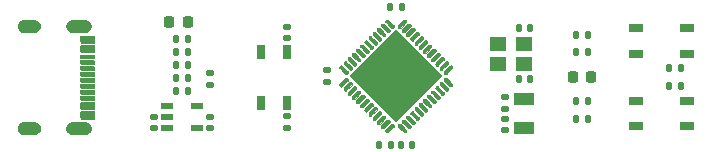
<source format=gtp>
%TF.GenerationSoftware,KiCad,Pcbnew,7.0.10*%
%TF.CreationDate,2024-02-07T00:24:15+08:00*%
%TF.ProjectId,UINIO-MCU-STM32F401CCU6,55494e49-4f2d-44d4-9355-2d53544d3332,Version 3.0.0*%
%TF.SameCoordinates,PX72c1710PY5584170*%
%TF.FileFunction,Paste,Top*%
%TF.FilePolarity,Positive*%
%FSLAX46Y46*%
G04 Gerber Fmt 4.6, Leading zero omitted, Abs format (unit mm)*
G04 Created by KiCad (PCBNEW 7.0.10) date 2024-02-07 00:24:15*
%MOMM*%
%LPD*%
G01*
G04 APERTURE LIST*
G04 Aperture macros list*
%AMRoundRect*
0 Rectangle with rounded corners*
0 $1 Rounding radius*
0 $2 $3 $4 $5 $6 $7 $8 $9 X,Y pos of 4 corners*
0 Add a 4 corners polygon primitive as box body*
4,1,4,$2,$3,$4,$5,$6,$7,$8,$9,$2,$3,0*
0 Add four circle primitives for the rounded corners*
1,1,$1+$1,$2,$3*
1,1,$1+$1,$4,$5*
1,1,$1+$1,$6,$7*
1,1,$1+$1,$8,$9*
0 Add four rect primitives between the rounded corners*
20,1,$1+$1,$2,$3,$4,$5,0*
20,1,$1+$1,$4,$5,$6,$7,0*
20,1,$1+$1,$6,$7,$8,$9,0*
20,1,$1+$1,$8,$9,$2,$3,0*%
%AMHorizOval*
0 Thick line with rounded ends*
0 $1 width*
0 $2 $3 position (X,Y) of the first rounded end (center of the circle)*
0 $4 $5 position (X,Y) of the second rounded end (center of the circle)*
0 Add line between two ends*
20,1,$1,$2,$3,$4,$5,0*
0 Add two circle primitives to create the rounded ends*
1,1,$1,$2,$3*
1,1,$1,$4,$5*%
%AMRotRect*
0 Rectangle, with rotation*
0 The origin of the aperture is its center*
0 $1 length*
0 $2 width*
0 $3 Rotation angle, in degrees counterclockwise*
0 Add horizontal line*
21,1,$1,$2,0,0,$3*%
G04 Aperture macros list end*
%ADD10C,0.120000*%
%ADD11RoundRect,0.135000X0.135000X0.185000X-0.135000X0.185000X-0.135000X-0.185000X0.135000X-0.185000X0*%
%ADD12RoundRect,0.140000X0.140000X0.170000X-0.140000X0.170000X-0.140000X-0.170000X0.140000X-0.170000X0*%
%ADD13RoundRect,0.135000X-0.135000X-0.185000X0.135000X-0.185000X0.135000X0.185000X-0.135000X0.185000X0*%
%ADD14R,0.650000X1.200000*%
%ADD15R,1.800000X1.000000*%
%ADD16R,1.000000X0.600000*%
%ADD17RoundRect,0.140000X-0.170000X0.140000X-0.170000X-0.140000X0.170000X-0.140000X0.170000X0.140000X0*%
%ADD18RoundRect,0.218750X-0.218750X-0.256250X0.218750X-0.256250X0.218750X0.256250X-0.218750X0.256250X0*%
%ADD19R,1.200000X0.650000*%
%ADD20HorizOval,0.280000X-0.219203X0.219203X0.219203X-0.219203X0*%
%ADD21HorizOval,0.280000X0.219203X0.219203X-0.219203X-0.219203X0*%
%ADD22RotRect,5.600000X5.600000X45.000000*%
%ADD23RoundRect,0.135000X0.185000X-0.135000X0.185000X0.135000X-0.185000X0.135000X-0.185000X-0.135000X0*%
%ADD24RoundRect,0.140000X0.170000X-0.140000X0.170000X0.140000X-0.170000X0.140000X-0.170000X-0.140000X0*%
%ADD25R,1.150000X0.600000*%
%ADD26R,1.150000X0.300000*%
%ADD27R,1.400000X1.200000*%
%ADD28RoundRect,0.140000X-0.140000X-0.170000X0.140000X-0.170000X0.140000X0.170000X-0.140000X0.170000X0*%
%ADD29RoundRect,0.218750X0.218750X0.256250X-0.218750X0.256250X-0.218750X-0.256250X0.218750X-0.256250X0*%
G04 APERTURE END LIST*
%TO.C,U3*%
D10*
X33106898Y-10072485D02*
X29939060Y-13240323D01*
X26771222Y-10072485D01*
X29939060Y-6904647D01*
X33106898Y-10072485D01*
G36*
X33106898Y-10072485D02*
G01*
X29939060Y-13240323D01*
X26771222Y-10072485D01*
X29939060Y-6904647D01*
X33106898Y-10072485D01*
G37*
X30259379Y-14133399D02*
X30267158Y-14134106D01*
X30274229Y-14135521D01*
X30282714Y-14136935D01*
X30289078Y-14139056D01*
X30296856Y-14141177D01*
X30303927Y-14144006D01*
X30311705Y-14147541D01*
X30318069Y-14151077D01*
X30324433Y-14154612D01*
X30330797Y-14159562D01*
X30337161Y-14164512D01*
X30342818Y-14168755D01*
X30348475Y-14174411D01*
X30786881Y-14612818D01*
X30792538Y-14618474D01*
X30796781Y-14624131D01*
X30801730Y-14630495D01*
X30806680Y-14636859D01*
X30810216Y-14643223D01*
X30813751Y-14649587D01*
X30817287Y-14657365D01*
X30820115Y-14664436D01*
X30822236Y-14672215D01*
X30824358Y-14678579D01*
X30825772Y-14687064D01*
X30827186Y-14694135D01*
X30827893Y-14701913D01*
X30828600Y-14709691D01*
X30827893Y-14717469D01*
X30827186Y-14725248D01*
X30826479Y-14733026D01*
X30825065Y-14740097D01*
X30822943Y-14747875D01*
X30821529Y-14754946D01*
X30818701Y-14762017D01*
X30815165Y-14769795D01*
X30812337Y-14776866D01*
X30808801Y-14783230D01*
X30803852Y-14789594D01*
X30800316Y-14795958D01*
X30794659Y-14801615D01*
X30789709Y-14807979D01*
X30784053Y-14813636D01*
X30778396Y-14817879D01*
X30772739Y-14823535D01*
X30765668Y-14827778D01*
X30760011Y-14832021D01*
X30752940Y-14836263D01*
X30745869Y-14839092D01*
X30738798Y-14841920D01*
X30731727Y-14844749D01*
X30723949Y-14846870D01*
X30716877Y-14848284D01*
X30709099Y-14850406D01*
X30701321Y-14851113D01*
X30693543Y-14851820D01*
X30686472Y-14851820D01*
X30678694Y-14851113D01*
X30670916Y-14850406D01*
X30663137Y-14849698D01*
X30655359Y-14847577D01*
X30648288Y-14846163D01*
X30641217Y-14843334D01*
X30634146Y-14840506D01*
X30626368Y-14836970D01*
X30620004Y-14833435D01*
X30613640Y-14829899D01*
X30606569Y-14825657D01*
X30600205Y-14820707D01*
X30594548Y-14816464D01*
X30588891Y-14810808D01*
X30150485Y-14372401D01*
X30144828Y-14366744D01*
X30140585Y-14361088D01*
X30135636Y-14354724D01*
X30131393Y-14347653D01*
X30127858Y-14341289D01*
X30124322Y-14334925D01*
X30120786Y-14327147D01*
X30117958Y-14320075D01*
X30115130Y-14313004D01*
X30113715Y-14305933D01*
X30111594Y-14298155D01*
X30110887Y-14290377D01*
X30110180Y-14282599D01*
X30109473Y-14274821D01*
X30109473Y-14267750D01*
X30110180Y-14259971D01*
X30110887Y-14252193D01*
X30113008Y-14244415D01*
X30114422Y-14237344D01*
X30116544Y-14229566D01*
X30119372Y-14222495D01*
X30122201Y-14215424D01*
X30125029Y-14208353D01*
X30129272Y-14201281D01*
X30133514Y-14195625D01*
X30137757Y-14188554D01*
X30142707Y-14182190D01*
X30147657Y-14177240D01*
X30153313Y-14171583D01*
X30158970Y-14165926D01*
X30165334Y-14160976D01*
X30171698Y-14157441D01*
X30178062Y-14152491D01*
X30184426Y-14148956D01*
X30191497Y-14146127D01*
X30199275Y-14142592D01*
X30206346Y-14139763D01*
X30213417Y-14138349D01*
X30221196Y-14136228D01*
X30228267Y-14134813D01*
X30236045Y-14134106D01*
X30243823Y-14133399D01*
X30251601Y-14132692D01*
X30259379Y-14133399D01*
G36*
X30259379Y-14133399D02*
G01*
X30267158Y-14134106D01*
X30274229Y-14135521D01*
X30282714Y-14136935D01*
X30289078Y-14139056D01*
X30296856Y-14141177D01*
X30303927Y-14144006D01*
X30311705Y-14147541D01*
X30318069Y-14151077D01*
X30324433Y-14154612D01*
X30330797Y-14159562D01*
X30337161Y-14164512D01*
X30342818Y-14168755D01*
X30348475Y-14174411D01*
X30786881Y-14612818D01*
X30792538Y-14618474D01*
X30796781Y-14624131D01*
X30801730Y-14630495D01*
X30806680Y-14636859D01*
X30810216Y-14643223D01*
X30813751Y-14649587D01*
X30817287Y-14657365D01*
X30820115Y-14664436D01*
X30822236Y-14672215D01*
X30824358Y-14678579D01*
X30825772Y-14687064D01*
X30827186Y-14694135D01*
X30827893Y-14701913D01*
X30828600Y-14709691D01*
X30827893Y-14717469D01*
X30827186Y-14725248D01*
X30826479Y-14733026D01*
X30825065Y-14740097D01*
X30822943Y-14747875D01*
X30821529Y-14754946D01*
X30818701Y-14762017D01*
X30815165Y-14769795D01*
X30812337Y-14776866D01*
X30808801Y-14783230D01*
X30803852Y-14789594D01*
X30800316Y-14795958D01*
X30794659Y-14801615D01*
X30789709Y-14807979D01*
X30784053Y-14813636D01*
X30778396Y-14817879D01*
X30772739Y-14823535D01*
X30765668Y-14827778D01*
X30760011Y-14832021D01*
X30752940Y-14836263D01*
X30745869Y-14839092D01*
X30738798Y-14841920D01*
X30731727Y-14844749D01*
X30723949Y-14846870D01*
X30716877Y-14848284D01*
X30709099Y-14850406D01*
X30701321Y-14851113D01*
X30693543Y-14851820D01*
X30686472Y-14851820D01*
X30678694Y-14851113D01*
X30670916Y-14850406D01*
X30663137Y-14849698D01*
X30655359Y-14847577D01*
X30648288Y-14846163D01*
X30641217Y-14843334D01*
X30634146Y-14840506D01*
X30626368Y-14836970D01*
X30620004Y-14833435D01*
X30613640Y-14829899D01*
X30606569Y-14825657D01*
X30600205Y-14820707D01*
X30594548Y-14816464D01*
X30588891Y-14810808D01*
X30150485Y-14372401D01*
X30144828Y-14366744D01*
X30140585Y-14361088D01*
X30135636Y-14354724D01*
X30131393Y-14347653D01*
X30127858Y-14341289D01*
X30124322Y-14334925D01*
X30120786Y-14327147D01*
X30117958Y-14320075D01*
X30115130Y-14313004D01*
X30113715Y-14305933D01*
X30111594Y-14298155D01*
X30110887Y-14290377D01*
X30110180Y-14282599D01*
X30109473Y-14274821D01*
X30109473Y-14267750D01*
X30110180Y-14259971D01*
X30110887Y-14252193D01*
X30113008Y-14244415D01*
X30114422Y-14237344D01*
X30116544Y-14229566D01*
X30119372Y-14222495D01*
X30122201Y-14215424D01*
X30125029Y-14208353D01*
X30129272Y-14201281D01*
X30133514Y-14195625D01*
X30137757Y-14188554D01*
X30142707Y-14182190D01*
X30147657Y-14177240D01*
X30153313Y-14171583D01*
X30158970Y-14165926D01*
X30165334Y-14160976D01*
X30171698Y-14157441D01*
X30178062Y-14152491D01*
X30184426Y-14148956D01*
X30191497Y-14146127D01*
X30199275Y-14142592D01*
X30206346Y-14139763D01*
X30213417Y-14138349D01*
X30221196Y-14136228D01*
X30228267Y-14134813D01*
X30236045Y-14134106D01*
X30243823Y-14133399D01*
X30251601Y-14132692D01*
X30259379Y-14133399D01*
G37*
X30612933Y-13779846D02*
X30620711Y-13780553D01*
X30628489Y-13781260D01*
X30636267Y-13783381D01*
X30643338Y-13784796D01*
X30650409Y-13787624D01*
X30657480Y-13790452D01*
X30665259Y-13793988D01*
X30671623Y-13797524D01*
X30677987Y-13801059D01*
X30685058Y-13805302D01*
X30691422Y-13810251D01*
X30696371Y-13815201D01*
X30702735Y-13820151D01*
X31141142Y-14258557D01*
X31146091Y-14264921D01*
X31151041Y-14269871D01*
X31155991Y-14276235D01*
X31160233Y-14283306D01*
X31163769Y-14289670D01*
X31167304Y-14296034D01*
X31170840Y-14303812D01*
X31173668Y-14310883D01*
X31176497Y-14317954D01*
X31177911Y-14325025D01*
X31180032Y-14332803D01*
X31180740Y-14340582D01*
X31181447Y-14348360D01*
X31182154Y-14356138D01*
X31181447Y-14363916D01*
X31181447Y-14370987D01*
X31180740Y-14378765D01*
X31178618Y-14386543D01*
X31177204Y-14393615D01*
X31175083Y-14401393D01*
X31172254Y-14408464D01*
X31169426Y-14415535D01*
X31165890Y-14423313D01*
X31162355Y-14429677D01*
X31158112Y-14435334D01*
X31153869Y-14442405D01*
X31148213Y-14448062D01*
X31143970Y-14453719D01*
X31138313Y-14459375D01*
X31131949Y-14464325D01*
X31126292Y-14469982D01*
X31119928Y-14473518D01*
X31113564Y-14478467D01*
X31107200Y-14482003D01*
X31100129Y-14484831D01*
X31092351Y-14488367D01*
X31085280Y-14491195D01*
X31078209Y-14492609D01*
X31070431Y-14494731D01*
X31063360Y-14496145D01*
X31055582Y-14496852D01*
X31047803Y-14497559D01*
X31040025Y-14498266D01*
X31032247Y-14497559D01*
X31024469Y-14496852D01*
X31017398Y-14495438D01*
X31008913Y-14494024D01*
X31002549Y-14491902D01*
X30994770Y-14489781D01*
X30987699Y-14486953D01*
X30979921Y-14483417D01*
X30973557Y-14479882D01*
X30967193Y-14476346D01*
X30960829Y-14471396D01*
X30953758Y-14467154D01*
X30948808Y-14462204D01*
X30943152Y-14456547D01*
X30504745Y-14018141D01*
X30499089Y-14012484D01*
X30494139Y-14007534D01*
X30489896Y-14000463D01*
X30484946Y-13994099D01*
X30481411Y-13987735D01*
X30477875Y-13981371D01*
X30474340Y-13973593D01*
X30471511Y-13966522D01*
X30469390Y-13958744D01*
X30467269Y-13952380D01*
X30465855Y-13943895D01*
X30464440Y-13936824D01*
X30463733Y-13929045D01*
X30463026Y-13921267D01*
X30463733Y-13913489D01*
X30464440Y-13905711D01*
X30465147Y-13897933D01*
X30466562Y-13890862D01*
X30468683Y-13883083D01*
X30470097Y-13876012D01*
X30472926Y-13868941D01*
X30476461Y-13861163D01*
X30479290Y-13854092D01*
X30482825Y-13847728D01*
X30487775Y-13841364D01*
X30491310Y-13835000D01*
X30496260Y-13828636D01*
X30501917Y-13822979D01*
X30507574Y-13817323D01*
X30512524Y-13812373D01*
X30518888Y-13807423D01*
X30525959Y-13803180D01*
X30531615Y-13798938D01*
X30537979Y-13795402D01*
X30545758Y-13791867D01*
X30552829Y-13789038D01*
X30559900Y-13786210D01*
X30567678Y-13784088D01*
X30574749Y-13782674D01*
X30582527Y-13780553D01*
X30590305Y-13779846D01*
X30597376Y-13779846D01*
X30605155Y-13779139D01*
X30612933Y-13779846D01*
G36*
X30612933Y-13779846D02*
G01*
X30620711Y-13780553D01*
X30628489Y-13781260D01*
X30636267Y-13783381D01*
X30643338Y-13784796D01*
X30650409Y-13787624D01*
X30657480Y-13790452D01*
X30665259Y-13793988D01*
X30671623Y-13797524D01*
X30677987Y-13801059D01*
X30685058Y-13805302D01*
X30691422Y-13810251D01*
X30696371Y-13815201D01*
X30702735Y-13820151D01*
X31141142Y-14258557D01*
X31146091Y-14264921D01*
X31151041Y-14269871D01*
X31155991Y-14276235D01*
X31160233Y-14283306D01*
X31163769Y-14289670D01*
X31167304Y-14296034D01*
X31170840Y-14303812D01*
X31173668Y-14310883D01*
X31176497Y-14317954D01*
X31177911Y-14325025D01*
X31180032Y-14332803D01*
X31180740Y-14340582D01*
X31181447Y-14348360D01*
X31182154Y-14356138D01*
X31181447Y-14363916D01*
X31181447Y-14370987D01*
X31180740Y-14378765D01*
X31178618Y-14386543D01*
X31177204Y-14393615D01*
X31175083Y-14401393D01*
X31172254Y-14408464D01*
X31169426Y-14415535D01*
X31165890Y-14423313D01*
X31162355Y-14429677D01*
X31158112Y-14435334D01*
X31153869Y-14442405D01*
X31148213Y-14448062D01*
X31143970Y-14453719D01*
X31138313Y-14459375D01*
X31131949Y-14464325D01*
X31126292Y-14469982D01*
X31119928Y-14473518D01*
X31113564Y-14478467D01*
X31107200Y-14482003D01*
X31100129Y-14484831D01*
X31092351Y-14488367D01*
X31085280Y-14491195D01*
X31078209Y-14492609D01*
X31070431Y-14494731D01*
X31063360Y-14496145D01*
X31055582Y-14496852D01*
X31047803Y-14497559D01*
X31040025Y-14498266D01*
X31032247Y-14497559D01*
X31024469Y-14496852D01*
X31017398Y-14495438D01*
X31008913Y-14494024D01*
X31002549Y-14491902D01*
X30994770Y-14489781D01*
X30987699Y-14486953D01*
X30979921Y-14483417D01*
X30973557Y-14479882D01*
X30967193Y-14476346D01*
X30960829Y-14471396D01*
X30953758Y-14467154D01*
X30948808Y-14462204D01*
X30943152Y-14456547D01*
X30504745Y-14018141D01*
X30499089Y-14012484D01*
X30494139Y-14007534D01*
X30489896Y-14000463D01*
X30484946Y-13994099D01*
X30481411Y-13987735D01*
X30477875Y-13981371D01*
X30474340Y-13973593D01*
X30471511Y-13966522D01*
X30469390Y-13958744D01*
X30467269Y-13952380D01*
X30465855Y-13943895D01*
X30464440Y-13936824D01*
X30463733Y-13929045D01*
X30463026Y-13921267D01*
X30463733Y-13913489D01*
X30464440Y-13905711D01*
X30465147Y-13897933D01*
X30466562Y-13890862D01*
X30468683Y-13883083D01*
X30470097Y-13876012D01*
X30472926Y-13868941D01*
X30476461Y-13861163D01*
X30479290Y-13854092D01*
X30482825Y-13847728D01*
X30487775Y-13841364D01*
X30491310Y-13835000D01*
X30496260Y-13828636D01*
X30501917Y-13822979D01*
X30507574Y-13817323D01*
X30512524Y-13812373D01*
X30518888Y-13807423D01*
X30525959Y-13803180D01*
X30531615Y-13798938D01*
X30537979Y-13795402D01*
X30545758Y-13791867D01*
X30552829Y-13789038D01*
X30559900Y-13786210D01*
X30567678Y-13784088D01*
X30574749Y-13782674D01*
X30582527Y-13780553D01*
X30590305Y-13779846D01*
X30597376Y-13779846D01*
X30605155Y-13779139D01*
X30612933Y-13779846D01*
G37*
X31320747Y-13072032D02*
X31328525Y-13072739D01*
X31335596Y-13074153D01*
X31344081Y-13075567D01*
X31351152Y-13076982D01*
X31358223Y-13079810D01*
X31365294Y-13082639D01*
X31373073Y-13086174D01*
X31379437Y-13089710D01*
X31385800Y-13093245D01*
X31392872Y-13097488D01*
X31399236Y-13102438D01*
X31404185Y-13107387D01*
X31409842Y-13113044D01*
X31848248Y-13551450D01*
X31853905Y-13557107D01*
X31858855Y-13562057D01*
X31863805Y-13568421D01*
X31868047Y-13575492D01*
X31871583Y-13581856D01*
X31875118Y-13588220D01*
X31878654Y-13595998D01*
X31881482Y-13603069D01*
X31884311Y-13610140D01*
X31885725Y-13617211D01*
X31887139Y-13625697D01*
X31888553Y-13632768D01*
X31889261Y-13640546D01*
X31889968Y-13648324D01*
X31889261Y-13656102D01*
X31888553Y-13663880D01*
X31887846Y-13671659D01*
X31886432Y-13678730D01*
X31884311Y-13686508D01*
X31882897Y-13693579D01*
X31880068Y-13700650D01*
X31877240Y-13707721D01*
X31873704Y-13715499D01*
X31870169Y-13721863D01*
X31865219Y-13728227D01*
X31861683Y-13734591D01*
X31856026Y-13740248D01*
X31851077Y-13746612D01*
X31846127Y-13751562D01*
X31839763Y-13756511D01*
X31834106Y-13762168D01*
X31827742Y-13765704D01*
X31821378Y-13770653D01*
X31815014Y-13774189D01*
X31807236Y-13777725D01*
X31800165Y-13780553D01*
X31793094Y-13783381D01*
X31785316Y-13785503D01*
X31778245Y-13786917D01*
X31771174Y-13788331D01*
X31762688Y-13789745D01*
X31755617Y-13789745D01*
X31747839Y-13790452D01*
X31740061Y-13789745D01*
X31732283Y-13789038D01*
X31724505Y-13788331D01*
X31716726Y-13786210D01*
X31709655Y-13784796D01*
X31702584Y-13781967D01*
X31695513Y-13779139D01*
X31687735Y-13775603D01*
X31681371Y-13772068D01*
X31675007Y-13768532D01*
X31667936Y-13764290D01*
X31661572Y-13759340D01*
X31656622Y-13754390D01*
X31650258Y-13749440D01*
X31211852Y-13311034D01*
X31206902Y-13304670D01*
X31201953Y-13299720D01*
X31197003Y-13293356D01*
X31192760Y-13286285D01*
X31189225Y-13279921D01*
X31185689Y-13273557D01*
X31182154Y-13265779D01*
X31179325Y-13258708D01*
X31176497Y-13251637D01*
X31175083Y-13244566D01*
X31172961Y-13236788D01*
X31172254Y-13229010D01*
X31171547Y-13221231D01*
X31170840Y-13213453D01*
X31171547Y-13205675D01*
X31171547Y-13198604D01*
X31172961Y-13190119D01*
X31174376Y-13183048D01*
X31175790Y-13175977D01*
X31177911Y-13168198D01*
X31180740Y-13161127D01*
X31183568Y-13154056D01*
X31187103Y-13146278D01*
X31190639Y-13139914D01*
X31195589Y-13133550D01*
X31199124Y-13127186D01*
X31204074Y-13120822D01*
X31209731Y-13115165D01*
X31214681Y-13110216D01*
X31220337Y-13104559D01*
X31226701Y-13099609D01*
X31233065Y-13096074D01*
X31239429Y-13091124D01*
X31245793Y-13087588D01*
X31253572Y-13084053D01*
X31260643Y-13081224D01*
X31267714Y-13078396D01*
X31274785Y-13076982D01*
X31282563Y-13074860D01*
X31289634Y-13073446D01*
X31297412Y-13072739D01*
X31305190Y-13072032D01*
X31312968Y-13071325D01*
X31320747Y-13072032D01*
G36*
X31320747Y-13072032D02*
G01*
X31328525Y-13072739D01*
X31335596Y-13074153D01*
X31344081Y-13075567D01*
X31351152Y-13076982D01*
X31358223Y-13079810D01*
X31365294Y-13082639D01*
X31373073Y-13086174D01*
X31379437Y-13089710D01*
X31385800Y-13093245D01*
X31392872Y-13097488D01*
X31399236Y-13102438D01*
X31404185Y-13107387D01*
X31409842Y-13113044D01*
X31848248Y-13551450D01*
X31853905Y-13557107D01*
X31858855Y-13562057D01*
X31863805Y-13568421D01*
X31868047Y-13575492D01*
X31871583Y-13581856D01*
X31875118Y-13588220D01*
X31878654Y-13595998D01*
X31881482Y-13603069D01*
X31884311Y-13610140D01*
X31885725Y-13617211D01*
X31887139Y-13625697D01*
X31888553Y-13632768D01*
X31889261Y-13640546D01*
X31889968Y-13648324D01*
X31889261Y-13656102D01*
X31888553Y-13663880D01*
X31887846Y-13671659D01*
X31886432Y-13678730D01*
X31884311Y-13686508D01*
X31882897Y-13693579D01*
X31880068Y-13700650D01*
X31877240Y-13707721D01*
X31873704Y-13715499D01*
X31870169Y-13721863D01*
X31865219Y-13728227D01*
X31861683Y-13734591D01*
X31856026Y-13740248D01*
X31851077Y-13746612D01*
X31846127Y-13751562D01*
X31839763Y-13756511D01*
X31834106Y-13762168D01*
X31827742Y-13765704D01*
X31821378Y-13770653D01*
X31815014Y-13774189D01*
X31807236Y-13777725D01*
X31800165Y-13780553D01*
X31793094Y-13783381D01*
X31785316Y-13785503D01*
X31778245Y-13786917D01*
X31771174Y-13788331D01*
X31762688Y-13789745D01*
X31755617Y-13789745D01*
X31747839Y-13790452D01*
X31740061Y-13789745D01*
X31732283Y-13789038D01*
X31724505Y-13788331D01*
X31716726Y-13786210D01*
X31709655Y-13784796D01*
X31702584Y-13781967D01*
X31695513Y-13779139D01*
X31687735Y-13775603D01*
X31681371Y-13772068D01*
X31675007Y-13768532D01*
X31667936Y-13764290D01*
X31661572Y-13759340D01*
X31656622Y-13754390D01*
X31650258Y-13749440D01*
X31211852Y-13311034D01*
X31206902Y-13304670D01*
X31201953Y-13299720D01*
X31197003Y-13293356D01*
X31192760Y-13286285D01*
X31189225Y-13279921D01*
X31185689Y-13273557D01*
X31182154Y-13265779D01*
X31179325Y-13258708D01*
X31176497Y-13251637D01*
X31175083Y-13244566D01*
X31172961Y-13236788D01*
X31172254Y-13229010D01*
X31171547Y-13221231D01*
X31170840Y-13213453D01*
X31171547Y-13205675D01*
X31171547Y-13198604D01*
X31172961Y-13190119D01*
X31174376Y-13183048D01*
X31175790Y-13175977D01*
X31177911Y-13168198D01*
X31180740Y-13161127D01*
X31183568Y-13154056D01*
X31187103Y-13146278D01*
X31190639Y-13139914D01*
X31195589Y-13133550D01*
X31199124Y-13127186D01*
X31204074Y-13120822D01*
X31209731Y-13115165D01*
X31214681Y-13110216D01*
X31220337Y-13104559D01*
X31226701Y-13099609D01*
X31233065Y-13096074D01*
X31239429Y-13091124D01*
X31245793Y-13087588D01*
X31253572Y-13084053D01*
X31260643Y-13081224D01*
X31267714Y-13078396D01*
X31274785Y-13076982D01*
X31282563Y-13074860D01*
X31289634Y-13073446D01*
X31297412Y-13072739D01*
X31305190Y-13072032D01*
X31312968Y-13071325D01*
X31320747Y-13072032D01*
G37*
X31674300Y-12718479D02*
X31682078Y-12719186D01*
X31689856Y-12719893D01*
X31697635Y-12722014D01*
X31704706Y-12723428D01*
X31711777Y-12726257D01*
X31719555Y-12728378D01*
X31726626Y-12732621D01*
X31733697Y-12735449D01*
X31739354Y-12739692D01*
X31746425Y-12743934D01*
X31752789Y-12748884D01*
X31758446Y-12753127D01*
X31764103Y-12758784D01*
X32202509Y-13197190D01*
X32208166Y-13202847D01*
X32212408Y-13208504D01*
X32217358Y-13214868D01*
X32221601Y-13221939D01*
X32225843Y-13227595D01*
X32228672Y-13234667D01*
X32232914Y-13241738D01*
X32235036Y-13249516D01*
X32237864Y-13256587D01*
X32239278Y-13263658D01*
X32241400Y-13271436D01*
X32242107Y-13279214D01*
X32242814Y-13286992D01*
X32243521Y-13294771D01*
X32243521Y-13301842D01*
X32242814Y-13309620D01*
X32242107Y-13317398D01*
X32239985Y-13325176D01*
X32238571Y-13332247D01*
X32236450Y-13340025D01*
X32233622Y-13347097D01*
X32230793Y-13354168D01*
X32227965Y-13361239D01*
X32223722Y-13368310D01*
X32219479Y-13373967D01*
X32215237Y-13381038D01*
X32209580Y-13386694D01*
X32205337Y-13392351D01*
X32199680Y-13398008D01*
X32193316Y-13402958D01*
X32188367Y-13407908D01*
X32181296Y-13412150D01*
X32174932Y-13417100D01*
X32168568Y-13420636D01*
X32161497Y-13423464D01*
X32154426Y-13426292D01*
X32147354Y-13429121D01*
X32139576Y-13431242D01*
X32131798Y-13433364D01*
X32124727Y-13434778D01*
X32116949Y-13435485D01*
X32109171Y-13436192D01*
X32101393Y-13436899D01*
X32093614Y-13436192D01*
X32085836Y-13435485D01*
X32078765Y-13434071D01*
X32070987Y-13431949D01*
X32063916Y-13430535D01*
X32056138Y-13428414D01*
X32049067Y-13425585D01*
X32041288Y-13422050D01*
X32034924Y-13418514D01*
X32028561Y-13414979D01*
X32022197Y-13410029D01*
X32015833Y-13405079D01*
X32010176Y-13400837D01*
X32004519Y-13395180D01*
X31566113Y-12956774D01*
X31560456Y-12951117D01*
X31556213Y-12945460D01*
X31551263Y-12939096D01*
X31546314Y-12932732D01*
X31542778Y-12926368D01*
X31539243Y-12920004D01*
X31535707Y-12912226D01*
X31532879Y-12905155D01*
X31530757Y-12897377D01*
X31529343Y-12890306D01*
X31527222Y-12882527D01*
X31525808Y-12875456D01*
X31525101Y-12867678D01*
X31524393Y-12859900D01*
X31525101Y-12852122D01*
X31525808Y-12844344D01*
X31526515Y-12836565D01*
X31527929Y-12829494D01*
X31530050Y-12821716D01*
X31532172Y-12813938D01*
X31535000Y-12806867D01*
X31537828Y-12799796D01*
X31540657Y-12792725D01*
X31544192Y-12786361D01*
X31549142Y-12779997D01*
X31553385Y-12772926D01*
X31557627Y-12767269D01*
X31563284Y-12761612D01*
X31568941Y-12755955D01*
X31573891Y-12751005D01*
X31580255Y-12746056D01*
X31587326Y-12741813D01*
X31592983Y-12737570D01*
X31600054Y-12733328D01*
X31607125Y-12730499D01*
X31614196Y-12727671D01*
X31621267Y-12724843D01*
X31629045Y-12722721D01*
X31636116Y-12721307D01*
X31643894Y-12719186D01*
X31651673Y-12718479D01*
X31659451Y-12717771D01*
X31666522Y-12717771D01*
X31674300Y-12718479D01*
G36*
X31674300Y-12718479D02*
G01*
X31682078Y-12719186D01*
X31689856Y-12719893D01*
X31697635Y-12722014D01*
X31704706Y-12723428D01*
X31711777Y-12726257D01*
X31719555Y-12728378D01*
X31726626Y-12732621D01*
X31733697Y-12735449D01*
X31739354Y-12739692D01*
X31746425Y-12743934D01*
X31752789Y-12748884D01*
X31758446Y-12753127D01*
X31764103Y-12758784D01*
X32202509Y-13197190D01*
X32208166Y-13202847D01*
X32212408Y-13208504D01*
X32217358Y-13214868D01*
X32221601Y-13221939D01*
X32225843Y-13227595D01*
X32228672Y-13234667D01*
X32232914Y-13241738D01*
X32235036Y-13249516D01*
X32237864Y-13256587D01*
X32239278Y-13263658D01*
X32241400Y-13271436D01*
X32242107Y-13279214D01*
X32242814Y-13286992D01*
X32243521Y-13294771D01*
X32243521Y-13301842D01*
X32242814Y-13309620D01*
X32242107Y-13317398D01*
X32239985Y-13325176D01*
X32238571Y-13332247D01*
X32236450Y-13340025D01*
X32233622Y-13347097D01*
X32230793Y-13354168D01*
X32227965Y-13361239D01*
X32223722Y-13368310D01*
X32219479Y-13373967D01*
X32215237Y-13381038D01*
X32209580Y-13386694D01*
X32205337Y-13392351D01*
X32199680Y-13398008D01*
X32193316Y-13402958D01*
X32188367Y-13407908D01*
X32181296Y-13412150D01*
X32174932Y-13417100D01*
X32168568Y-13420636D01*
X32161497Y-13423464D01*
X32154426Y-13426292D01*
X32147354Y-13429121D01*
X32139576Y-13431242D01*
X32131798Y-13433364D01*
X32124727Y-13434778D01*
X32116949Y-13435485D01*
X32109171Y-13436192D01*
X32101393Y-13436899D01*
X32093614Y-13436192D01*
X32085836Y-13435485D01*
X32078765Y-13434071D01*
X32070987Y-13431949D01*
X32063916Y-13430535D01*
X32056138Y-13428414D01*
X32049067Y-13425585D01*
X32041288Y-13422050D01*
X32034924Y-13418514D01*
X32028561Y-13414979D01*
X32022197Y-13410029D01*
X32015833Y-13405079D01*
X32010176Y-13400837D01*
X32004519Y-13395180D01*
X31566113Y-12956774D01*
X31560456Y-12951117D01*
X31556213Y-12945460D01*
X31551263Y-12939096D01*
X31546314Y-12932732D01*
X31542778Y-12926368D01*
X31539243Y-12920004D01*
X31535707Y-12912226D01*
X31532879Y-12905155D01*
X31530757Y-12897377D01*
X31529343Y-12890306D01*
X31527222Y-12882527D01*
X31525808Y-12875456D01*
X31525101Y-12867678D01*
X31524393Y-12859900D01*
X31525101Y-12852122D01*
X31525808Y-12844344D01*
X31526515Y-12836565D01*
X31527929Y-12829494D01*
X31530050Y-12821716D01*
X31532172Y-12813938D01*
X31535000Y-12806867D01*
X31537828Y-12799796D01*
X31540657Y-12792725D01*
X31544192Y-12786361D01*
X31549142Y-12779997D01*
X31553385Y-12772926D01*
X31557627Y-12767269D01*
X31563284Y-12761612D01*
X31568941Y-12755955D01*
X31573891Y-12751005D01*
X31580255Y-12746056D01*
X31587326Y-12741813D01*
X31592983Y-12737570D01*
X31600054Y-12733328D01*
X31607125Y-12730499D01*
X31614196Y-12727671D01*
X31621267Y-12724843D01*
X31629045Y-12722721D01*
X31636116Y-12721307D01*
X31643894Y-12719186D01*
X31651673Y-12718479D01*
X31659451Y-12717771D01*
X31666522Y-12717771D01*
X31674300Y-12718479D01*
G37*
X32388478Y-12012786D02*
X32395549Y-12014200D01*
X32403327Y-12016322D01*
X32410398Y-12017736D01*
X32418176Y-12019857D01*
X32425247Y-12022686D01*
X32432319Y-12026928D01*
X32439390Y-12029757D01*
X32445754Y-12033292D01*
X32452118Y-12038242D01*
X32458481Y-12043192D01*
X32464138Y-12047434D01*
X32469795Y-12053091D01*
X32908201Y-12491497D01*
X32913858Y-12497154D01*
X32918101Y-12502811D01*
X32923051Y-12509175D01*
X32928000Y-12515539D01*
X32931536Y-12521903D01*
X32934364Y-12528974D01*
X32938607Y-12536045D01*
X32941435Y-12543116D01*
X32943557Y-12550894D01*
X32944971Y-12557965D01*
X32947092Y-12565744D01*
X32948506Y-12572815D01*
X32949214Y-12580593D01*
X32949214Y-12589078D01*
X32949214Y-12596149D01*
X32948506Y-12603927D01*
X32947799Y-12611705D01*
X32946385Y-12618777D01*
X32944264Y-12626555D01*
X32942142Y-12634333D01*
X32939314Y-12641404D01*
X32936486Y-12648475D01*
X32933657Y-12655546D01*
X32929415Y-12662617D01*
X32925172Y-12668274D01*
X32920929Y-12675345D01*
X32915980Y-12680295D01*
X32911030Y-12686659D01*
X32905373Y-12692316D01*
X32899009Y-12697265D01*
X32894059Y-12702215D01*
X32886988Y-12706458D01*
X32881331Y-12710700D01*
X32874260Y-12714943D01*
X32867189Y-12717771D01*
X32860118Y-12720600D01*
X32853047Y-12723428D01*
X32845269Y-12725550D01*
X32837491Y-12727671D01*
X32830420Y-12729085D01*
X32822641Y-12729792D01*
X32814863Y-12730499D01*
X32807792Y-12730499D01*
X32799307Y-12730499D01*
X32792236Y-12729085D01*
X32784458Y-12728378D01*
X32776680Y-12726257D01*
X32769608Y-12724843D01*
X32761830Y-12722721D01*
X32754759Y-12719893D01*
X32747688Y-12715650D01*
X32740617Y-12712822D01*
X32734253Y-12709286D01*
X32727889Y-12704336D01*
X32721525Y-12699387D01*
X32715868Y-12695144D01*
X32710211Y-12689487D01*
X32271805Y-12251081D01*
X32266148Y-12245424D01*
X32261906Y-12239767D01*
X32256956Y-12233403D01*
X32252006Y-12227039D01*
X32248471Y-12220675D01*
X32245642Y-12213604D01*
X32241400Y-12206533D01*
X32238571Y-12199462D01*
X32236450Y-12191684D01*
X32235036Y-12184613D01*
X32232914Y-12176835D01*
X32232207Y-12169057D01*
X32230793Y-12161986D01*
X32230793Y-12153500D01*
X32230793Y-12146429D01*
X32231500Y-12138651D01*
X32232207Y-12130873D01*
X32233622Y-12123802D01*
X32235743Y-12116024D01*
X32237864Y-12108245D01*
X32240693Y-12101174D01*
X32243521Y-12094103D01*
X32246349Y-12087032D01*
X32250592Y-12079961D01*
X32254835Y-12074304D01*
X32259077Y-12067233D01*
X32263320Y-12061576D01*
X32268977Y-12055920D01*
X32274634Y-12050263D01*
X32280291Y-12044606D01*
X32285947Y-12040363D01*
X32293018Y-12036121D01*
X32298675Y-12031878D01*
X32305746Y-12027635D01*
X32312817Y-12024807D01*
X32319889Y-12021978D01*
X32326960Y-12019150D01*
X32334738Y-12017029D01*
X32342516Y-12014907D01*
X32349587Y-12013493D01*
X32357365Y-12012786D01*
X32365143Y-12012079D01*
X32372214Y-12012079D01*
X32380700Y-12012079D01*
X32388478Y-12012786D01*
G36*
X32388478Y-12012786D02*
G01*
X32395549Y-12014200D01*
X32403327Y-12016322D01*
X32410398Y-12017736D01*
X32418176Y-12019857D01*
X32425247Y-12022686D01*
X32432319Y-12026928D01*
X32439390Y-12029757D01*
X32445754Y-12033292D01*
X32452118Y-12038242D01*
X32458481Y-12043192D01*
X32464138Y-12047434D01*
X32469795Y-12053091D01*
X32908201Y-12491497D01*
X32913858Y-12497154D01*
X32918101Y-12502811D01*
X32923051Y-12509175D01*
X32928000Y-12515539D01*
X32931536Y-12521903D01*
X32934364Y-12528974D01*
X32938607Y-12536045D01*
X32941435Y-12543116D01*
X32943557Y-12550894D01*
X32944971Y-12557965D01*
X32947092Y-12565744D01*
X32948506Y-12572815D01*
X32949214Y-12580593D01*
X32949214Y-12589078D01*
X32949214Y-12596149D01*
X32948506Y-12603927D01*
X32947799Y-12611705D01*
X32946385Y-12618777D01*
X32944264Y-12626555D01*
X32942142Y-12634333D01*
X32939314Y-12641404D01*
X32936486Y-12648475D01*
X32933657Y-12655546D01*
X32929415Y-12662617D01*
X32925172Y-12668274D01*
X32920929Y-12675345D01*
X32915980Y-12680295D01*
X32911030Y-12686659D01*
X32905373Y-12692316D01*
X32899009Y-12697265D01*
X32894059Y-12702215D01*
X32886988Y-12706458D01*
X32881331Y-12710700D01*
X32874260Y-12714943D01*
X32867189Y-12717771D01*
X32860118Y-12720600D01*
X32853047Y-12723428D01*
X32845269Y-12725550D01*
X32837491Y-12727671D01*
X32830420Y-12729085D01*
X32822641Y-12729792D01*
X32814863Y-12730499D01*
X32807792Y-12730499D01*
X32799307Y-12730499D01*
X32792236Y-12729085D01*
X32784458Y-12728378D01*
X32776680Y-12726257D01*
X32769608Y-12724843D01*
X32761830Y-12722721D01*
X32754759Y-12719893D01*
X32747688Y-12715650D01*
X32740617Y-12712822D01*
X32734253Y-12709286D01*
X32727889Y-12704336D01*
X32721525Y-12699387D01*
X32715868Y-12695144D01*
X32710211Y-12689487D01*
X32271805Y-12251081D01*
X32266148Y-12245424D01*
X32261906Y-12239767D01*
X32256956Y-12233403D01*
X32252006Y-12227039D01*
X32248471Y-12220675D01*
X32245642Y-12213604D01*
X32241400Y-12206533D01*
X32238571Y-12199462D01*
X32236450Y-12191684D01*
X32235036Y-12184613D01*
X32232914Y-12176835D01*
X32232207Y-12169057D01*
X32230793Y-12161986D01*
X32230793Y-12153500D01*
X32230793Y-12146429D01*
X32231500Y-12138651D01*
X32232207Y-12130873D01*
X32233622Y-12123802D01*
X32235743Y-12116024D01*
X32237864Y-12108245D01*
X32240693Y-12101174D01*
X32243521Y-12094103D01*
X32246349Y-12087032D01*
X32250592Y-12079961D01*
X32254835Y-12074304D01*
X32259077Y-12067233D01*
X32263320Y-12061576D01*
X32268977Y-12055920D01*
X32274634Y-12050263D01*
X32280291Y-12044606D01*
X32285947Y-12040363D01*
X32293018Y-12036121D01*
X32298675Y-12031878D01*
X32305746Y-12027635D01*
X32312817Y-12024807D01*
X32319889Y-12021978D01*
X32326960Y-12019150D01*
X32334738Y-12017029D01*
X32342516Y-12014907D01*
X32349587Y-12013493D01*
X32357365Y-12012786D01*
X32365143Y-12012079D01*
X32372214Y-12012079D01*
X32380700Y-12012079D01*
X32388478Y-12012786D01*
G37*
X32734253Y-11658526D02*
X32742031Y-11659233D01*
X32749102Y-11660647D01*
X32757588Y-11662061D01*
X32764659Y-11663475D01*
X32771730Y-11666304D01*
X32778801Y-11669132D01*
X32786579Y-11672668D01*
X32792943Y-11676203D01*
X32799307Y-11679739D01*
X32806378Y-11683981D01*
X32812742Y-11688931D01*
X32817692Y-11693881D01*
X32823349Y-11699538D01*
X33261755Y-12137944D01*
X33267412Y-12143601D01*
X33272361Y-12148551D01*
X33277311Y-12154914D01*
X33281554Y-12161986D01*
X33285089Y-12168349D01*
X33288625Y-12174713D01*
X33292160Y-12182492D01*
X33294989Y-12189563D01*
X33297817Y-12196634D01*
X33299231Y-12203705D01*
X33300646Y-12212190D01*
X33302060Y-12219261D01*
X33302767Y-12227039D01*
X33303474Y-12234818D01*
X33302767Y-12242596D01*
X33302060Y-12250374D01*
X33301353Y-12258152D01*
X33299939Y-12265223D01*
X33297817Y-12273001D01*
X33296403Y-12280072D01*
X33293575Y-12287143D01*
X33290039Y-12294922D01*
X33287211Y-12301993D01*
X33283675Y-12308357D01*
X33278725Y-12314721D01*
X33275190Y-12321085D01*
X33269533Y-12326741D01*
X33264583Y-12333105D01*
X33259633Y-12338055D01*
X33253269Y-12343005D01*
X33247613Y-12348662D01*
X33241249Y-12352197D01*
X33234885Y-12357147D01*
X33228521Y-12360683D01*
X33220743Y-12364218D01*
X33213672Y-12367047D01*
X33206600Y-12369875D01*
X33198822Y-12371996D01*
X33191751Y-12373410D01*
X33183973Y-12375532D01*
X33176195Y-12376239D01*
X33169124Y-12376239D01*
X33161346Y-12376946D01*
X33153567Y-12376239D01*
X33145789Y-12375532D01*
X33138011Y-12374825D01*
X33130233Y-12372703D01*
X33123162Y-12371289D01*
X33116091Y-12368461D01*
X33109020Y-12365632D01*
X33101242Y-12362097D01*
X33094878Y-12358561D01*
X33088514Y-12355026D01*
X33081443Y-12350783D01*
X33075079Y-12345833D01*
X33070129Y-12340884D01*
X33063765Y-12335934D01*
X32625359Y-11897528D01*
X32620409Y-11891164D01*
X32615459Y-11886214D01*
X32610509Y-11879850D01*
X32606267Y-11872779D01*
X32602731Y-11866415D01*
X32599196Y-11860051D01*
X32595660Y-11852273D01*
X32592832Y-11845202D01*
X32590003Y-11838131D01*
X32588589Y-11831060D01*
X32586468Y-11823281D01*
X32585761Y-11815503D01*
X32585054Y-11807725D01*
X32584346Y-11799947D01*
X32585054Y-11792169D01*
X32585054Y-11785098D01*
X32585761Y-11777319D01*
X32587882Y-11769541D01*
X32589296Y-11762470D01*
X32591418Y-11754692D01*
X32594246Y-11747621D01*
X32597074Y-11740550D01*
X32600610Y-11732772D01*
X32604145Y-11726408D01*
X32609095Y-11720044D01*
X32612631Y-11713680D01*
X32617580Y-11707316D01*
X32623237Y-11701659D01*
X32628187Y-11696709D01*
X32633844Y-11691052D01*
X32640208Y-11686103D01*
X32646572Y-11682567D01*
X32652936Y-11677617D01*
X32659300Y-11674082D01*
X32666371Y-11671253D01*
X32674149Y-11667718D01*
X32681220Y-11664889D01*
X32688291Y-11663475D01*
X32696069Y-11661354D01*
X32703140Y-11659940D01*
X32710919Y-11659233D01*
X32718697Y-11658526D01*
X32726475Y-11657818D01*
X32734253Y-11658526D01*
G36*
X32734253Y-11658526D02*
G01*
X32742031Y-11659233D01*
X32749102Y-11660647D01*
X32757588Y-11662061D01*
X32764659Y-11663475D01*
X32771730Y-11666304D01*
X32778801Y-11669132D01*
X32786579Y-11672668D01*
X32792943Y-11676203D01*
X32799307Y-11679739D01*
X32806378Y-11683981D01*
X32812742Y-11688931D01*
X32817692Y-11693881D01*
X32823349Y-11699538D01*
X33261755Y-12137944D01*
X33267412Y-12143601D01*
X33272361Y-12148551D01*
X33277311Y-12154914D01*
X33281554Y-12161986D01*
X33285089Y-12168349D01*
X33288625Y-12174713D01*
X33292160Y-12182492D01*
X33294989Y-12189563D01*
X33297817Y-12196634D01*
X33299231Y-12203705D01*
X33300646Y-12212190D01*
X33302060Y-12219261D01*
X33302767Y-12227039D01*
X33303474Y-12234818D01*
X33302767Y-12242596D01*
X33302060Y-12250374D01*
X33301353Y-12258152D01*
X33299939Y-12265223D01*
X33297817Y-12273001D01*
X33296403Y-12280072D01*
X33293575Y-12287143D01*
X33290039Y-12294922D01*
X33287211Y-12301993D01*
X33283675Y-12308357D01*
X33278725Y-12314721D01*
X33275190Y-12321085D01*
X33269533Y-12326741D01*
X33264583Y-12333105D01*
X33259633Y-12338055D01*
X33253269Y-12343005D01*
X33247613Y-12348662D01*
X33241249Y-12352197D01*
X33234885Y-12357147D01*
X33228521Y-12360683D01*
X33220743Y-12364218D01*
X33213672Y-12367047D01*
X33206600Y-12369875D01*
X33198822Y-12371996D01*
X33191751Y-12373410D01*
X33183973Y-12375532D01*
X33176195Y-12376239D01*
X33169124Y-12376239D01*
X33161346Y-12376946D01*
X33153567Y-12376239D01*
X33145789Y-12375532D01*
X33138011Y-12374825D01*
X33130233Y-12372703D01*
X33123162Y-12371289D01*
X33116091Y-12368461D01*
X33109020Y-12365632D01*
X33101242Y-12362097D01*
X33094878Y-12358561D01*
X33088514Y-12355026D01*
X33081443Y-12350783D01*
X33075079Y-12345833D01*
X33070129Y-12340884D01*
X33063765Y-12335934D01*
X32625359Y-11897528D01*
X32620409Y-11891164D01*
X32615459Y-11886214D01*
X32610509Y-11879850D01*
X32606267Y-11872779D01*
X32602731Y-11866415D01*
X32599196Y-11860051D01*
X32595660Y-11852273D01*
X32592832Y-11845202D01*
X32590003Y-11838131D01*
X32588589Y-11831060D01*
X32586468Y-11823281D01*
X32585761Y-11815503D01*
X32585054Y-11807725D01*
X32584346Y-11799947D01*
X32585054Y-11792169D01*
X32585054Y-11785098D01*
X32585761Y-11777319D01*
X32587882Y-11769541D01*
X32589296Y-11762470D01*
X32591418Y-11754692D01*
X32594246Y-11747621D01*
X32597074Y-11740550D01*
X32600610Y-11732772D01*
X32604145Y-11726408D01*
X32609095Y-11720044D01*
X32612631Y-11713680D01*
X32617580Y-11707316D01*
X32623237Y-11701659D01*
X32628187Y-11696709D01*
X32633844Y-11691052D01*
X32640208Y-11686103D01*
X32646572Y-11682567D01*
X32652936Y-11677617D01*
X32659300Y-11674082D01*
X32666371Y-11671253D01*
X32674149Y-11667718D01*
X32681220Y-11664889D01*
X32688291Y-11663475D01*
X32696069Y-11661354D01*
X32703140Y-11659940D01*
X32710919Y-11659233D01*
X32718697Y-11658526D01*
X32726475Y-11657818D01*
X32734253Y-11658526D01*
G37*
X33442067Y-10950712D02*
X33449845Y-10951419D01*
X33456916Y-10952833D01*
X33464694Y-10954954D01*
X33471765Y-10956368D01*
X33479544Y-10958490D01*
X33486615Y-10961318D01*
X33494393Y-10964854D01*
X33500757Y-10968389D01*
X33507121Y-10971925D01*
X33513485Y-10976875D01*
X33519849Y-10981824D01*
X33525506Y-10986067D01*
X33531162Y-10991724D01*
X33969569Y-11430130D01*
X33975226Y-11435787D01*
X33979468Y-11441444D01*
X33984418Y-11447808D01*
X33989368Y-11454172D01*
X33992903Y-11460536D01*
X33996439Y-11466900D01*
X33999974Y-11474678D01*
X34002803Y-11481749D01*
X34004924Y-11489527D01*
X34006338Y-11496598D01*
X34008460Y-11504376D01*
X34009874Y-11511447D01*
X34010581Y-11519225D01*
X34011288Y-11527004D01*
X34010581Y-11534782D01*
X34009874Y-11542560D01*
X34009167Y-11550338D01*
X34007752Y-11557409D01*
X34005631Y-11565187D01*
X34003510Y-11572966D01*
X34000681Y-11580037D01*
X33997853Y-11587108D01*
X33995024Y-11594179D01*
X33991489Y-11600543D01*
X33986539Y-11606907D01*
X33982297Y-11613978D01*
X33977347Y-11618928D01*
X33972397Y-11625291D01*
X33966740Y-11630948D01*
X33961083Y-11635191D01*
X33955427Y-11640848D01*
X33948355Y-11645090D01*
X33942699Y-11649333D01*
X33935628Y-11653576D01*
X33928556Y-11656404D01*
X33921485Y-11659233D01*
X33914414Y-11662061D01*
X33906636Y-11664182D01*
X33899565Y-11665597D01*
X33891787Y-11667718D01*
X33884009Y-11668425D01*
X33876231Y-11669132D01*
X33869159Y-11669132D01*
X33861381Y-11668425D01*
X33853603Y-11667718D01*
X33845825Y-11667011D01*
X33838047Y-11664889D01*
X33830976Y-11663475D01*
X33823905Y-11660647D01*
X33816126Y-11658526D01*
X33809055Y-11654283D01*
X33801984Y-11651454D01*
X33796327Y-11647212D01*
X33789256Y-11642969D01*
X33782892Y-11638019D01*
X33777236Y-11633777D01*
X33771579Y-11628120D01*
X33333173Y-11189714D01*
X33327516Y-11184057D01*
X33323273Y-11178400D01*
X33318323Y-11172036D01*
X33314081Y-11164965D01*
X33309838Y-11159308D01*
X33307010Y-11152237D01*
X33302767Y-11145166D01*
X33300646Y-11137388D01*
X33297817Y-11130317D01*
X33296403Y-11123246D01*
X33294282Y-11115468D01*
X33293575Y-11107689D01*
X33292867Y-11099911D01*
X33292160Y-11092133D01*
X33292160Y-11085062D01*
X33292867Y-11077284D01*
X33293575Y-11069506D01*
X33295696Y-11061727D01*
X33297110Y-11054656D01*
X33299231Y-11046878D01*
X33302060Y-11039807D01*
X33304888Y-11032736D01*
X33307717Y-11025665D01*
X33311959Y-11018594D01*
X33316202Y-11012937D01*
X33320445Y-11005866D01*
X33325394Y-10999502D01*
X33330344Y-10994552D01*
X33336001Y-10988895D01*
X33341658Y-10983239D01*
X33347315Y-10978996D01*
X33354386Y-10974753D01*
X33360750Y-10969804D01*
X33367114Y-10966268D01*
X33374185Y-10963440D01*
X33381256Y-10960611D01*
X33388327Y-10957783D01*
X33396105Y-10955661D01*
X33403883Y-10953540D01*
X33410954Y-10952126D01*
X33418732Y-10951419D01*
X33426511Y-10950712D01*
X33434289Y-10950005D01*
X33442067Y-10950712D01*
G36*
X33442067Y-10950712D02*
G01*
X33449845Y-10951419D01*
X33456916Y-10952833D01*
X33464694Y-10954954D01*
X33471765Y-10956368D01*
X33479544Y-10958490D01*
X33486615Y-10961318D01*
X33494393Y-10964854D01*
X33500757Y-10968389D01*
X33507121Y-10971925D01*
X33513485Y-10976875D01*
X33519849Y-10981824D01*
X33525506Y-10986067D01*
X33531162Y-10991724D01*
X33969569Y-11430130D01*
X33975226Y-11435787D01*
X33979468Y-11441444D01*
X33984418Y-11447808D01*
X33989368Y-11454172D01*
X33992903Y-11460536D01*
X33996439Y-11466900D01*
X33999974Y-11474678D01*
X34002803Y-11481749D01*
X34004924Y-11489527D01*
X34006338Y-11496598D01*
X34008460Y-11504376D01*
X34009874Y-11511447D01*
X34010581Y-11519225D01*
X34011288Y-11527004D01*
X34010581Y-11534782D01*
X34009874Y-11542560D01*
X34009167Y-11550338D01*
X34007752Y-11557409D01*
X34005631Y-11565187D01*
X34003510Y-11572966D01*
X34000681Y-11580037D01*
X33997853Y-11587108D01*
X33995024Y-11594179D01*
X33991489Y-11600543D01*
X33986539Y-11606907D01*
X33982297Y-11613978D01*
X33977347Y-11618928D01*
X33972397Y-11625291D01*
X33966740Y-11630948D01*
X33961083Y-11635191D01*
X33955427Y-11640848D01*
X33948355Y-11645090D01*
X33942699Y-11649333D01*
X33935628Y-11653576D01*
X33928556Y-11656404D01*
X33921485Y-11659233D01*
X33914414Y-11662061D01*
X33906636Y-11664182D01*
X33899565Y-11665597D01*
X33891787Y-11667718D01*
X33884009Y-11668425D01*
X33876231Y-11669132D01*
X33869159Y-11669132D01*
X33861381Y-11668425D01*
X33853603Y-11667718D01*
X33845825Y-11667011D01*
X33838047Y-11664889D01*
X33830976Y-11663475D01*
X33823905Y-11660647D01*
X33816126Y-11658526D01*
X33809055Y-11654283D01*
X33801984Y-11651454D01*
X33796327Y-11647212D01*
X33789256Y-11642969D01*
X33782892Y-11638019D01*
X33777236Y-11633777D01*
X33771579Y-11628120D01*
X33333173Y-11189714D01*
X33327516Y-11184057D01*
X33323273Y-11178400D01*
X33318323Y-11172036D01*
X33314081Y-11164965D01*
X33309838Y-11159308D01*
X33307010Y-11152237D01*
X33302767Y-11145166D01*
X33300646Y-11137388D01*
X33297817Y-11130317D01*
X33296403Y-11123246D01*
X33294282Y-11115468D01*
X33293575Y-11107689D01*
X33292867Y-11099911D01*
X33292160Y-11092133D01*
X33292160Y-11085062D01*
X33292867Y-11077284D01*
X33293575Y-11069506D01*
X33295696Y-11061727D01*
X33297110Y-11054656D01*
X33299231Y-11046878D01*
X33302060Y-11039807D01*
X33304888Y-11032736D01*
X33307717Y-11025665D01*
X33311959Y-11018594D01*
X33316202Y-11012937D01*
X33320445Y-11005866D01*
X33325394Y-10999502D01*
X33330344Y-10994552D01*
X33336001Y-10988895D01*
X33341658Y-10983239D01*
X33347315Y-10978996D01*
X33354386Y-10974753D01*
X33360750Y-10969804D01*
X33367114Y-10966268D01*
X33374185Y-10963440D01*
X33381256Y-10960611D01*
X33388327Y-10957783D01*
X33396105Y-10955661D01*
X33403883Y-10953540D01*
X33410954Y-10952126D01*
X33418732Y-10951419D01*
X33426511Y-10950712D01*
X33434289Y-10950005D01*
X33442067Y-10950712D01*
G37*
X33795620Y-10597158D02*
X33803399Y-10597865D01*
X33811177Y-10598572D01*
X33818955Y-10600694D01*
X33826026Y-10602108D01*
X33833097Y-10604936D01*
X33840168Y-10607765D01*
X33847946Y-10611300D01*
X33854310Y-10614836D01*
X33860674Y-10618371D01*
X33867745Y-10622614D01*
X33874109Y-10627564D01*
X33879059Y-10632514D01*
X33885423Y-10637463D01*
X34323829Y-11075870D01*
X34328779Y-11082233D01*
X34333729Y-11087183D01*
X34338678Y-11093547D01*
X34342921Y-11100618D01*
X34346457Y-11106982D01*
X34349992Y-11113346D01*
X34353528Y-11121124D01*
X34356356Y-11128195D01*
X34359184Y-11135266D01*
X34360599Y-11142338D01*
X34362720Y-11150116D01*
X34363427Y-11157894D01*
X34364134Y-11165672D01*
X34364841Y-11173450D01*
X34364134Y-11181228D01*
X34364134Y-11188300D01*
X34362720Y-11196785D01*
X34361306Y-11203856D01*
X34359892Y-11210927D01*
X34357770Y-11218705D01*
X34354942Y-11225776D01*
X34352113Y-11232847D01*
X34348578Y-11240625D01*
X34345042Y-11246989D01*
X34340093Y-11253353D01*
X34336557Y-11259717D01*
X34330900Y-11265374D01*
X34325950Y-11271738D01*
X34321001Y-11276688D01*
X34314637Y-11281638D01*
X34308980Y-11287294D01*
X34302616Y-11290830D01*
X34296252Y-11295780D01*
X34289888Y-11299315D01*
X34282110Y-11302851D01*
X34275039Y-11305679D01*
X34267968Y-11308508D01*
X34260897Y-11309922D01*
X34253118Y-11312043D01*
X34246047Y-11313457D01*
X34238269Y-11314165D01*
X34230491Y-11314872D01*
X34222713Y-11315579D01*
X34214935Y-11314872D01*
X34207157Y-11314165D01*
X34199378Y-11313457D01*
X34191600Y-11311336D01*
X34184529Y-11309922D01*
X34177458Y-11307093D01*
X34170387Y-11304265D01*
X34162609Y-11300729D01*
X34156245Y-11297194D01*
X34149881Y-11293658D01*
X34142810Y-11289416D01*
X34136446Y-11284466D01*
X34131496Y-11279516D01*
X34125839Y-11273859D01*
X33687433Y-10835453D01*
X33681776Y-10829796D01*
X33676826Y-10824847D01*
X33671877Y-10818483D01*
X33667634Y-10811412D01*
X33664099Y-10805048D01*
X33660563Y-10798684D01*
X33657027Y-10790905D01*
X33654199Y-10783834D01*
X33651371Y-10776763D01*
X33649956Y-10769692D01*
X33647835Y-10761914D01*
X33647128Y-10754136D01*
X33646421Y-10746358D01*
X33645714Y-10738580D01*
X33646421Y-10730801D01*
X33647128Y-10723023D01*
X33647835Y-10715245D01*
X33649249Y-10708174D01*
X33651371Y-10700396D01*
X33652785Y-10693325D01*
X33655613Y-10686254D01*
X33658442Y-10679183D01*
X33661977Y-10671404D01*
X33665513Y-10665040D01*
X33670462Y-10658677D01*
X33673998Y-10652313D01*
X33678948Y-10645949D01*
X33684605Y-10640292D01*
X33689554Y-10635342D01*
X33695211Y-10629685D01*
X33701575Y-10624735D01*
X33707939Y-10621200D01*
X33714303Y-10616250D01*
X33720667Y-10612715D01*
X33728445Y-10609179D01*
X33735516Y-10606351D01*
X33742587Y-10603522D01*
X33750366Y-10601401D01*
X33757437Y-10599987D01*
X33764508Y-10598572D01*
X33772993Y-10597158D01*
X33780064Y-10597158D01*
X33787842Y-10596451D01*
X33795620Y-10597158D01*
G36*
X33795620Y-10597158D02*
G01*
X33803399Y-10597865D01*
X33811177Y-10598572D01*
X33818955Y-10600694D01*
X33826026Y-10602108D01*
X33833097Y-10604936D01*
X33840168Y-10607765D01*
X33847946Y-10611300D01*
X33854310Y-10614836D01*
X33860674Y-10618371D01*
X33867745Y-10622614D01*
X33874109Y-10627564D01*
X33879059Y-10632514D01*
X33885423Y-10637463D01*
X34323829Y-11075870D01*
X34328779Y-11082233D01*
X34333729Y-11087183D01*
X34338678Y-11093547D01*
X34342921Y-11100618D01*
X34346457Y-11106982D01*
X34349992Y-11113346D01*
X34353528Y-11121124D01*
X34356356Y-11128195D01*
X34359184Y-11135266D01*
X34360599Y-11142338D01*
X34362720Y-11150116D01*
X34363427Y-11157894D01*
X34364134Y-11165672D01*
X34364841Y-11173450D01*
X34364134Y-11181228D01*
X34364134Y-11188300D01*
X34362720Y-11196785D01*
X34361306Y-11203856D01*
X34359892Y-11210927D01*
X34357770Y-11218705D01*
X34354942Y-11225776D01*
X34352113Y-11232847D01*
X34348578Y-11240625D01*
X34345042Y-11246989D01*
X34340093Y-11253353D01*
X34336557Y-11259717D01*
X34330900Y-11265374D01*
X34325950Y-11271738D01*
X34321001Y-11276688D01*
X34314637Y-11281638D01*
X34308980Y-11287294D01*
X34302616Y-11290830D01*
X34296252Y-11295780D01*
X34289888Y-11299315D01*
X34282110Y-11302851D01*
X34275039Y-11305679D01*
X34267968Y-11308508D01*
X34260897Y-11309922D01*
X34253118Y-11312043D01*
X34246047Y-11313457D01*
X34238269Y-11314165D01*
X34230491Y-11314872D01*
X34222713Y-11315579D01*
X34214935Y-11314872D01*
X34207157Y-11314165D01*
X34199378Y-11313457D01*
X34191600Y-11311336D01*
X34184529Y-11309922D01*
X34177458Y-11307093D01*
X34170387Y-11304265D01*
X34162609Y-11300729D01*
X34156245Y-11297194D01*
X34149881Y-11293658D01*
X34142810Y-11289416D01*
X34136446Y-11284466D01*
X34131496Y-11279516D01*
X34125839Y-11273859D01*
X33687433Y-10835453D01*
X33681776Y-10829796D01*
X33676826Y-10824847D01*
X33671877Y-10818483D01*
X33667634Y-10811412D01*
X33664099Y-10805048D01*
X33660563Y-10798684D01*
X33657027Y-10790905D01*
X33654199Y-10783834D01*
X33651371Y-10776763D01*
X33649956Y-10769692D01*
X33647835Y-10761914D01*
X33647128Y-10754136D01*
X33646421Y-10746358D01*
X33645714Y-10738580D01*
X33646421Y-10730801D01*
X33647128Y-10723023D01*
X33647835Y-10715245D01*
X33649249Y-10708174D01*
X33651371Y-10700396D01*
X33652785Y-10693325D01*
X33655613Y-10686254D01*
X33658442Y-10679183D01*
X33661977Y-10671404D01*
X33665513Y-10665040D01*
X33670462Y-10658677D01*
X33673998Y-10652313D01*
X33678948Y-10645949D01*
X33684605Y-10640292D01*
X33689554Y-10635342D01*
X33695211Y-10629685D01*
X33701575Y-10624735D01*
X33707939Y-10621200D01*
X33714303Y-10616250D01*
X33720667Y-10612715D01*
X33728445Y-10609179D01*
X33735516Y-10606351D01*
X33742587Y-10603522D01*
X33750366Y-10601401D01*
X33757437Y-10599987D01*
X33764508Y-10598572D01*
X33772993Y-10597158D01*
X33780064Y-10597158D01*
X33787842Y-10596451D01*
X33795620Y-10597158D01*
G37*
X30974971Y-13426292D02*
X30982043Y-13427707D01*
X30989821Y-13429828D01*
X30996892Y-13431242D01*
X31004670Y-13433364D01*
X31011741Y-13436192D01*
X31018812Y-13440435D01*
X31025883Y-13443263D01*
X31032247Y-13446799D01*
X31038611Y-13451748D01*
X31044975Y-13456698D01*
X31050632Y-13460941D01*
X31056289Y-13466598D01*
X31494695Y-13905004D01*
X31500352Y-13910661D01*
X31504594Y-13916317D01*
X31509544Y-13922681D01*
X31514494Y-13929045D01*
X31518029Y-13935409D01*
X31520858Y-13942480D01*
X31525101Y-13949551D01*
X31527929Y-13956623D01*
X31530050Y-13964401D01*
X31531464Y-13971472D01*
X31533586Y-13979250D01*
X31535000Y-13986321D01*
X31535707Y-13994099D01*
X31535707Y-14002584D01*
X31535707Y-14009656D01*
X31535000Y-14017434D01*
X31534293Y-14025212D01*
X31532879Y-14032283D01*
X31530757Y-14040061D01*
X31528636Y-14047839D01*
X31525808Y-14054910D01*
X31522979Y-14061981D01*
X31520151Y-14069053D01*
X31515908Y-14076124D01*
X31511665Y-14081780D01*
X31507423Y-14088852D01*
X31502473Y-14093801D01*
X31497523Y-14100165D01*
X31491866Y-14105822D01*
X31485503Y-14110772D01*
X31480553Y-14115722D01*
X31473482Y-14119964D01*
X31467825Y-14124207D01*
X31460754Y-14128449D01*
X31453683Y-14131278D01*
X31446612Y-14134106D01*
X31439541Y-14136935D01*
X31431762Y-14139056D01*
X31423984Y-14141177D01*
X31416913Y-14142592D01*
X31409135Y-14143299D01*
X31401357Y-14144006D01*
X31394286Y-14144006D01*
X31385800Y-14144006D01*
X31378729Y-14142592D01*
X31370951Y-14141885D01*
X31363173Y-14139763D01*
X31356102Y-14138349D01*
X31348324Y-14136228D01*
X31341253Y-14133399D01*
X31334182Y-14129157D01*
X31327111Y-14126328D01*
X31320747Y-14122793D01*
X31314383Y-14117843D01*
X31308019Y-14112893D01*
X31302362Y-14108651D01*
X31296705Y-14102994D01*
X30858299Y-13664587D01*
X30852642Y-13658931D01*
X30848399Y-13653274D01*
X30843450Y-13646910D01*
X30838500Y-13640546D01*
X30834964Y-13634182D01*
X30832136Y-13627111D01*
X30827893Y-13620040D01*
X30825065Y-13612969D01*
X30822943Y-13605190D01*
X30821529Y-13598119D01*
X30819408Y-13590341D01*
X30818701Y-13582563D01*
X30817287Y-13575492D01*
X30817287Y-13567007D01*
X30817287Y-13559936D01*
X30817994Y-13552157D01*
X30818701Y-13544379D01*
X30820115Y-13537308D01*
X30822236Y-13529530D01*
X30824358Y-13521752D01*
X30827186Y-13514681D01*
X30830015Y-13507610D01*
X30832843Y-13500539D01*
X30837086Y-13493468D01*
X30841328Y-13487811D01*
X30845571Y-13480740D01*
X30849814Y-13475083D01*
X30855470Y-13469426D01*
X30861127Y-13463769D01*
X30866784Y-13458112D01*
X30872441Y-13453870D01*
X30879512Y-13449627D01*
X30885169Y-13445384D01*
X30892240Y-13441142D01*
X30899311Y-13438313D01*
X30906382Y-13435485D01*
X30913453Y-13432656D01*
X30921231Y-13430535D01*
X30929009Y-13428414D01*
X30936081Y-13427000D01*
X30943859Y-13426292D01*
X30951637Y-13425585D01*
X30958708Y-13425585D01*
X30967193Y-13425585D01*
X30974971Y-13426292D01*
G36*
X30974971Y-13426292D02*
G01*
X30982043Y-13427707D01*
X30989821Y-13429828D01*
X30996892Y-13431242D01*
X31004670Y-13433364D01*
X31011741Y-13436192D01*
X31018812Y-13440435D01*
X31025883Y-13443263D01*
X31032247Y-13446799D01*
X31038611Y-13451748D01*
X31044975Y-13456698D01*
X31050632Y-13460941D01*
X31056289Y-13466598D01*
X31494695Y-13905004D01*
X31500352Y-13910661D01*
X31504594Y-13916317D01*
X31509544Y-13922681D01*
X31514494Y-13929045D01*
X31518029Y-13935409D01*
X31520858Y-13942480D01*
X31525101Y-13949551D01*
X31527929Y-13956623D01*
X31530050Y-13964401D01*
X31531464Y-13971472D01*
X31533586Y-13979250D01*
X31535000Y-13986321D01*
X31535707Y-13994099D01*
X31535707Y-14002584D01*
X31535707Y-14009656D01*
X31535000Y-14017434D01*
X31534293Y-14025212D01*
X31532879Y-14032283D01*
X31530757Y-14040061D01*
X31528636Y-14047839D01*
X31525808Y-14054910D01*
X31522979Y-14061981D01*
X31520151Y-14069053D01*
X31515908Y-14076124D01*
X31511665Y-14081780D01*
X31507423Y-14088852D01*
X31502473Y-14093801D01*
X31497523Y-14100165D01*
X31491866Y-14105822D01*
X31485503Y-14110772D01*
X31480553Y-14115722D01*
X31473482Y-14119964D01*
X31467825Y-14124207D01*
X31460754Y-14128449D01*
X31453683Y-14131278D01*
X31446612Y-14134106D01*
X31439541Y-14136935D01*
X31431762Y-14139056D01*
X31423984Y-14141177D01*
X31416913Y-14142592D01*
X31409135Y-14143299D01*
X31401357Y-14144006D01*
X31394286Y-14144006D01*
X31385800Y-14144006D01*
X31378729Y-14142592D01*
X31370951Y-14141885D01*
X31363173Y-14139763D01*
X31356102Y-14138349D01*
X31348324Y-14136228D01*
X31341253Y-14133399D01*
X31334182Y-14129157D01*
X31327111Y-14126328D01*
X31320747Y-14122793D01*
X31314383Y-14117843D01*
X31308019Y-14112893D01*
X31302362Y-14108651D01*
X31296705Y-14102994D01*
X30858299Y-13664587D01*
X30852642Y-13658931D01*
X30848399Y-13653274D01*
X30843450Y-13646910D01*
X30838500Y-13640546D01*
X30834964Y-13634182D01*
X30832136Y-13627111D01*
X30827893Y-13620040D01*
X30825065Y-13612969D01*
X30822943Y-13605190D01*
X30821529Y-13598119D01*
X30819408Y-13590341D01*
X30818701Y-13582563D01*
X30817287Y-13575492D01*
X30817287Y-13567007D01*
X30817287Y-13559936D01*
X30817994Y-13552157D01*
X30818701Y-13544379D01*
X30820115Y-13537308D01*
X30822236Y-13529530D01*
X30824358Y-13521752D01*
X30827186Y-13514681D01*
X30830015Y-13507610D01*
X30832843Y-13500539D01*
X30837086Y-13493468D01*
X30841328Y-13487811D01*
X30845571Y-13480740D01*
X30849814Y-13475083D01*
X30855470Y-13469426D01*
X30861127Y-13463769D01*
X30866784Y-13458112D01*
X30872441Y-13453870D01*
X30879512Y-13449627D01*
X30885169Y-13445384D01*
X30892240Y-13441142D01*
X30899311Y-13438313D01*
X30906382Y-13435485D01*
X30913453Y-13432656D01*
X30921231Y-13430535D01*
X30929009Y-13428414D01*
X30936081Y-13427000D01*
X30943859Y-13426292D01*
X30951637Y-13425585D01*
X30958708Y-13425585D01*
X30967193Y-13425585D01*
X30974971Y-13426292D01*
G37*
X32028561Y-12364218D02*
X32036339Y-12364925D01*
X32043410Y-12366339D01*
X32051188Y-12368461D01*
X32058259Y-12369875D01*
X32066037Y-12371996D01*
X32073108Y-12374825D01*
X32080886Y-12378360D01*
X32087250Y-12381896D01*
X32093614Y-12385431D01*
X32099978Y-12390381D01*
X32106342Y-12395331D01*
X32111999Y-12399573D01*
X32117656Y-12405230D01*
X32556062Y-12843636D01*
X32561719Y-12849293D01*
X32565962Y-12854950D01*
X32570911Y-12861314D01*
X32575861Y-12867678D01*
X32579397Y-12874042D01*
X32582932Y-12880406D01*
X32586468Y-12888184D01*
X32589296Y-12895255D01*
X32591418Y-12903033D01*
X32592832Y-12910105D01*
X32594953Y-12917883D01*
X32596367Y-12924954D01*
X32597074Y-12932732D01*
X32597781Y-12940510D01*
X32597074Y-12948288D01*
X32596367Y-12956066D01*
X32595660Y-12963845D01*
X32594246Y-12970916D01*
X32592125Y-12978694D01*
X32590003Y-12986472D01*
X32587175Y-12993543D01*
X32584346Y-13000614D01*
X32581518Y-13007685D01*
X32577983Y-13014049D01*
X32573033Y-13020413D01*
X32568790Y-13027484D01*
X32563840Y-13032434D01*
X32558891Y-13038798D01*
X32553234Y-13044455D01*
X32547577Y-13048697D01*
X32541920Y-13054354D01*
X32534849Y-13058597D01*
X32529192Y-13062840D01*
X32522121Y-13067082D01*
X32515050Y-13069911D01*
X32507979Y-13072739D01*
X32500908Y-13075567D01*
X32493130Y-13077689D01*
X32486059Y-13079103D01*
X32478280Y-13081224D01*
X32470502Y-13081931D01*
X32462724Y-13082639D01*
X32455653Y-13082639D01*
X32447875Y-13081931D01*
X32440097Y-13081224D01*
X32432319Y-13080517D01*
X32424540Y-13078396D01*
X32417469Y-13076982D01*
X32410398Y-13074153D01*
X32402620Y-13072032D01*
X32395549Y-13067789D01*
X32388478Y-13064961D01*
X32382821Y-13060718D01*
X32375750Y-13056476D01*
X32369386Y-13051526D01*
X32363729Y-13047283D01*
X32358072Y-13041626D01*
X31919666Y-12603220D01*
X31914009Y-12597563D01*
X31909767Y-12591906D01*
X31904817Y-12585543D01*
X31900574Y-12578471D01*
X31896332Y-12572815D01*
X31893503Y-12565744D01*
X31889261Y-12558672D01*
X31887139Y-12550894D01*
X31884311Y-12543823D01*
X31882897Y-12536752D01*
X31880775Y-12528974D01*
X31880068Y-12521196D01*
X31879361Y-12513418D01*
X31878654Y-12505639D01*
X31878654Y-12498568D01*
X31879361Y-12490790D01*
X31880068Y-12483012D01*
X31882189Y-12475234D01*
X31883604Y-12468163D01*
X31885725Y-12460385D01*
X31888553Y-12453314D01*
X31891382Y-12446242D01*
X31894210Y-12439171D01*
X31898453Y-12432100D01*
X31902696Y-12426443D01*
X31906938Y-12419372D01*
X31911888Y-12413008D01*
X31916838Y-12408059D01*
X31922495Y-12402402D01*
X31928151Y-12396745D01*
X31933808Y-12392502D01*
X31940879Y-12388260D01*
X31947243Y-12383310D01*
X31953607Y-12379774D01*
X31960678Y-12376946D01*
X31967749Y-12374118D01*
X31974820Y-12371289D01*
X31982599Y-12369168D01*
X31990377Y-12367047D01*
X31997448Y-12365632D01*
X32005226Y-12364925D01*
X32013004Y-12364218D01*
X32020782Y-12363511D01*
X32028561Y-12364218D01*
G36*
X32028561Y-12364218D02*
G01*
X32036339Y-12364925D01*
X32043410Y-12366339D01*
X32051188Y-12368461D01*
X32058259Y-12369875D01*
X32066037Y-12371996D01*
X32073108Y-12374825D01*
X32080886Y-12378360D01*
X32087250Y-12381896D01*
X32093614Y-12385431D01*
X32099978Y-12390381D01*
X32106342Y-12395331D01*
X32111999Y-12399573D01*
X32117656Y-12405230D01*
X32556062Y-12843636D01*
X32561719Y-12849293D01*
X32565962Y-12854950D01*
X32570911Y-12861314D01*
X32575861Y-12867678D01*
X32579397Y-12874042D01*
X32582932Y-12880406D01*
X32586468Y-12888184D01*
X32589296Y-12895255D01*
X32591418Y-12903033D01*
X32592832Y-12910105D01*
X32594953Y-12917883D01*
X32596367Y-12924954D01*
X32597074Y-12932732D01*
X32597781Y-12940510D01*
X32597074Y-12948288D01*
X32596367Y-12956066D01*
X32595660Y-12963845D01*
X32594246Y-12970916D01*
X32592125Y-12978694D01*
X32590003Y-12986472D01*
X32587175Y-12993543D01*
X32584346Y-13000614D01*
X32581518Y-13007685D01*
X32577983Y-13014049D01*
X32573033Y-13020413D01*
X32568790Y-13027484D01*
X32563840Y-13032434D01*
X32558891Y-13038798D01*
X32553234Y-13044455D01*
X32547577Y-13048697D01*
X32541920Y-13054354D01*
X32534849Y-13058597D01*
X32529192Y-13062840D01*
X32522121Y-13067082D01*
X32515050Y-13069911D01*
X32507979Y-13072739D01*
X32500908Y-13075567D01*
X32493130Y-13077689D01*
X32486059Y-13079103D01*
X32478280Y-13081224D01*
X32470502Y-13081931D01*
X32462724Y-13082639D01*
X32455653Y-13082639D01*
X32447875Y-13081931D01*
X32440097Y-13081224D01*
X32432319Y-13080517D01*
X32424540Y-13078396D01*
X32417469Y-13076982D01*
X32410398Y-13074153D01*
X32402620Y-13072032D01*
X32395549Y-13067789D01*
X32388478Y-13064961D01*
X32382821Y-13060718D01*
X32375750Y-13056476D01*
X32369386Y-13051526D01*
X32363729Y-13047283D01*
X32358072Y-13041626D01*
X31919666Y-12603220D01*
X31914009Y-12597563D01*
X31909767Y-12591906D01*
X31904817Y-12585543D01*
X31900574Y-12578471D01*
X31896332Y-12572815D01*
X31893503Y-12565744D01*
X31889261Y-12558672D01*
X31887139Y-12550894D01*
X31884311Y-12543823D01*
X31882897Y-12536752D01*
X31880775Y-12528974D01*
X31880068Y-12521196D01*
X31879361Y-12513418D01*
X31878654Y-12505639D01*
X31878654Y-12498568D01*
X31879361Y-12490790D01*
X31880068Y-12483012D01*
X31882189Y-12475234D01*
X31883604Y-12468163D01*
X31885725Y-12460385D01*
X31888553Y-12453314D01*
X31891382Y-12446242D01*
X31894210Y-12439171D01*
X31898453Y-12432100D01*
X31902696Y-12426443D01*
X31906938Y-12419372D01*
X31911888Y-12413008D01*
X31916838Y-12408059D01*
X31922495Y-12402402D01*
X31928151Y-12396745D01*
X31933808Y-12392502D01*
X31940879Y-12388260D01*
X31947243Y-12383310D01*
X31953607Y-12379774D01*
X31960678Y-12376946D01*
X31967749Y-12374118D01*
X31974820Y-12371289D01*
X31982599Y-12369168D01*
X31990377Y-12367047D01*
X31997448Y-12365632D01*
X32005226Y-12364925D01*
X32013004Y-12364218D01*
X32020782Y-12363511D01*
X32028561Y-12364218D01*
G37*
X33087806Y-11304972D02*
X33095585Y-11305679D01*
X33103363Y-11306386D01*
X33111141Y-11308508D01*
X33118212Y-11309922D01*
X33125283Y-11312750D01*
X33132354Y-11315579D01*
X33140132Y-11319114D01*
X33147203Y-11321943D01*
X33152860Y-11326185D01*
X33159931Y-11330428D01*
X33166295Y-11335378D01*
X33171952Y-11339620D01*
X33177609Y-11345277D01*
X33616015Y-11783683D01*
X33621672Y-11789340D01*
X33625915Y-11794997D01*
X33630865Y-11801361D01*
X33635107Y-11808432D01*
X33639350Y-11814089D01*
X33642178Y-11821160D01*
X33645714Y-11828938D01*
X33648542Y-11836009D01*
X33651371Y-11843080D01*
X33652785Y-11850151D01*
X33654906Y-11857930D01*
X33655613Y-11865708D01*
X33656320Y-11873486D01*
X33657027Y-11881264D01*
X33657027Y-11888335D01*
X33656320Y-11896113D01*
X33655613Y-11903892D01*
X33653492Y-11911670D01*
X33652078Y-11918741D01*
X33649956Y-11926519D01*
X33647128Y-11933590D01*
X33644300Y-11940661D01*
X33641471Y-11947732D01*
X33637228Y-11954803D01*
X33632986Y-11960460D01*
X33628743Y-11967531D01*
X33623086Y-11973188D01*
X33618844Y-11978845D01*
X33613187Y-11984502D01*
X33606823Y-11989451D01*
X33601873Y-11994401D01*
X33594802Y-11998644D01*
X33588438Y-12003594D01*
X33582074Y-12007129D01*
X33575003Y-12009958D01*
X33567932Y-12012786D01*
X33560861Y-12015614D01*
X33553083Y-12017736D01*
X33545305Y-12019857D01*
X33538234Y-12021271D01*
X33530455Y-12021978D01*
X33522677Y-12022686D01*
X33514899Y-12023393D01*
X33507121Y-12022686D01*
X33499343Y-12021978D01*
X33492272Y-12020564D01*
X33484493Y-12018443D01*
X33477422Y-12017029D01*
X33469644Y-12014907D01*
X33462573Y-12012079D01*
X33454795Y-12008543D01*
X33448431Y-12005008D01*
X33442067Y-12001472D01*
X33435703Y-11996523D01*
X33429339Y-11991573D01*
X33423682Y-11987330D01*
X33418025Y-11981673D01*
X32979619Y-11543267D01*
X32973962Y-11537610D01*
X32969720Y-11531953D01*
X32964770Y-11525589D01*
X32959820Y-11519225D01*
X32956285Y-11512862D01*
X32952749Y-11506498D01*
X32949214Y-11498719D01*
X32946385Y-11491648D01*
X32944264Y-11483870D01*
X32942850Y-11476799D01*
X32940728Y-11469021D01*
X32939314Y-11461950D01*
X32938607Y-11454172D01*
X32937900Y-11446393D01*
X32938607Y-11438615D01*
X32939314Y-11430837D01*
X32940021Y-11423059D01*
X32941435Y-11415988D01*
X32943557Y-11408210D01*
X32945678Y-11400432D01*
X32948506Y-11393360D01*
X32951335Y-11386289D01*
X32954163Y-11379218D01*
X32957699Y-11372854D01*
X32962649Y-11366490D01*
X32966891Y-11359419D01*
X32971134Y-11353762D01*
X32976791Y-11348106D01*
X32982448Y-11342449D01*
X32987397Y-11337499D01*
X32993761Y-11332549D01*
X33000832Y-11328307D01*
X33006489Y-11324064D01*
X33013560Y-11319821D01*
X33020631Y-11316993D01*
X33027702Y-11314165D01*
X33034773Y-11311336D01*
X33042552Y-11309215D01*
X33049623Y-11307801D01*
X33057401Y-11305679D01*
X33065179Y-11304972D01*
X33072957Y-11304265D01*
X33080028Y-11304265D01*
X33087806Y-11304972D01*
G36*
X33087806Y-11304972D02*
G01*
X33095585Y-11305679D01*
X33103363Y-11306386D01*
X33111141Y-11308508D01*
X33118212Y-11309922D01*
X33125283Y-11312750D01*
X33132354Y-11315579D01*
X33140132Y-11319114D01*
X33147203Y-11321943D01*
X33152860Y-11326185D01*
X33159931Y-11330428D01*
X33166295Y-11335378D01*
X33171952Y-11339620D01*
X33177609Y-11345277D01*
X33616015Y-11783683D01*
X33621672Y-11789340D01*
X33625915Y-11794997D01*
X33630865Y-11801361D01*
X33635107Y-11808432D01*
X33639350Y-11814089D01*
X33642178Y-11821160D01*
X33645714Y-11828938D01*
X33648542Y-11836009D01*
X33651371Y-11843080D01*
X33652785Y-11850151D01*
X33654906Y-11857930D01*
X33655613Y-11865708D01*
X33656320Y-11873486D01*
X33657027Y-11881264D01*
X33657027Y-11888335D01*
X33656320Y-11896113D01*
X33655613Y-11903892D01*
X33653492Y-11911670D01*
X33652078Y-11918741D01*
X33649956Y-11926519D01*
X33647128Y-11933590D01*
X33644300Y-11940661D01*
X33641471Y-11947732D01*
X33637228Y-11954803D01*
X33632986Y-11960460D01*
X33628743Y-11967531D01*
X33623086Y-11973188D01*
X33618844Y-11978845D01*
X33613187Y-11984502D01*
X33606823Y-11989451D01*
X33601873Y-11994401D01*
X33594802Y-11998644D01*
X33588438Y-12003594D01*
X33582074Y-12007129D01*
X33575003Y-12009958D01*
X33567932Y-12012786D01*
X33560861Y-12015614D01*
X33553083Y-12017736D01*
X33545305Y-12019857D01*
X33538234Y-12021271D01*
X33530455Y-12021978D01*
X33522677Y-12022686D01*
X33514899Y-12023393D01*
X33507121Y-12022686D01*
X33499343Y-12021978D01*
X33492272Y-12020564D01*
X33484493Y-12018443D01*
X33477422Y-12017029D01*
X33469644Y-12014907D01*
X33462573Y-12012079D01*
X33454795Y-12008543D01*
X33448431Y-12005008D01*
X33442067Y-12001472D01*
X33435703Y-11996523D01*
X33429339Y-11991573D01*
X33423682Y-11987330D01*
X33418025Y-11981673D01*
X32979619Y-11543267D01*
X32973962Y-11537610D01*
X32969720Y-11531953D01*
X32964770Y-11525589D01*
X32959820Y-11519225D01*
X32956285Y-11512862D01*
X32952749Y-11506498D01*
X32949214Y-11498719D01*
X32946385Y-11491648D01*
X32944264Y-11483870D01*
X32942850Y-11476799D01*
X32940728Y-11469021D01*
X32939314Y-11461950D01*
X32938607Y-11454172D01*
X32937900Y-11446393D01*
X32938607Y-11438615D01*
X32939314Y-11430837D01*
X32940021Y-11423059D01*
X32941435Y-11415988D01*
X32943557Y-11408210D01*
X32945678Y-11400432D01*
X32948506Y-11393360D01*
X32951335Y-11386289D01*
X32954163Y-11379218D01*
X32957699Y-11372854D01*
X32962649Y-11366490D01*
X32966891Y-11359419D01*
X32971134Y-11353762D01*
X32976791Y-11348106D01*
X32982448Y-11342449D01*
X32987397Y-11337499D01*
X32993761Y-11332549D01*
X33000832Y-11328307D01*
X33006489Y-11324064D01*
X33013560Y-11319821D01*
X33020631Y-11316993D01*
X33027702Y-11314165D01*
X33034773Y-11311336D01*
X33042552Y-11309215D01*
X33049623Y-11307801D01*
X33057401Y-11305679D01*
X33065179Y-11304972D01*
X33072957Y-11304265D01*
X33080028Y-11304265D01*
X33087806Y-11304972D01*
G37*
X34156952Y-10244312D02*
X34164730Y-10245019D01*
X34172508Y-10247140D01*
X34179579Y-10248555D01*
X34187358Y-10250676D01*
X34194429Y-10253504D01*
X34201500Y-10257747D01*
X34208571Y-10260575D01*
X34214935Y-10264111D01*
X34221299Y-10269061D01*
X34227663Y-10274010D01*
X34233319Y-10278253D01*
X34238976Y-10283910D01*
X34677383Y-10722316D01*
X34683039Y-10727973D01*
X34687282Y-10733630D01*
X34692232Y-10739994D01*
X34697182Y-10746358D01*
X34700717Y-10752722D01*
X34703545Y-10759793D01*
X34707788Y-10766864D01*
X34710617Y-10773935D01*
X34712738Y-10781713D01*
X34714152Y-10788784D01*
X34716273Y-10796562D01*
X34716981Y-10804341D01*
X34718395Y-10811412D01*
X34718395Y-10819897D01*
X34718395Y-10826968D01*
X34717688Y-10834746D01*
X34716981Y-10842524D01*
X34715566Y-10849595D01*
X34713445Y-10857374D01*
X34711324Y-10865152D01*
X34708495Y-10872223D01*
X34705667Y-10879294D01*
X34702838Y-10886365D01*
X34698596Y-10893436D01*
X34694353Y-10899093D01*
X34690110Y-10906164D01*
X34684454Y-10911821D01*
X34680211Y-10917478D01*
X34674554Y-10923134D01*
X34668190Y-10928084D01*
X34663240Y-10933034D01*
X34656169Y-10937277D01*
X34650512Y-10941519D01*
X34643441Y-10945762D01*
X34636370Y-10948590D01*
X34629299Y-10951419D01*
X34622228Y-10954247D01*
X34614450Y-10956368D01*
X34606672Y-10958490D01*
X34599601Y-10959904D01*
X34591823Y-10960611D01*
X34584044Y-10961318D01*
X34576973Y-10961318D01*
X34568488Y-10961318D01*
X34560710Y-10960611D01*
X34553639Y-10959197D01*
X34545861Y-10957076D01*
X34538790Y-10955661D01*
X34531011Y-10953540D01*
X34523940Y-10950712D01*
X34516869Y-10946469D01*
X34509798Y-10943641D01*
X34503434Y-10940105D01*
X34497070Y-10935155D01*
X34490706Y-10930206D01*
X34485049Y-10925963D01*
X34479393Y-10920306D01*
X34040986Y-10481900D01*
X34035330Y-10476243D01*
X34031087Y-10470586D01*
X34026137Y-10464222D01*
X34021187Y-10457858D01*
X34017652Y-10451494D01*
X34014823Y-10444423D01*
X34010581Y-10437352D01*
X34007752Y-10430281D01*
X34005631Y-10422503D01*
X34004217Y-10415432D01*
X34002096Y-10407654D01*
X34000681Y-10400583D01*
X33999974Y-10392804D01*
X33999974Y-10384319D01*
X33999974Y-10377248D01*
X34000681Y-10369470D01*
X34001388Y-10361692D01*
X34002803Y-10354621D01*
X34004924Y-10346842D01*
X34007045Y-10339064D01*
X34009874Y-10331993D01*
X34012702Y-10324922D01*
X34015531Y-10317851D01*
X34019773Y-10310780D01*
X34024016Y-10305123D01*
X34028259Y-10298052D01*
X34032501Y-10292395D01*
X34038158Y-10286738D01*
X34043815Y-10281082D01*
X34048765Y-10276132D01*
X34055129Y-10271182D01*
X34062200Y-10266939D01*
X34067856Y-10262697D01*
X34074928Y-10258454D01*
X34081999Y-10255626D01*
X34089070Y-10252797D01*
X34096141Y-10249969D01*
X34103919Y-10247847D01*
X34111697Y-10245726D01*
X34118768Y-10244312D01*
X34126546Y-10243605D01*
X34134325Y-10242898D01*
X34141396Y-10242898D01*
X34149881Y-10242898D01*
X34156952Y-10244312D01*
G36*
X34156952Y-10244312D02*
G01*
X34164730Y-10245019D01*
X34172508Y-10247140D01*
X34179579Y-10248555D01*
X34187358Y-10250676D01*
X34194429Y-10253504D01*
X34201500Y-10257747D01*
X34208571Y-10260575D01*
X34214935Y-10264111D01*
X34221299Y-10269061D01*
X34227663Y-10274010D01*
X34233319Y-10278253D01*
X34238976Y-10283910D01*
X34677383Y-10722316D01*
X34683039Y-10727973D01*
X34687282Y-10733630D01*
X34692232Y-10739994D01*
X34697182Y-10746358D01*
X34700717Y-10752722D01*
X34703545Y-10759793D01*
X34707788Y-10766864D01*
X34710617Y-10773935D01*
X34712738Y-10781713D01*
X34714152Y-10788784D01*
X34716273Y-10796562D01*
X34716981Y-10804341D01*
X34718395Y-10811412D01*
X34718395Y-10819897D01*
X34718395Y-10826968D01*
X34717688Y-10834746D01*
X34716981Y-10842524D01*
X34715566Y-10849595D01*
X34713445Y-10857374D01*
X34711324Y-10865152D01*
X34708495Y-10872223D01*
X34705667Y-10879294D01*
X34702838Y-10886365D01*
X34698596Y-10893436D01*
X34694353Y-10899093D01*
X34690110Y-10906164D01*
X34684454Y-10911821D01*
X34680211Y-10917478D01*
X34674554Y-10923134D01*
X34668190Y-10928084D01*
X34663240Y-10933034D01*
X34656169Y-10937277D01*
X34650512Y-10941519D01*
X34643441Y-10945762D01*
X34636370Y-10948590D01*
X34629299Y-10951419D01*
X34622228Y-10954247D01*
X34614450Y-10956368D01*
X34606672Y-10958490D01*
X34599601Y-10959904D01*
X34591823Y-10960611D01*
X34584044Y-10961318D01*
X34576973Y-10961318D01*
X34568488Y-10961318D01*
X34560710Y-10960611D01*
X34553639Y-10959197D01*
X34545861Y-10957076D01*
X34538790Y-10955661D01*
X34531011Y-10953540D01*
X34523940Y-10950712D01*
X34516869Y-10946469D01*
X34509798Y-10943641D01*
X34503434Y-10940105D01*
X34497070Y-10935155D01*
X34490706Y-10930206D01*
X34485049Y-10925963D01*
X34479393Y-10920306D01*
X34040986Y-10481900D01*
X34035330Y-10476243D01*
X34031087Y-10470586D01*
X34026137Y-10464222D01*
X34021187Y-10457858D01*
X34017652Y-10451494D01*
X34014823Y-10444423D01*
X34010581Y-10437352D01*
X34007752Y-10430281D01*
X34005631Y-10422503D01*
X34004217Y-10415432D01*
X34002096Y-10407654D01*
X34000681Y-10400583D01*
X33999974Y-10392804D01*
X33999974Y-10384319D01*
X33999974Y-10377248D01*
X34000681Y-10369470D01*
X34001388Y-10361692D01*
X34002803Y-10354621D01*
X34004924Y-10346842D01*
X34007045Y-10339064D01*
X34009874Y-10331993D01*
X34012702Y-10324922D01*
X34015531Y-10317851D01*
X34019773Y-10310780D01*
X34024016Y-10305123D01*
X34028259Y-10298052D01*
X34032501Y-10292395D01*
X34038158Y-10286738D01*
X34043815Y-10281082D01*
X34048765Y-10276132D01*
X34055129Y-10271182D01*
X34062200Y-10266939D01*
X34067856Y-10262697D01*
X34074928Y-10258454D01*
X34081999Y-10255626D01*
X34089070Y-10252797D01*
X34096141Y-10249969D01*
X34103919Y-10247847D01*
X34111697Y-10245726D01*
X34118768Y-10244312D01*
X34126546Y-10243605D01*
X34134325Y-10242898D01*
X34141396Y-10242898D01*
X34149881Y-10242898D01*
X34156952Y-10244312D01*
G37*
X29642075Y-14134106D02*
X29649853Y-14134813D01*
X29656924Y-14136228D01*
X29664703Y-14138349D01*
X29672481Y-14140470D01*
X29679552Y-14143299D01*
X29686623Y-14146127D01*
X29693694Y-14148956D01*
X29700765Y-14153198D01*
X29706422Y-14157441D01*
X29713493Y-14161684D01*
X29719150Y-14165926D01*
X29724807Y-14171583D01*
X29730463Y-14177240D01*
X29735413Y-14182190D01*
X29740363Y-14188554D01*
X29744606Y-14195625D01*
X29748848Y-14201281D01*
X29753091Y-14208353D01*
X29755919Y-14215424D01*
X29758748Y-14222495D01*
X29761576Y-14229566D01*
X29763698Y-14237344D01*
X29765819Y-14245122D01*
X29767233Y-14252193D01*
X29767940Y-14259971D01*
X29768647Y-14267750D01*
X29768647Y-14274821D01*
X29768647Y-14283306D01*
X29767233Y-14290377D01*
X29766526Y-14298155D01*
X29764405Y-14305933D01*
X29762990Y-14313004D01*
X29760869Y-14320783D01*
X29758041Y-14327854D01*
X29753798Y-14334925D01*
X29750970Y-14341996D01*
X29747434Y-14348360D01*
X29742484Y-14354724D01*
X29737535Y-14361088D01*
X29733292Y-14366744D01*
X29727635Y-14372401D01*
X29289229Y-14810808D01*
X29283572Y-14816464D01*
X29277915Y-14820707D01*
X29271551Y-14825657D01*
X29265187Y-14830607D01*
X29258823Y-14834142D01*
X29251752Y-14836970D01*
X29244681Y-14841213D01*
X29237610Y-14844042D01*
X29229832Y-14846163D01*
X29222761Y-14847577D01*
X29214983Y-14849698D01*
X29207204Y-14850406D01*
X29200133Y-14851820D01*
X29191648Y-14851820D01*
X29184577Y-14851820D01*
X29176799Y-14851113D01*
X29169021Y-14850406D01*
X29161950Y-14848991D01*
X29154171Y-14846870D01*
X29146393Y-14844749D01*
X29139322Y-14841920D01*
X29132251Y-14839092D01*
X29125180Y-14836263D01*
X29118109Y-14832021D01*
X29112452Y-14827778D01*
X29105381Y-14823535D01*
X29099017Y-14818586D01*
X29094067Y-14813636D01*
X29088411Y-14807979D01*
X29082754Y-14802322D01*
X29078511Y-14796665D01*
X29074268Y-14789594D01*
X29070026Y-14783937D01*
X29065783Y-14776866D01*
X29062955Y-14769795D01*
X29060126Y-14762724D01*
X29057298Y-14755653D01*
X29055177Y-14747875D01*
X29053055Y-14740097D01*
X29051641Y-14733026D01*
X29050934Y-14725248D01*
X29050227Y-14717469D01*
X29050227Y-14710398D01*
X29050227Y-14701913D01*
X29050934Y-14694135D01*
X29052348Y-14687064D01*
X29054469Y-14679286D01*
X29055884Y-14672215D01*
X29058005Y-14664436D01*
X29060833Y-14657365D01*
X29065076Y-14650294D01*
X29067904Y-14643223D01*
X29071440Y-14636859D01*
X29076390Y-14630495D01*
X29081339Y-14624131D01*
X29085582Y-14618474D01*
X29091239Y-14612818D01*
X29529645Y-14174411D01*
X29535302Y-14168755D01*
X29540959Y-14164512D01*
X29547323Y-14159562D01*
X29553687Y-14154612D01*
X29560051Y-14151077D01*
X29567122Y-14148248D01*
X29574193Y-14144006D01*
X29581264Y-14141177D01*
X29589042Y-14139056D01*
X29596113Y-14137642D01*
X29603891Y-14135521D01*
X29610962Y-14134106D01*
X29618741Y-14133399D01*
X29627226Y-14133399D01*
X29634297Y-14133399D01*
X29642075Y-14134106D01*
G36*
X29642075Y-14134106D02*
G01*
X29649853Y-14134813D01*
X29656924Y-14136228D01*
X29664703Y-14138349D01*
X29672481Y-14140470D01*
X29679552Y-14143299D01*
X29686623Y-14146127D01*
X29693694Y-14148956D01*
X29700765Y-14153198D01*
X29706422Y-14157441D01*
X29713493Y-14161684D01*
X29719150Y-14165926D01*
X29724807Y-14171583D01*
X29730463Y-14177240D01*
X29735413Y-14182190D01*
X29740363Y-14188554D01*
X29744606Y-14195625D01*
X29748848Y-14201281D01*
X29753091Y-14208353D01*
X29755919Y-14215424D01*
X29758748Y-14222495D01*
X29761576Y-14229566D01*
X29763698Y-14237344D01*
X29765819Y-14245122D01*
X29767233Y-14252193D01*
X29767940Y-14259971D01*
X29768647Y-14267750D01*
X29768647Y-14274821D01*
X29768647Y-14283306D01*
X29767233Y-14290377D01*
X29766526Y-14298155D01*
X29764405Y-14305933D01*
X29762990Y-14313004D01*
X29760869Y-14320783D01*
X29758041Y-14327854D01*
X29753798Y-14334925D01*
X29750970Y-14341996D01*
X29747434Y-14348360D01*
X29742484Y-14354724D01*
X29737535Y-14361088D01*
X29733292Y-14366744D01*
X29727635Y-14372401D01*
X29289229Y-14810808D01*
X29283572Y-14816464D01*
X29277915Y-14820707D01*
X29271551Y-14825657D01*
X29265187Y-14830607D01*
X29258823Y-14834142D01*
X29251752Y-14836970D01*
X29244681Y-14841213D01*
X29237610Y-14844042D01*
X29229832Y-14846163D01*
X29222761Y-14847577D01*
X29214983Y-14849698D01*
X29207204Y-14850406D01*
X29200133Y-14851820D01*
X29191648Y-14851820D01*
X29184577Y-14851820D01*
X29176799Y-14851113D01*
X29169021Y-14850406D01*
X29161950Y-14848991D01*
X29154171Y-14846870D01*
X29146393Y-14844749D01*
X29139322Y-14841920D01*
X29132251Y-14839092D01*
X29125180Y-14836263D01*
X29118109Y-14832021D01*
X29112452Y-14827778D01*
X29105381Y-14823535D01*
X29099017Y-14818586D01*
X29094067Y-14813636D01*
X29088411Y-14807979D01*
X29082754Y-14802322D01*
X29078511Y-14796665D01*
X29074268Y-14789594D01*
X29070026Y-14783937D01*
X29065783Y-14776866D01*
X29062955Y-14769795D01*
X29060126Y-14762724D01*
X29057298Y-14755653D01*
X29055177Y-14747875D01*
X29053055Y-14740097D01*
X29051641Y-14733026D01*
X29050934Y-14725248D01*
X29050227Y-14717469D01*
X29050227Y-14710398D01*
X29050227Y-14701913D01*
X29050934Y-14694135D01*
X29052348Y-14687064D01*
X29054469Y-14679286D01*
X29055884Y-14672215D01*
X29058005Y-14664436D01*
X29060833Y-14657365D01*
X29065076Y-14650294D01*
X29067904Y-14643223D01*
X29071440Y-14636859D01*
X29076390Y-14630495D01*
X29081339Y-14624131D01*
X29085582Y-14618474D01*
X29091239Y-14612818D01*
X29529645Y-14174411D01*
X29535302Y-14168755D01*
X29540959Y-14164512D01*
X29547323Y-14159562D01*
X29553687Y-14154612D01*
X29560051Y-14151077D01*
X29567122Y-14148248D01*
X29574193Y-14144006D01*
X29581264Y-14141177D01*
X29589042Y-14139056D01*
X29596113Y-14137642D01*
X29603891Y-14135521D01*
X29610962Y-14134106D01*
X29618741Y-14133399D01*
X29627226Y-14133399D01*
X29634297Y-14133399D01*
X29642075Y-14134106D01*
G37*
X34591116Y-9183652D02*
X34598894Y-9184359D01*
X34606672Y-9186480D01*
X34613743Y-9187894D01*
X34621521Y-9190016D01*
X34628592Y-9192844D01*
X34635663Y-9195673D01*
X34642734Y-9198501D01*
X34649805Y-9202744D01*
X34655462Y-9206986D01*
X34662533Y-9211229D01*
X34668897Y-9216179D01*
X34673847Y-9221128D01*
X34679504Y-9226785D01*
X34685161Y-9232442D01*
X34689403Y-9238099D01*
X34693646Y-9245170D01*
X34698596Y-9251534D01*
X34702131Y-9257898D01*
X34704960Y-9264969D01*
X34707788Y-9272040D01*
X34710617Y-9279111D01*
X34712738Y-9286889D01*
X34714859Y-9294668D01*
X34716273Y-9301739D01*
X34716981Y-9309517D01*
X34717688Y-9317295D01*
X34718395Y-9325073D01*
X34717688Y-9332851D01*
X34716981Y-9340629D01*
X34715566Y-9347701D01*
X34713445Y-9355479D01*
X34712031Y-9362550D01*
X34709909Y-9370328D01*
X34707081Y-9377399D01*
X34703545Y-9385177D01*
X34700010Y-9391541D01*
X34696474Y-9397905D01*
X34691525Y-9404269D01*
X34686575Y-9410633D01*
X34682332Y-9416290D01*
X34676675Y-9421947D01*
X34238269Y-9860353D01*
X34232612Y-9866010D01*
X34226956Y-9870252D01*
X34220592Y-9875202D01*
X34214228Y-9880152D01*
X34207864Y-9883687D01*
X34201500Y-9887223D01*
X34193722Y-9890759D01*
X34186650Y-9893587D01*
X34178872Y-9895708D01*
X34171801Y-9897123D01*
X34164023Y-9899244D01*
X34156952Y-9900658D01*
X34149174Y-9901365D01*
X34141396Y-9902072D01*
X34133617Y-9901365D01*
X34125839Y-9900658D01*
X34118061Y-9899951D01*
X34110990Y-9898537D01*
X34103212Y-9896415D01*
X34095434Y-9894294D01*
X34088363Y-9891466D01*
X34081292Y-9888637D01*
X34074220Y-9885809D01*
X34067856Y-9882273D01*
X34061493Y-9877324D01*
X34054421Y-9873081D01*
X34048765Y-9868838D01*
X34043108Y-9863181D01*
X34037451Y-9857525D01*
X34032501Y-9852575D01*
X34027551Y-9846211D01*
X34023309Y-9839140D01*
X34019066Y-9833483D01*
X34014823Y-9826412D01*
X34011995Y-9819341D01*
X34009167Y-9812270D01*
X34006338Y-9805199D01*
X34004217Y-9797420D01*
X34002803Y-9790349D01*
X34000681Y-9782571D01*
X33999974Y-9774793D01*
X33999267Y-9767015D01*
X33999267Y-9759944D01*
X33999974Y-9752166D01*
X34000681Y-9744387D01*
X34001388Y-9736609D01*
X34003510Y-9728831D01*
X34004924Y-9721760D01*
X34007752Y-9714689D01*
X34009874Y-9706911D01*
X34014116Y-9699840D01*
X34016945Y-9692769D01*
X34021187Y-9687112D01*
X34025430Y-9680041D01*
X34030380Y-9673677D01*
X34034622Y-9668020D01*
X34040279Y-9662363D01*
X34478686Y-9223957D01*
X34484342Y-9218300D01*
X34489999Y-9214057D01*
X34496363Y-9209108D01*
X34503434Y-9204865D01*
X34509091Y-9200622D01*
X34516162Y-9197794D01*
X34523233Y-9193551D01*
X34531011Y-9191430D01*
X34538083Y-9188602D01*
X34545154Y-9187187D01*
X34552932Y-9185066D01*
X34560710Y-9184359D01*
X34568488Y-9183652D01*
X34576266Y-9182945D01*
X34583337Y-9182945D01*
X34591116Y-9183652D01*
G36*
X34591116Y-9183652D02*
G01*
X34598894Y-9184359D01*
X34606672Y-9186480D01*
X34613743Y-9187894D01*
X34621521Y-9190016D01*
X34628592Y-9192844D01*
X34635663Y-9195673D01*
X34642734Y-9198501D01*
X34649805Y-9202744D01*
X34655462Y-9206986D01*
X34662533Y-9211229D01*
X34668897Y-9216179D01*
X34673847Y-9221128D01*
X34679504Y-9226785D01*
X34685161Y-9232442D01*
X34689403Y-9238099D01*
X34693646Y-9245170D01*
X34698596Y-9251534D01*
X34702131Y-9257898D01*
X34704960Y-9264969D01*
X34707788Y-9272040D01*
X34710617Y-9279111D01*
X34712738Y-9286889D01*
X34714859Y-9294668D01*
X34716273Y-9301739D01*
X34716981Y-9309517D01*
X34717688Y-9317295D01*
X34718395Y-9325073D01*
X34717688Y-9332851D01*
X34716981Y-9340629D01*
X34715566Y-9347701D01*
X34713445Y-9355479D01*
X34712031Y-9362550D01*
X34709909Y-9370328D01*
X34707081Y-9377399D01*
X34703545Y-9385177D01*
X34700010Y-9391541D01*
X34696474Y-9397905D01*
X34691525Y-9404269D01*
X34686575Y-9410633D01*
X34682332Y-9416290D01*
X34676675Y-9421947D01*
X34238269Y-9860353D01*
X34232612Y-9866010D01*
X34226956Y-9870252D01*
X34220592Y-9875202D01*
X34214228Y-9880152D01*
X34207864Y-9883687D01*
X34201500Y-9887223D01*
X34193722Y-9890759D01*
X34186650Y-9893587D01*
X34178872Y-9895708D01*
X34171801Y-9897123D01*
X34164023Y-9899244D01*
X34156952Y-9900658D01*
X34149174Y-9901365D01*
X34141396Y-9902072D01*
X34133617Y-9901365D01*
X34125839Y-9900658D01*
X34118061Y-9899951D01*
X34110990Y-9898537D01*
X34103212Y-9896415D01*
X34095434Y-9894294D01*
X34088363Y-9891466D01*
X34081292Y-9888637D01*
X34074220Y-9885809D01*
X34067856Y-9882273D01*
X34061493Y-9877324D01*
X34054421Y-9873081D01*
X34048765Y-9868838D01*
X34043108Y-9863181D01*
X34037451Y-9857525D01*
X34032501Y-9852575D01*
X34027551Y-9846211D01*
X34023309Y-9839140D01*
X34019066Y-9833483D01*
X34014823Y-9826412D01*
X34011995Y-9819341D01*
X34009167Y-9812270D01*
X34006338Y-9805199D01*
X34004217Y-9797420D01*
X34002803Y-9790349D01*
X34000681Y-9782571D01*
X33999974Y-9774793D01*
X33999267Y-9767015D01*
X33999267Y-9759944D01*
X33999974Y-9752166D01*
X34000681Y-9744387D01*
X34001388Y-9736609D01*
X34003510Y-9728831D01*
X34004924Y-9721760D01*
X34007752Y-9714689D01*
X34009874Y-9706911D01*
X34014116Y-9699840D01*
X34016945Y-9692769D01*
X34021187Y-9687112D01*
X34025430Y-9680041D01*
X34030380Y-9673677D01*
X34034622Y-9668020D01*
X34040279Y-9662363D01*
X34478686Y-9223957D01*
X34484342Y-9218300D01*
X34489999Y-9214057D01*
X34496363Y-9209108D01*
X34503434Y-9204865D01*
X34509091Y-9200622D01*
X34516162Y-9197794D01*
X34523233Y-9193551D01*
X34531011Y-9191430D01*
X34538083Y-9188602D01*
X34545154Y-9187187D01*
X34552932Y-9185066D01*
X34560710Y-9184359D01*
X34568488Y-9183652D01*
X34576266Y-9182945D01*
X34583337Y-9182945D01*
X34591116Y-9183652D01*
G37*
X29280744Y-13779846D02*
X29288522Y-13780553D01*
X29296300Y-13781260D01*
X29303371Y-13782674D01*
X29311149Y-13784796D01*
X29318220Y-13786210D01*
X29325291Y-13789038D01*
X29332362Y-13791867D01*
X29340141Y-13795402D01*
X29346505Y-13798938D01*
X29352868Y-13803887D01*
X29359232Y-13807423D01*
X29365596Y-13812373D01*
X29371253Y-13818030D01*
X29376203Y-13822979D01*
X29381860Y-13828636D01*
X29386810Y-13835000D01*
X29390345Y-13841364D01*
X29395295Y-13847728D01*
X29398830Y-13854092D01*
X29402366Y-13861870D01*
X29405194Y-13868941D01*
X29408023Y-13876012D01*
X29410144Y-13883791D01*
X29411558Y-13890862D01*
X29412973Y-13897933D01*
X29414387Y-13906418D01*
X29414387Y-13913489D01*
X29415094Y-13921267D01*
X29414387Y-13929045D01*
X29413680Y-13936824D01*
X29412973Y-13944602D01*
X29410851Y-13952380D01*
X29409437Y-13959451D01*
X29406609Y-13966522D01*
X29403780Y-13973593D01*
X29400245Y-13981371D01*
X29396709Y-13987735D01*
X29393174Y-13994099D01*
X29388931Y-14001170D01*
X29383981Y-14007534D01*
X29379031Y-14012484D01*
X29374082Y-14018848D01*
X28935675Y-14457254D01*
X28929312Y-14462204D01*
X28924362Y-14467154D01*
X28917998Y-14472103D01*
X28910927Y-14476346D01*
X28904563Y-14479882D01*
X28898199Y-14483417D01*
X28890421Y-14486953D01*
X28883350Y-14489781D01*
X28876279Y-14492609D01*
X28869207Y-14494024D01*
X28861429Y-14496145D01*
X28853651Y-14496852D01*
X28845873Y-14497559D01*
X28838095Y-14498266D01*
X28830317Y-14497559D01*
X28823245Y-14497559D01*
X28814760Y-14496145D01*
X28807689Y-14494731D01*
X28800618Y-14493317D01*
X28792840Y-14491195D01*
X28785769Y-14488367D01*
X28778698Y-14485538D01*
X28770920Y-14482003D01*
X28764556Y-14478467D01*
X28758192Y-14473518D01*
X28751828Y-14469982D01*
X28745464Y-14465032D01*
X28739807Y-14459375D01*
X28734857Y-14454426D01*
X28729200Y-14448769D01*
X28724251Y-14442405D01*
X28720715Y-14436041D01*
X28715765Y-14429677D01*
X28712230Y-14423313D01*
X28708694Y-14415535D01*
X28705866Y-14408464D01*
X28703037Y-14401393D01*
X28701623Y-14394322D01*
X28699502Y-14386543D01*
X28698088Y-14379472D01*
X28697380Y-14371694D01*
X28696673Y-14363916D01*
X28695966Y-14356138D01*
X28696673Y-14348360D01*
X28697380Y-14340582D01*
X28698088Y-14332803D01*
X28700209Y-14325025D01*
X28701623Y-14317954D01*
X28704452Y-14310883D01*
X28707280Y-14303812D01*
X28710816Y-14296034D01*
X28714351Y-14289670D01*
X28717887Y-14283306D01*
X28722129Y-14276235D01*
X28727079Y-14269871D01*
X28732029Y-14264921D01*
X28737686Y-14259264D01*
X29176092Y-13820858D01*
X29181749Y-13815201D01*
X29186698Y-13810251D01*
X29193062Y-13805302D01*
X29200133Y-13801059D01*
X29206497Y-13797524D01*
X29212861Y-13793988D01*
X29220640Y-13790452D01*
X29227711Y-13787624D01*
X29234782Y-13784796D01*
X29241853Y-13783381D01*
X29249631Y-13781260D01*
X29257409Y-13780553D01*
X29265187Y-13779846D01*
X29272965Y-13779139D01*
X29280744Y-13779846D01*
G36*
X29280744Y-13779846D02*
G01*
X29288522Y-13780553D01*
X29296300Y-13781260D01*
X29303371Y-13782674D01*
X29311149Y-13784796D01*
X29318220Y-13786210D01*
X29325291Y-13789038D01*
X29332362Y-13791867D01*
X29340141Y-13795402D01*
X29346505Y-13798938D01*
X29352868Y-13803887D01*
X29359232Y-13807423D01*
X29365596Y-13812373D01*
X29371253Y-13818030D01*
X29376203Y-13822979D01*
X29381860Y-13828636D01*
X29386810Y-13835000D01*
X29390345Y-13841364D01*
X29395295Y-13847728D01*
X29398830Y-13854092D01*
X29402366Y-13861870D01*
X29405194Y-13868941D01*
X29408023Y-13876012D01*
X29410144Y-13883791D01*
X29411558Y-13890862D01*
X29412973Y-13897933D01*
X29414387Y-13906418D01*
X29414387Y-13913489D01*
X29415094Y-13921267D01*
X29414387Y-13929045D01*
X29413680Y-13936824D01*
X29412973Y-13944602D01*
X29410851Y-13952380D01*
X29409437Y-13959451D01*
X29406609Y-13966522D01*
X29403780Y-13973593D01*
X29400245Y-13981371D01*
X29396709Y-13987735D01*
X29393174Y-13994099D01*
X29388931Y-14001170D01*
X29383981Y-14007534D01*
X29379031Y-14012484D01*
X29374082Y-14018848D01*
X28935675Y-14457254D01*
X28929312Y-14462204D01*
X28924362Y-14467154D01*
X28917998Y-14472103D01*
X28910927Y-14476346D01*
X28904563Y-14479882D01*
X28898199Y-14483417D01*
X28890421Y-14486953D01*
X28883350Y-14489781D01*
X28876279Y-14492609D01*
X28869207Y-14494024D01*
X28861429Y-14496145D01*
X28853651Y-14496852D01*
X28845873Y-14497559D01*
X28838095Y-14498266D01*
X28830317Y-14497559D01*
X28823245Y-14497559D01*
X28814760Y-14496145D01*
X28807689Y-14494731D01*
X28800618Y-14493317D01*
X28792840Y-14491195D01*
X28785769Y-14488367D01*
X28778698Y-14485538D01*
X28770920Y-14482003D01*
X28764556Y-14478467D01*
X28758192Y-14473518D01*
X28751828Y-14469982D01*
X28745464Y-14465032D01*
X28739807Y-14459375D01*
X28734857Y-14454426D01*
X28729200Y-14448769D01*
X28724251Y-14442405D01*
X28720715Y-14436041D01*
X28715765Y-14429677D01*
X28712230Y-14423313D01*
X28708694Y-14415535D01*
X28705866Y-14408464D01*
X28703037Y-14401393D01*
X28701623Y-14394322D01*
X28699502Y-14386543D01*
X28698088Y-14379472D01*
X28697380Y-14371694D01*
X28696673Y-14363916D01*
X28695966Y-14356138D01*
X28696673Y-14348360D01*
X28697380Y-14340582D01*
X28698088Y-14332803D01*
X28700209Y-14325025D01*
X28701623Y-14317954D01*
X28704452Y-14310883D01*
X28707280Y-14303812D01*
X28710816Y-14296034D01*
X28714351Y-14289670D01*
X28717887Y-14283306D01*
X28722129Y-14276235D01*
X28727079Y-14269871D01*
X28732029Y-14264921D01*
X28737686Y-14259264D01*
X29176092Y-13820858D01*
X29181749Y-13815201D01*
X29186698Y-13810251D01*
X29193062Y-13805302D01*
X29200133Y-13801059D01*
X29206497Y-13797524D01*
X29212861Y-13793988D01*
X29220640Y-13790452D01*
X29227711Y-13787624D01*
X29234782Y-13784796D01*
X29241853Y-13783381D01*
X29249631Y-13781260D01*
X29257409Y-13780553D01*
X29265187Y-13779846D01*
X29272965Y-13779139D01*
X29280744Y-13779846D01*
G37*
X34237562Y-8830098D02*
X34245340Y-8830805D01*
X34252411Y-8832220D01*
X34260190Y-8834341D01*
X34267968Y-8836462D01*
X34275039Y-8839291D01*
X34282110Y-8842119D01*
X34289181Y-8844948D01*
X34296252Y-8849190D01*
X34301909Y-8853433D01*
X34308980Y-8857676D01*
X34314637Y-8861918D01*
X34320294Y-8867575D01*
X34325950Y-8873232D01*
X34331607Y-8878889D01*
X34335850Y-8884546D01*
X34340093Y-8891617D01*
X34344335Y-8897274D01*
X34348578Y-8904345D01*
X34351406Y-8911416D01*
X34354235Y-8918487D01*
X34357063Y-8925558D01*
X34359184Y-8933336D01*
X34361306Y-8941114D01*
X34362720Y-8948185D01*
X34363427Y-8955963D01*
X34364134Y-8963742D01*
X34364134Y-8970813D01*
X34364134Y-8979298D01*
X34363427Y-8987076D01*
X34362013Y-8994147D01*
X34359892Y-9001925D01*
X34358477Y-9008996D01*
X34356356Y-9016775D01*
X34353528Y-9023846D01*
X34349285Y-9030917D01*
X34346457Y-9037988D01*
X34342921Y-9044352D01*
X34337971Y-9050716D01*
X34333022Y-9057080D01*
X34328779Y-9062737D01*
X34323122Y-9068393D01*
X33884716Y-9506800D01*
X33879059Y-9512456D01*
X33873402Y-9516699D01*
X33867038Y-9521649D01*
X33860674Y-9526599D01*
X33854310Y-9530134D01*
X33847239Y-9532963D01*
X33840168Y-9537205D01*
X33833097Y-9540034D01*
X33825319Y-9542155D01*
X33818248Y-9543569D01*
X33810470Y-9545690D01*
X33803399Y-9547105D01*
X33795620Y-9547812D01*
X33787135Y-9547812D01*
X33780064Y-9547812D01*
X33772286Y-9547105D01*
X33764508Y-9546398D01*
X33757437Y-9544983D01*
X33749658Y-9542862D01*
X33741880Y-9540741D01*
X33734809Y-9537912D01*
X33727738Y-9535084D01*
X33720667Y-9532255D01*
X33713596Y-9528013D01*
X33707939Y-9523770D01*
X33700868Y-9519527D01*
X33695211Y-9515285D01*
X33689554Y-9509628D01*
X33683898Y-9503971D01*
X33678241Y-9498314D01*
X33673998Y-9492657D01*
X33669755Y-9485586D01*
X33665513Y-9479930D01*
X33661270Y-9472858D01*
X33658442Y-9465787D01*
X33655613Y-9458716D01*
X33652785Y-9451645D01*
X33650663Y-9443867D01*
X33648542Y-9436089D01*
X33647128Y-9429018D01*
X33646421Y-9421240D01*
X33645714Y-9413461D01*
X33645714Y-9406390D01*
X33645714Y-9397905D01*
X33647128Y-9390834D01*
X33647835Y-9383056D01*
X33649956Y-9375278D01*
X33651371Y-9368207D01*
X33653492Y-9360428D01*
X33656320Y-9353357D01*
X33660563Y-9346286D01*
X33663391Y-9339215D01*
X33666927Y-9332851D01*
X33671877Y-9326487D01*
X33676826Y-9320123D01*
X33681069Y-9314467D01*
X33686726Y-9308810D01*
X34125132Y-8870403D01*
X34130789Y-8864747D01*
X34136446Y-8860504D01*
X34142810Y-8855554D01*
X34149174Y-8850604D01*
X34155538Y-8847069D01*
X34162609Y-8844241D01*
X34169680Y-8839998D01*
X34176751Y-8837169D01*
X34184529Y-8835048D01*
X34191600Y-8833634D01*
X34199378Y-8831513D01*
X34207157Y-8830805D01*
X34214228Y-8829391D01*
X34222713Y-8829391D01*
X34229784Y-8829391D01*
X34237562Y-8830098D01*
G36*
X34237562Y-8830098D02*
G01*
X34245340Y-8830805D01*
X34252411Y-8832220D01*
X34260190Y-8834341D01*
X34267968Y-8836462D01*
X34275039Y-8839291D01*
X34282110Y-8842119D01*
X34289181Y-8844948D01*
X34296252Y-8849190D01*
X34301909Y-8853433D01*
X34308980Y-8857676D01*
X34314637Y-8861918D01*
X34320294Y-8867575D01*
X34325950Y-8873232D01*
X34331607Y-8878889D01*
X34335850Y-8884546D01*
X34340093Y-8891617D01*
X34344335Y-8897274D01*
X34348578Y-8904345D01*
X34351406Y-8911416D01*
X34354235Y-8918487D01*
X34357063Y-8925558D01*
X34359184Y-8933336D01*
X34361306Y-8941114D01*
X34362720Y-8948185D01*
X34363427Y-8955963D01*
X34364134Y-8963742D01*
X34364134Y-8970813D01*
X34364134Y-8979298D01*
X34363427Y-8987076D01*
X34362013Y-8994147D01*
X34359892Y-9001925D01*
X34358477Y-9008996D01*
X34356356Y-9016775D01*
X34353528Y-9023846D01*
X34349285Y-9030917D01*
X34346457Y-9037988D01*
X34342921Y-9044352D01*
X34337971Y-9050716D01*
X34333022Y-9057080D01*
X34328779Y-9062737D01*
X34323122Y-9068393D01*
X33884716Y-9506800D01*
X33879059Y-9512456D01*
X33873402Y-9516699D01*
X33867038Y-9521649D01*
X33860674Y-9526599D01*
X33854310Y-9530134D01*
X33847239Y-9532963D01*
X33840168Y-9537205D01*
X33833097Y-9540034D01*
X33825319Y-9542155D01*
X33818248Y-9543569D01*
X33810470Y-9545690D01*
X33803399Y-9547105D01*
X33795620Y-9547812D01*
X33787135Y-9547812D01*
X33780064Y-9547812D01*
X33772286Y-9547105D01*
X33764508Y-9546398D01*
X33757437Y-9544983D01*
X33749658Y-9542862D01*
X33741880Y-9540741D01*
X33734809Y-9537912D01*
X33727738Y-9535084D01*
X33720667Y-9532255D01*
X33713596Y-9528013D01*
X33707939Y-9523770D01*
X33700868Y-9519527D01*
X33695211Y-9515285D01*
X33689554Y-9509628D01*
X33683898Y-9503971D01*
X33678241Y-9498314D01*
X33673998Y-9492657D01*
X33669755Y-9485586D01*
X33665513Y-9479930D01*
X33661270Y-9472858D01*
X33658442Y-9465787D01*
X33655613Y-9458716D01*
X33652785Y-9451645D01*
X33650663Y-9443867D01*
X33648542Y-9436089D01*
X33647128Y-9429018D01*
X33646421Y-9421240D01*
X33645714Y-9413461D01*
X33645714Y-9406390D01*
X33645714Y-9397905D01*
X33647128Y-9390834D01*
X33647835Y-9383056D01*
X33649956Y-9375278D01*
X33651371Y-9368207D01*
X33653492Y-9360428D01*
X33656320Y-9353357D01*
X33660563Y-9346286D01*
X33663391Y-9339215D01*
X33666927Y-9332851D01*
X33671877Y-9326487D01*
X33676826Y-9320123D01*
X33681069Y-9314467D01*
X33686726Y-9308810D01*
X34125132Y-8870403D01*
X34130789Y-8864747D01*
X34136446Y-8860504D01*
X34142810Y-8855554D01*
X34149174Y-8850604D01*
X34155538Y-8847069D01*
X34162609Y-8844241D01*
X34169680Y-8839998D01*
X34176751Y-8837169D01*
X34184529Y-8835048D01*
X34191600Y-8833634D01*
X34199378Y-8831513D01*
X34207157Y-8830805D01*
X34214228Y-8829391D01*
X34222713Y-8829391D01*
X34229784Y-8829391D01*
X34237562Y-8830098D01*
G37*
X28934261Y-13426292D02*
X28942039Y-13427000D01*
X28949818Y-13429121D01*
X28956889Y-13430535D01*
X28964667Y-13432656D01*
X28971738Y-13435485D01*
X28978809Y-13438313D01*
X28985880Y-13441142D01*
X28992951Y-13445384D01*
X28998608Y-13449627D01*
X29005679Y-13453870D01*
X29012043Y-13458819D01*
X29016993Y-13463769D01*
X29022650Y-13469426D01*
X29028306Y-13475083D01*
X29032549Y-13480740D01*
X29036792Y-13487811D01*
X29041741Y-13494175D01*
X29045277Y-13500539D01*
X29048105Y-13507610D01*
X29050934Y-13514681D01*
X29053762Y-13521752D01*
X29055884Y-13529530D01*
X29058005Y-13537308D01*
X29059419Y-13544379D01*
X29060126Y-13552157D01*
X29060833Y-13559936D01*
X29061540Y-13567714D01*
X29060833Y-13575492D01*
X29060126Y-13583270D01*
X29058712Y-13590341D01*
X29056591Y-13598119D01*
X29055177Y-13605190D01*
X29053055Y-13612969D01*
X29050227Y-13620040D01*
X29046691Y-13627818D01*
X29043156Y-13634182D01*
X29039620Y-13640546D01*
X29034670Y-13646910D01*
X29029721Y-13653274D01*
X29025478Y-13658931D01*
X29019821Y-13664587D01*
X28581415Y-14102994D01*
X28575758Y-14108651D01*
X28570101Y-14112893D01*
X28563737Y-14117843D01*
X28557373Y-14122793D01*
X28551009Y-14126328D01*
X28544645Y-14129864D01*
X28536867Y-14133399D01*
X28529796Y-14136228D01*
X28522018Y-14138349D01*
X28514947Y-14139763D01*
X28507169Y-14141885D01*
X28500098Y-14143299D01*
X28492320Y-14144006D01*
X28484541Y-14144713D01*
X28476763Y-14144006D01*
X28468985Y-14143299D01*
X28461207Y-14142592D01*
X28454136Y-14141177D01*
X28446358Y-14139056D01*
X28438579Y-14136935D01*
X28431508Y-14134106D01*
X28424437Y-14131278D01*
X28417366Y-14128449D01*
X28411002Y-14124914D01*
X28404638Y-14119964D01*
X28397567Y-14115722D01*
X28391910Y-14111479D01*
X28386254Y-14105822D01*
X28380597Y-14100165D01*
X28375647Y-14095215D01*
X28370697Y-14088852D01*
X28366455Y-14081780D01*
X28362212Y-14076124D01*
X28357969Y-14069053D01*
X28355141Y-14061981D01*
X28352312Y-14054910D01*
X28349484Y-14047839D01*
X28347363Y-14040061D01*
X28345948Y-14032990D01*
X28343827Y-14025212D01*
X28343120Y-14017434D01*
X28342413Y-14009656D01*
X28342413Y-14002584D01*
X28343120Y-13994806D01*
X28343827Y-13987028D01*
X28344534Y-13979250D01*
X28346656Y-13971472D01*
X28348070Y-13964401D01*
X28350898Y-13957330D01*
X28353019Y-13949551D01*
X28357262Y-13942480D01*
X28360091Y-13935409D01*
X28364333Y-13929752D01*
X28368576Y-13922681D01*
X28373526Y-13916317D01*
X28377768Y-13910661D01*
X28383425Y-13905004D01*
X28821831Y-13466598D01*
X28827488Y-13460941D01*
X28833145Y-13456698D01*
X28839509Y-13451748D01*
X28846580Y-13447506D01*
X28852237Y-13443263D01*
X28859308Y-13440435D01*
X28866379Y-13436192D01*
X28874157Y-13434071D01*
X28881228Y-13431242D01*
X28888299Y-13429828D01*
X28896077Y-13427707D01*
X28903856Y-13427000D01*
X28911634Y-13426292D01*
X28919412Y-13425585D01*
X28926483Y-13425585D01*
X28934261Y-13426292D01*
G36*
X28934261Y-13426292D02*
G01*
X28942039Y-13427000D01*
X28949818Y-13429121D01*
X28956889Y-13430535D01*
X28964667Y-13432656D01*
X28971738Y-13435485D01*
X28978809Y-13438313D01*
X28985880Y-13441142D01*
X28992951Y-13445384D01*
X28998608Y-13449627D01*
X29005679Y-13453870D01*
X29012043Y-13458819D01*
X29016993Y-13463769D01*
X29022650Y-13469426D01*
X29028306Y-13475083D01*
X29032549Y-13480740D01*
X29036792Y-13487811D01*
X29041741Y-13494175D01*
X29045277Y-13500539D01*
X29048105Y-13507610D01*
X29050934Y-13514681D01*
X29053762Y-13521752D01*
X29055884Y-13529530D01*
X29058005Y-13537308D01*
X29059419Y-13544379D01*
X29060126Y-13552157D01*
X29060833Y-13559936D01*
X29061540Y-13567714D01*
X29060833Y-13575492D01*
X29060126Y-13583270D01*
X29058712Y-13590341D01*
X29056591Y-13598119D01*
X29055177Y-13605190D01*
X29053055Y-13612969D01*
X29050227Y-13620040D01*
X29046691Y-13627818D01*
X29043156Y-13634182D01*
X29039620Y-13640546D01*
X29034670Y-13646910D01*
X29029721Y-13653274D01*
X29025478Y-13658931D01*
X29019821Y-13664587D01*
X28581415Y-14102994D01*
X28575758Y-14108651D01*
X28570101Y-14112893D01*
X28563737Y-14117843D01*
X28557373Y-14122793D01*
X28551009Y-14126328D01*
X28544645Y-14129864D01*
X28536867Y-14133399D01*
X28529796Y-14136228D01*
X28522018Y-14138349D01*
X28514947Y-14139763D01*
X28507169Y-14141885D01*
X28500098Y-14143299D01*
X28492320Y-14144006D01*
X28484541Y-14144713D01*
X28476763Y-14144006D01*
X28468985Y-14143299D01*
X28461207Y-14142592D01*
X28454136Y-14141177D01*
X28446358Y-14139056D01*
X28438579Y-14136935D01*
X28431508Y-14134106D01*
X28424437Y-14131278D01*
X28417366Y-14128449D01*
X28411002Y-14124914D01*
X28404638Y-14119964D01*
X28397567Y-14115722D01*
X28391910Y-14111479D01*
X28386254Y-14105822D01*
X28380597Y-14100165D01*
X28375647Y-14095215D01*
X28370697Y-14088852D01*
X28366455Y-14081780D01*
X28362212Y-14076124D01*
X28357969Y-14069053D01*
X28355141Y-14061981D01*
X28352312Y-14054910D01*
X28349484Y-14047839D01*
X28347363Y-14040061D01*
X28345948Y-14032990D01*
X28343827Y-14025212D01*
X28343120Y-14017434D01*
X28342413Y-14009656D01*
X28342413Y-14002584D01*
X28343120Y-13994806D01*
X28343827Y-13987028D01*
X28344534Y-13979250D01*
X28346656Y-13971472D01*
X28348070Y-13964401D01*
X28350898Y-13957330D01*
X28353019Y-13949551D01*
X28357262Y-13942480D01*
X28360091Y-13935409D01*
X28364333Y-13929752D01*
X28368576Y-13922681D01*
X28373526Y-13916317D01*
X28377768Y-13910661D01*
X28383425Y-13905004D01*
X28821831Y-13466598D01*
X28827488Y-13460941D01*
X28833145Y-13456698D01*
X28839509Y-13451748D01*
X28846580Y-13447506D01*
X28852237Y-13443263D01*
X28859308Y-13440435D01*
X28866379Y-13436192D01*
X28874157Y-13434071D01*
X28881228Y-13431242D01*
X28888299Y-13429828D01*
X28896077Y-13427707D01*
X28903856Y-13427000D01*
X28911634Y-13426292D01*
X28919412Y-13425585D01*
X28926483Y-13425585D01*
X28934261Y-13426292D01*
G37*
X33884009Y-8476545D02*
X33891787Y-8477252D01*
X33899565Y-8479373D01*
X33906636Y-8480788D01*
X33914414Y-8482909D01*
X33921485Y-8485737D01*
X33928556Y-8488566D01*
X33935628Y-8491394D01*
X33942699Y-8495637D01*
X33948355Y-8499880D01*
X33955427Y-8504122D01*
X33961790Y-8509072D01*
X33966740Y-8514022D01*
X33972397Y-8519679D01*
X33978054Y-8525335D01*
X33982297Y-8530992D01*
X33986539Y-8538063D01*
X33991489Y-8544427D01*
X33995024Y-8550791D01*
X33997853Y-8557862D01*
X34000681Y-8564933D01*
X34003510Y-8572004D01*
X34005631Y-8579783D01*
X34007752Y-8587561D01*
X34009167Y-8594632D01*
X34009874Y-8602410D01*
X34010581Y-8610188D01*
X34011288Y-8617966D01*
X34010581Y-8625745D01*
X34009874Y-8633523D01*
X34008460Y-8640594D01*
X34006338Y-8648372D01*
X34004924Y-8655443D01*
X34002803Y-8663221D01*
X33999974Y-8670292D01*
X33996439Y-8678070D01*
X33992903Y-8684434D01*
X33989368Y-8690798D01*
X33984418Y-8697162D01*
X33979468Y-8703526D01*
X33975226Y-8709183D01*
X33969569Y-8714840D01*
X33531162Y-9153246D01*
X33525506Y-9158903D01*
X33519849Y-9163146D01*
X33513485Y-9168095D01*
X33507121Y-9173045D01*
X33500757Y-9176581D01*
X33494393Y-9180116D01*
X33486615Y-9183652D01*
X33479544Y-9186480D01*
X33471765Y-9188602D01*
X33464694Y-9190016D01*
X33456916Y-9192137D01*
X33449845Y-9193551D01*
X33442067Y-9194258D01*
X33434289Y-9194965D01*
X33426511Y-9194258D01*
X33418732Y-9193551D01*
X33410954Y-9192844D01*
X33403883Y-9191430D01*
X33396105Y-9189309D01*
X33388327Y-9187187D01*
X33381256Y-9184359D01*
X33374185Y-9181530D01*
X33367114Y-9178702D01*
X33360750Y-9175166D01*
X33354386Y-9170217D01*
X33347315Y-9165974D01*
X33341658Y-9161731D01*
X33336001Y-9156075D01*
X33330344Y-9150418D01*
X33325394Y-9145468D01*
X33320445Y-9139104D01*
X33316202Y-9132033D01*
X33311959Y-9126376D01*
X33307717Y-9119305D01*
X33304888Y-9112234D01*
X33302060Y-9105163D01*
X33299231Y-9098092D01*
X33297110Y-9090314D01*
X33295696Y-9083243D01*
X33293575Y-9075464D01*
X33292867Y-9067686D01*
X33292160Y-9059908D01*
X33292160Y-9052837D01*
X33292867Y-9045059D01*
X33293575Y-9037281D01*
X33294282Y-9029502D01*
X33296403Y-9021724D01*
X33297817Y-9014653D01*
X33300646Y-9007582D01*
X33302767Y-8999804D01*
X33307010Y-8992733D01*
X33309838Y-8985662D01*
X33314081Y-8980005D01*
X33318323Y-8972934D01*
X33323273Y-8966570D01*
X33327516Y-8960913D01*
X33333173Y-8955256D01*
X33771579Y-8516850D01*
X33777236Y-8511193D01*
X33782892Y-8506951D01*
X33789256Y-8502001D01*
X33796327Y-8497758D01*
X33801984Y-8493516D01*
X33809055Y-8490687D01*
X33816126Y-8486444D01*
X33823905Y-8484323D01*
X33830976Y-8481495D01*
X33838047Y-8480081D01*
X33845825Y-8477959D01*
X33853603Y-8477252D01*
X33861381Y-8476545D01*
X33869159Y-8475838D01*
X33876231Y-8475838D01*
X33884009Y-8476545D01*
G36*
X33884009Y-8476545D02*
G01*
X33891787Y-8477252D01*
X33899565Y-8479373D01*
X33906636Y-8480788D01*
X33914414Y-8482909D01*
X33921485Y-8485737D01*
X33928556Y-8488566D01*
X33935628Y-8491394D01*
X33942699Y-8495637D01*
X33948355Y-8499880D01*
X33955427Y-8504122D01*
X33961790Y-8509072D01*
X33966740Y-8514022D01*
X33972397Y-8519679D01*
X33978054Y-8525335D01*
X33982297Y-8530992D01*
X33986539Y-8538063D01*
X33991489Y-8544427D01*
X33995024Y-8550791D01*
X33997853Y-8557862D01*
X34000681Y-8564933D01*
X34003510Y-8572004D01*
X34005631Y-8579783D01*
X34007752Y-8587561D01*
X34009167Y-8594632D01*
X34009874Y-8602410D01*
X34010581Y-8610188D01*
X34011288Y-8617966D01*
X34010581Y-8625745D01*
X34009874Y-8633523D01*
X34008460Y-8640594D01*
X34006338Y-8648372D01*
X34004924Y-8655443D01*
X34002803Y-8663221D01*
X33999974Y-8670292D01*
X33996439Y-8678070D01*
X33992903Y-8684434D01*
X33989368Y-8690798D01*
X33984418Y-8697162D01*
X33979468Y-8703526D01*
X33975226Y-8709183D01*
X33969569Y-8714840D01*
X33531162Y-9153246D01*
X33525506Y-9158903D01*
X33519849Y-9163146D01*
X33513485Y-9168095D01*
X33507121Y-9173045D01*
X33500757Y-9176581D01*
X33494393Y-9180116D01*
X33486615Y-9183652D01*
X33479544Y-9186480D01*
X33471765Y-9188602D01*
X33464694Y-9190016D01*
X33456916Y-9192137D01*
X33449845Y-9193551D01*
X33442067Y-9194258D01*
X33434289Y-9194965D01*
X33426511Y-9194258D01*
X33418732Y-9193551D01*
X33410954Y-9192844D01*
X33403883Y-9191430D01*
X33396105Y-9189309D01*
X33388327Y-9187187D01*
X33381256Y-9184359D01*
X33374185Y-9181530D01*
X33367114Y-9178702D01*
X33360750Y-9175166D01*
X33354386Y-9170217D01*
X33347315Y-9165974D01*
X33341658Y-9161731D01*
X33336001Y-9156075D01*
X33330344Y-9150418D01*
X33325394Y-9145468D01*
X33320445Y-9139104D01*
X33316202Y-9132033D01*
X33311959Y-9126376D01*
X33307717Y-9119305D01*
X33304888Y-9112234D01*
X33302060Y-9105163D01*
X33299231Y-9098092D01*
X33297110Y-9090314D01*
X33295696Y-9083243D01*
X33293575Y-9075464D01*
X33292867Y-9067686D01*
X33292160Y-9059908D01*
X33292160Y-9052837D01*
X33292867Y-9045059D01*
X33293575Y-9037281D01*
X33294282Y-9029502D01*
X33296403Y-9021724D01*
X33297817Y-9014653D01*
X33300646Y-9007582D01*
X33302767Y-8999804D01*
X33307010Y-8992733D01*
X33309838Y-8985662D01*
X33314081Y-8980005D01*
X33318323Y-8972934D01*
X33323273Y-8966570D01*
X33327516Y-8960913D01*
X33333173Y-8955256D01*
X33771579Y-8516850D01*
X33777236Y-8511193D01*
X33782892Y-8506951D01*
X33789256Y-8502001D01*
X33796327Y-8497758D01*
X33801984Y-8493516D01*
X33809055Y-8490687D01*
X33816126Y-8486444D01*
X33823905Y-8484323D01*
X33830976Y-8481495D01*
X33838047Y-8480081D01*
X33845825Y-8477959D01*
X33853603Y-8477252D01*
X33861381Y-8476545D01*
X33869159Y-8475838D01*
X33876231Y-8475838D01*
X33884009Y-8476545D01*
G37*
X28572930Y-13072032D02*
X28580708Y-13072739D01*
X28588486Y-13073446D01*
X28595557Y-13074860D01*
X28603335Y-13076982D01*
X28611113Y-13079103D01*
X28618185Y-13081931D01*
X28625256Y-13084760D01*
X28632327Y-13087588D01*
X28638691Y-13091124D01*
X28645055Y-13096074D01*
X28652126Y-13100316D01*
X28657783Y-13104559D01*
X28663439Y-13110216D01*
X28669096Y-13115873D01*
X28674046Y-13120822D01*
X28678996Y-13127186D01*
X28683238Y-13134257D01*
X28687481Y-13139914D01*
X28691724Y-13146985D01*
X28694552Y-13154056D01*
X28697380Y-13161127D01*
X28700209Y-13168198D01*
X28702330Y-13175977D01*
X28703744Y-13183048D01*
X28705866Y-13190826D01*
X28706573Y-13198604D01*
X28707280Y-13206382D01*
X28707280Y-13213453D01*
X28706573Y-13221231D01*
X28705866Y-13229010D01*
X28705159Y-13236788D01*
X28703037Y-13244566D01*
X28701623Y-13251637D01*
X28698795Y-13258708D01*
X28695966Y-13265779D01*
X28692431Y-13273557D01*
X28689602Y-13280628D01*
X28685360Y-13286285D01*
X28681117Y-13293356D01*
X28676167Y-13299720D01*
X28671925Y-13305377D01*
X28666268Y-13311034D01*
X28227862Y-13749440D01*
X28222205Y-13755097D01*
X28216548Y-13759340D01*
X28210184Y-13764290D01*
X28203113Y-13768532D01*
X28197456Y-13772775D01*
X28190385Y-13775603D01*
X28182607Y-13779139D01*
X28175536Y-13781967D01*
X28168465Y-13784796D01*
X28161394Y-13786210D01*
X28153615Y-13788331D01*
X28145837Y-13789038D01*
X28138059Y-13789745D01*
X28130281Y-13790452D01*
X28123210Y-13790452D01*
X28115432Y-13789745D01*
X28107653Y-13789038D01*
X28099875Y-13786917D01*
X28092804Y-13785503D01*
X28085026Y-13783381D01*
X28077955Y-13780553D01*
X28070884Y-13777725D01*
X28063813Y-13774896D01*
X28056742Y-13770653D01*
X28051085Y-13766411D01*
X28044014Y-13762168D01*
X28037650Y-13757218D01*
X28032700Y-13752269D01*
X28027043Y-13746612D01*
X28021386Y-13740955D01*
X28017144Y-13735298D01*
X28012901Y-13728227D01*
X28007951Y-13721863D01*
X28004416Y-13715499D01*
X28001587Y-13708428D01*
X27998759Y-13701357D01*
X27995931Y-13694286D01*
X27993809Y-13686508D01*
X27991688Y-13678730D01*
X27990274Y-13671659D01*
X27989567Y-13663880D01*
X27988859Y-13656102D01*
X27988152Y-13648324D01*
X27988859Y-13640546D01*
X27989567Y-13632768D01*
X27990981Y-13625697D01*
X27993102Y-13617918D01*
X27994516Y-13610847D01*
X27996638Y-13603069D01*
X27999466Y-13595998D01*
X28003002Y-13588220D01*
X28006537Y-13581856D01*
X28010073Y-13575492D01*
X28015022Y-13569128D01*
X28019972Y-13562764D01*
X28024215Y-13557107D01*
X28029872Y-13551450D01*
X28468278Y-13113044D01*
X28473935Y-13107387D01*
X28479592Y-13103145D01*
X28485956Y-13098195D01*
X28492320Y-13093245D01*
X28498683Y-13089710D01*
X28505047Y-13086174D01*
X28512826Y-13082639D01*
X28519897Y-13079810D01*
X28527675Y-13077689D01*
X28534746Y-13076275D01*
X28542524Y-13074153D01*
X28549595Y-13072739D01*
X28557373Y-13072032D01*
X28565152Y-13071325D01*
X28572930Y-13072032D01*
G36*
X28572930Y-13072032D02*
G01*
X28580708Y-13072739D01*
X28588486Y-13073446D01*
X28595557Y-13074860D01*
X28603335Y-13076982D01*
X28611113Y-13079103D01*
X28618185Y-13081931D01*
X28625256Y-13084760D01*
X28632327Y-13087588D01*
X28638691Y-13091124D01*
X28645055Y-13096074D01*
X28652126Y-13100316D01*
X28657783Y-13104559D01*
X28663439Y-13110216D01*
X28669096Y-13115873D01*
X28674046Y-13120822D01*
X28678996Y-13127186D01*
X28683238Y-13134257D01*
X28687481Y-13139914D01*
X28691724Y-13146985D01*
X28694552Y-13154056D01*
X28697380Y-13161127D01*
X28700209Y-13168198D01*
X28702330Y-13175977D01*
X28703744Y-13183048D01*
X28705866Y-13190826D01*
X28706573Y-13198604D01*
X28707280Y-13206382D01*
X28707280Y-13213453D01*
X28706573Y-13221231D01*
X28705866Y-13229010D01*
X28705159Y-13236788D01*
X28703037Y-13244566D01*
X28701623Y-13251637D01*
X28698795Y-13258708D01*
X28695966Y-13265779D01*
X28692431Y-13273557D01*
X28689602Y-13280628D01*
X28685360Y-13286285D01*
X28681117Y-13293356D01*
X28676167Y-13299720D01*
X28671925Y-13305377D01*
X28666268Y-13311034D01*
X28227862Y-13749440D01*
X28222205Y-13755097D01*
X28216548Y-13759340D01*
X28210184Y-13764290D01*
X28203113Y-13768532D01*
X28197456Y-13772775D01*
X28190385Y-13775603D01*
X28182607Y-13779139D01*
X28175536Y-13781967D01*
X28168465Y-13784796D01*
X28161394Y-13786210D01*
X28153615Y-13788331D01*
X28145837Y-13789038D01*
X28138059Y-13789745D01*
X28130281Y-13790452D01*
X28123210Y-13790452D01*
X28115432Y-13789745D01*
X28107653Y-13789038D01*
X28099875Y-13786917D01*
X28092804Y-13785503D01*
X28085026Y-13783381D01*
X28077955Y-13780553D01*
X28070884Y-13777725D01*
X28063813Y-13774896D01*
X28056742Y-13770653D01*
X28051085Y-13766411D01*
X28044014Y-13762168D01*
X28037650Y-13757218D01*
X28032700Y-13752269D01*
X28027043Y-13746612D01*
X28021386Y-13740955D01*
X28017144Y-13735298D01*
X28012901Y-13728227D01*
X28007951Y-13721863D01*
X28004416Y-13715499D01*
X28001587Y-13708428D01*
X27998759Y-13701357D01*
X27995931Y-13694286D01*
X27993809Y-13686508D01*
X27991688Y-13678730D01*
X27990274Y-13671659D01*
X27989567Y-13663880D01*
X27988859Y-13656102D01*
X27988152Y-13648324D01*
X27988859Y-13640546D01*
X27989567Y-13632768D01*
X27990981Y-13625697D01*
X27993102Y-13617918D01*
X27994516Y-13610847D01*
X27996638Y-13603069D01*
X27999466Y-13595998D01*
X28003002Y-13588220D01*
X28006537Y-13581856D01*
X28010073Y-13575492D01*
X28015022Y-13569128D01*
X28019972Y-13562764D01*
X28024215Y-13557107D01*
X28029872Y-13551450D01*
X28468278Y-13113044D01*
X28473935Y-13107387D01*
X28479592Y-13103145D01*
X28485956Y-13098195D01*
X28492320Y-13093245D01*
X28498683Y-13089710D01*
X28505047Y-13086174D01*
X28512826Y-13082639D01*
X28519897Y-13079810D01*
X28527675Y-13077689D01*
X28534746Y-13076275D01*
X28542524Y-13074153D01*
X28549595Y-13072739D01*
X28557373Y-13072032D01*
X28565152Y-13071325D01*
X28572930Y-13072032D01*
G37*
X33530455Y-8122992D02*
X33538234Y-8123699D01*
X33545305Y-8125113D01*
X33553083Y-8127234D01*
X33560861Y-8129356D01*
X33567932Y-8132184D01*
X33575003Y-8135012D01*
X33582074Y-8137841D01*
X33589145Y-8142083D01*
X33594802Y-8146326D01*
X33601873Y-8150569D01*
X33607530Y-8154811D01*
X33613187Y-8160468D01*
X33618844Y-8166125D01*
X33624501Y-8171782D01*
X33628743Y-8177439D01*
X33632986Y-8184510D01*
X33637228Y-8190167D01*
X33641471Y-8197238D01*
X33644300Y-8204309D01*
X33647128Y-8211380D01*
X33649956Y-8218451D01*
X33652078Y-8226229D01*
X33654199Y-8234007D01*
X33655613Y-8241078D01*
X33656320Y-8248857D01*
X33657027Y-8256635D01*
X33657027Y-8263706D01*
X33657027Y-8272191D01*
X33656320Y-8279969D01*
X33654906Y-8287040D01*
X33652785Y-8294819D01*
X33651371Y-8301890D01*
X33649249Y-8309668D01*
X33646421Y-8316739D01*
X33642178Y-8323810D01*
X33639350Y-8330881D01*
X33635814Y-8337245D01*
X33630865Y-8343609D01*
X33625915Y-8349973D01*
X33621672Y-8355630D01*
X33616015Y-8361287D01*
X33177609Y-8799693D01*
X33171952Y-8805350D01*
X33166295Y-8809592D01*
X33159931Y-8814542D01*
X33153567Y-8819492D01*
X33147203Y-8823027D01*
X33140132Y-8825856D01*
X33133061Y-8830098D01*
X33125990Y-8832927D01*
X33118212Y-8835048D01*
X33111141Y-8836462D01*
X33103363Y-8838584D01*
X33096292Y-8839998D01*
X33088514Y-8840705D01*
X33080028Y-8840705D01*
X33072957Y-8840705D01*
X33065179Y-8839998D01*
X33057401Y-8839291D01*
X33050330Y-8837877D01*
X33042552Y-8835755D01*
X33034773Y-8833634D01*
X33027702Y-8830805D01*
X33020631Y-8827977D01*
X33013560Y-8825149D01*
X33006489Y-8820906D01*
X33000832Y-8816663D01*
X32993761Y-8812421D01*
X32988104Y-8808178D01*
X32982448Y-8802521D01*
X32976791Y-8796864D01*
X32971134Y-8791208D01*
X32966891Y-8785551D01*
X32962649Y-8778480D01*
X32958406Y-8772823D01*
X32954163Y-8765752D01*
X32951335Y-8758681D01*
X32948506Y-8751610D01*
X32945678Y-8744538D01*
X32943557Y-8736760D01*
X32941435Y-8728982D01*
X32940021Y-8721911D01*
X32939314Y-8714133D01*
X32938607Y-8706355D01*
X32938607Y-8699284D01*
X32938607Y-8690798D01*
X32940021Y-8683727D01*
X32940728Y-8675949D01*
X32942850Y-8668171D01*
X32944264Y-8661100D01*
X32946385Y-8653322D01*
X32949214Y-8646251D01*
X32953456Y-8639180D01*
X32956285Y-8632108D01*
X32959820Y-8625745D01*
X32964770Y-8619381D01*
X32969720Y-8613017D01*
X32973962Y-8607360D01*
X32979619Y-8601703D01*
X33418025Y-8163297D01*
X33423682Y-8157640D01*
X33429339Y-8153397D01*
X33435703Y-8148447D01*
X33442067Y-8143498D01*
X33448431Y-8139962D01*
X33455502Y-8137134D01*
X33462573Y-8132891D01*
X33469644Y-8130063D01*
X33477422Y-8127941D01*
X33484493Y-8126527D01*
X33492272Y-8124406D01*
X33500050Y-8123699D01*
X33507121Y-8122284D01*
X33515606Y-8122284D01*
X33522677Y-8122284D01*
X33530455Y-8122992D01*
G36*
X33530455Y-8122992D02*
G01*
X33538234Y-8123699D01*
X33545305Y-8125113D01*
X33553083Y-8127234D01*
X33560861Y-8129356D01*
X33567932Y-8132184D01*
X33575003Y-8135012D01*
X33582074Y-8137841D01*
X33589145Y-8142083D01*
X33594802Y-8146326D01*
X33601873Y-8150569D01*
X33607530Y-8154811D01*
X33613187Y-8160468D01*
X33618844Y-8166125D01*
X33624501Y-8171782D01*
X33628743Y-8177439D01*
X33632986Y-8184510D01*
X33637228Y-8190167D01*
X33641471Y-8197238D01*
X33644300Y-8204309D01*
X33647128Y-8211380D01*
X33649956Y-8218451D01*
X33652078Y-8226229D01*
X33654199Y-8234007D01*
X33655613Y-8241078D01*
X33656320Y-8248857D01*
X33657027Y-8256635D01*
X33657027Y-8263706D01*
X33657027Y-8272191D01*
X33656320Y-8279969D01*
X33654906Y-8287040D01*
X33652785Y-8294819D01*
X33651371Y-8301890D01*
X33649249Y-8309668D01*
X33646421Y-8316739D01*
X33642178Y-8323810D01*
X33639350Y-8330881D01*
X33635814Y-8337245D01*
X33630865Y-8343609D01*
X33625915Y-8349973D01*
X33621672Y-8355630D01*
X33616015Y-8361287D01*
X33177609Y-8799693D01*
X33171952Y-8805350D01*
X33166295Y-8809592D01*
X33159931Y-8814542D01*
X33153567Y-8819492D01*
X33147203Y-8823027D01*
X33140132Y-8825856D01*
X33133061Y-8830098D01*
X33125990Y-8832927D01*
X33118212Y-8835048D01*
X33111141Y-8836462D01*
X33103363Y-8838584D01*
X33096292Y-8839998D01*
X33088514Y-8840705D01*
X33080028Y-8840705D01*
X33072957Y-8840705D01*
X33065179Y-8839998D01*
X33057401Y-8839291D01*
X33050330Y-8837877D01*
X33042552Y-8835755D01*
X33034773Y-8833634D01*
X33027702Y-8830805D01*
X33020631Y-8827977D01*
X33013560Y-8825149D01*
X33006489Y-8820906D01*
X33000832Y-8816663D01*
X32993761Y-8812421D01*
X32988104Y-8808178D01*
X32982448Y-8802521D01*
X32976791Y-8796864D01*
X32971134Y-8791208D01*
X32966891Y-8785551D01*
X32962649Y-8778480D01*
X32958406Y-8772823D01*
X32954163Y-8765752D01*
X32951335Y-8758681D01*
X32948506Y-8751610D01*
X32945678Y-8744538D01*
X32943557Y-8736760D01*
X32941435Y-8728982D01*
X32940021Y-8721911D01*
X32939314Y-8714133D01*
X32938607Y-8706355D01*
X32938607Y-8699284D01*
X32938607Y-8690798D01*
X32940021Y-8683727D01*
X32940728Y-8675949D01*
X32942850Y-8668171D01*
X32944264Y-8661100D01*
X32946385Y-8653322D01*
X32949214Y-8646251D01*
X32953456Y-8639180D01*
X32956285Y-8632108D01*
X32959820Y-8625745D01*
X32964770Y-8619381D01*
X32969720Y-8613017D01*
X32973962Y-8607360D01*
X32979619Y-8601703D01*
X33418025Y-8163297D01*
X33423682Y-8157640D01*
X33429339Y-8153397D01*
X33435703Y-8148447D01*
X33442067Y-8143498D01*
X33448431Y-8139962D01*
X33455502Y-8137134D01*
X33462573Y-8132891D01*
X33469644Y-8130063D01*
X33477422Y-8127941D01*
X33484493Y-8126527D01*
X33492272Y-8124406D01*
X33500050Y-8123699D01*
X33507121Y-8122284D01*
X33515606Y-8122284D01*
X33522677Y-8122284D01*
X33530455Y-8122992D01*
G37*
X33176902Y-7769438D02*
X33184680Y-7770145D01*
X33192458Y-7772267D01*
X33199529Y-7773681D01*
X33207308Y-7775802D01*
X33214379Y-7778631D01*
X33221450Y-7781459D01*
X33228521Y-7784287D01*
X33235592Y-7788530D01*
X33241249Y-7792773D01*
X33248320Y-7797015D01*
X33254684Y-7801965D01*
X33259633Y-7806915D01*
X33265290Y-7812572D01*
X33270947Y-7818229D01*
X33275190Y-7823885D01*
X33279432Y-7830957D01*
X33284382Y-7837320D01*
X33287918Y-7843684D01*
X33290746Y-7850755D01*
X33293575Y-7857827D01*
X33296403Y-7864898D01*
X33298524Y-7872676D01*
X33300646Y-7880454D01*
X33302060Y-7887525D01*
X33302767Y-7895303D01*
X33303474Y-7903081D01*
X33304181Y-7910860D01*
X33303474Y-7918638D01*
X33302767Y-7926416D01*
X33301353Y-7933487D01*
X33299231Y-7941265D01*
X33297817Y-7948336D01*
X33295696Y-7956114D01*
X33292867Y-7963185D01*
X33289332Y-7970964D01*
X33285796Y-7977328D01*
X33282261Y-7983692D01*
X33277311Y-7990056D01*
X33272361Y-7996419D01*
X33268119Y-8002076D01*
X33262462Y-8007733D01*
X32824056Y-8446139D01*
X32818399Y-8451796D01*
X32812742Y-8456039D01*
X32806378Y-8460989D01*
X32800014Y-8465938D01*
X32793650Y-8469474D01*
X32787286Y-8473009D01*
X32779508Y-8476545D01*
X32772437Y-8479373D01*
X32764659Y-8481495D01*
X32757588Y-8482909D01*
X32749809Y-8485030D01*
X32742738Y-8486444D01*
X32734960Y-8487152D01*
X32727182Y-8487859D01*
X32719404Y-8487152D01*
X32711626Y-8486444D01*
X32703848Y-8485737D01*
X32696776Y-8484323D01*
X32688998Y-8482202D01*
X32681220Y-8480081D01*
X32674149Y-8477252D01*
X32667078Y-8474424D01*
X32660007Y-8471595D01*
X32653643Y-8468060D01*
X32647279Y-8463110D01*
X32640208Y-8458867D01*
X32634551Y-8454625D01*
X32628894Y-8448968D01*
X32623237Y-8443311D01*
X32618288Y-8438361D01*
X32613338Y-8431997D01*
X32609095Y-8424926D01*
X32604853Y-8419269D01*
X32600610Y-8412198D01*
X32597781Y-8405127D01*
X32594953Y-8398056D01*
X32592125Y-8390985D01*
X32590003Y-8383207D01*
X32588589Y-8376136D01*
X32586468Y-8368358D01*
X32585761Y-8360579D01*
X32585054Y-8352801D01*
X32585054Y-8345730D01*
X32585761Y-8337952D01*
X32586468Y-8330174D01*
X32587175Y-8322396D01*
X32589296Y-8314618D01*
X32590710Y-8307546D01*
X32593539Y-8300475D01*
X32595660Y-8292697D01*
X32599903Y-8285626D01*
X32602731Y-8278555D01*
X32606974Y-8272898D01*
X32611217Y-8265827D01*
X32616166Y-8259463D01*
X32620409Y-8253806D01*
X32626066Y-8248150D01*
X33064472Y-7809743D01*
X33070129Y-7804086D01*
X33075786Y-7799844D01*
X33082150Y-7794894D01*
X33089221Y-7790651D01*
X33094878Y-7786409D01*
X33101949Y-7783580D01*
X33109020Y-7779338D01*
X33116798Y-7777216D01*
X33123869Y-7774388D01*
X33130940Y-7772974D01*
X33138718Y-7770852D01*
X33146496Y-7770145D01*
X33154275Y-7769438D01*
X33162053Y-7768731D01*
X33169124Y-7768731D01*
X33176902Y-7769438D01*
G36*
X33176902Y-7769438D02*
G01*
X33184680Y-7770145D01*
X33192458Y-7772267D01*
X33199529Y-7773681D01*
X33207308Y-7775802D01*
X33214379Y-7778631D01*
X33221450Y-7781459D01*
X33228521Y-7784287D01*
X33235592Y-7788530D01*
X33241249Y-7792773D01*
X33248320Y-7797015D01*
X33254684Y-7801965D01*
X33259633Y-7806915D01*
X33265290Y-7812572D01*
X33270947Y-7818229D01*
X33275190Y-7823885D01*
X33279432Y-7830957D01*
X33284382Y-7837320D01*
X33287918Y-7843684D01*
X33290746Y-7850755D01*
X33293575Y-7857827D01*
X33296403Y-7864898D01*
X33298524Y-7872676D01*
X33300646Y-7880454D01*
X33302060Y-7887525D01*
X33302767Y-7895303D01*
X33303474Y-7903081D01*
X33304181Y-7910860D01*
X33303474Y-7918638D01*
X33302767Y-7926416D01*
X33301353Y-7933487D01*
X33299231Y-7941265D01*
X33297817Y-7948336D01*
X33295696Y-7956114D01*
X33292867Y-7963185D01*
X33289332Y-7970964D01*
X33285796Y-7977328D01*
X33282261Y-7983692D01*
X33277311Y-7990056D01*
X33272361Y-7996419D01*
X33268119Y-8002076D01*
X33262462Y-8007733D01*
X32824056Y-8446139D01*
X32818399Y-8451796D01*
X32812742Y-8456039D01*
X32806378Y-8460989D01*
X32800014Y-8465938D01*
X32793650Y-8469474D01*
X32787286Y-8473009D01*
X32779508Y-8476545D01*
X32772437Y-8479373D01*
X32764659Y-8481495D01*
X32757588Y-8482909D01*
X32749809Y-8485030D01*
X32742738Y-8486444D01*
X32734960Y-8487152D01*
X32727182Y-8487859D01*
X32719404Y-8487152D01*
X32711626Y-8486444D01*
X32703848Y-8485737D01*
X32696776Y-8484323D01*
X32688998Y-8482202D01*
X32681220Y-8480081D01*
X32674149Y-8477252D01*
X32667078Y-8474424D01*
X32660007Y-8471595D01*
X32653643Y-8468060D01*
X32647279Y-8463110D01*
X32640208Y-8458867D01*
X32634551Y-8454625D01*
X32628894Y-8448968D01*
X32623237Y-8443311D01*
X32618288Y-8438361D01*
X32613338Y-8431997D01*
X32609095Y-8424926D01*
X32604853Y-8419269D01*
X32600610Y-8412198D01*
X32597781Y-8405127D01*
X32594953Y-8398056D01*
X32592125Y-8390985D01*
X32590003Y-8383207D01*
X32588589Y-8376136D01*
X32586468Y-8368358D01*
X32585761Y-8360579D01*
X32585054Y-8352801D01*
X32585054Y-8345730D01*
X32585761Y-8337952D01*
X32586468Y-8330174D01*
X32587175Y-8322396D01*
X32589296Y-8314618D01*
X32590710Y-8307546D01*
X32593539Y-8300475D01*
X32595660Y-8292697D01*
X32599903Y-8285626D01*
X32602731Y-8278555D01*
X32606974Y-8272898D01*
X32611217Y-8265827D01*
X32616166Y-8259463D01*
X32620409Y-8253806D01*
X32626066Y-8248150D01*
X33064472Y-7809743D01*
X33070129Y-7804086D01*
X33075786Y-7799844D01*
X33082150Y-7794894D01*
X33089221Y-7790651D01*
X33094878Y-7786409D01*
X33101949Y-7783580D01*
X33109020Y-7779338D01*
X33116798Y-7777216D01*
X33123869Y-7774388D01*
X33130940Y-7772974D01*
X33138718Y-7770852D01*
X33146496Y-7770145D01*
X33154275Y-7769438D01*
X33162053Y-7768731D01*
X33169124Y-7768731D01*
X33176902Y-7769438D01*
G37*
X28219376Y-12718479D02*
X28226447Y-12718479D01*
X28234226Y-12719186D01*
X28242004Y-12721307D01*
X28249075Y-12722721D01*
X28256853Y-12724843D01*
X28263924Y-12727671D01*
X28270995Y-12730499D01*
X28278773Y-12734035D01*
X28285137Y-12737570D01*
X28291501Y-12742520D01*
X28297865Y-12746056D01*
X28304229Y-12751005D01*
X28309886Y-12756662D01*
X28314836Y-12761612D01*
X28320493Y-12767269D01*
X28325442Y-12773633D01*
X28328978Y-12779997D01*
X28333928Y-12786361D01*
X28337463Y-12792725D01*
X28340292Y-12799796D01*
X28343827Y-12807574D01*
X28346656Y-12814645D01*
X28348070Y-12821716D01*
X28350191Y-12829494D01*
X28351605Y-12836565D01*
X28352312Y-12844344D01*
X28353019Y-12852122D01*
X28353727Y-12859900D01*
X28353019Y-12867678D01*
X28352312Y-12875456D01*
X28350898Y-12882527D01*
X28349484Y-12891013D01*
X28348070Y-12898084D01*
X28345241Y-12905155D01*
X28342413Y-12912226D01*
X28338877Y-12920004D01*
X28335342Y-12926368D01*
X28331806Y-12932732D01*
X28327564Y-12939803D01*
X28322614Y-12946167D01*
X28317664Y-12951117D01*
X28312007Y-12956774D01*
X27873601Y-13395180D01*
X27867944Y-13400837D01*
X27862994Y-13405786D01*
X27856631Y-13410736D01*
X27849559Y-13414979D01*
X27843196Y-13418514D01*
X27836832Y-13422050D01*
X27829053Y-13425585D01*
X27821982Y-13428414D01*
X27814911Y-13431242D01*
X27807840Y-13432656D01*
X27799355Y-13434071D01*
X27792284Y-13435485D01*
X27784506Y-13436192D01*
X27776727Y-13436899D01*
X27768949Y-13436192D01*
X27761171Y-13435485D01*
X27753393Y-13434778D01*
X27746322Y-13433364D01*
X27738544Y-13431242D01*
X27731473Y-13429828D01*
X27724402Y-13427000D01*
X27716623Y-13423464D01*
X27709552Y-13420636D01*
X27703188Y-13417100D01*
X27696824Y-13412150D01*
X27690460Y-13408615D01*
X27684096Y-13403665D01*
X27678440Y-13398008D01*
X27673490Y-13393058D01*
X27667833Y-13387402D01*
X27662883Y-13381038D01*
X27659348Y-13374674D01*
X27654398Y-13368310D01*
X27650862Y-13361946D01*
X27647327Y-13354168D01*
X27644498Y-13347097D01*
X27641670Y-13340025D01*
X27639549Y-13332247D01*
X27638135Y-13325176D01*
X27636013Y-13317398D01*
X27635306Y-13309620D01*
X27635306Y-13302549D01*
X27634599Y-13294771D01*
X27635306Y-13286992D01*
X27636013Y-13279214D01*
X27636720Y-13271436D01*
X27638842Y-13263658D01*
X27640256Y-13256587D01*
X27643084Y-13249516D01*
X27645913Y-13242445D01*
X27649448Y-13234667D01*
X27652984Y-13228303D01*
X27656519Y-13221939D01*
X27660762Y-13214868D01*
X27665712Y-13208504D01*
X27670661Y-13203554D01*
X27675611Y-13197190D01*
X28114017Y-12758784D01*
X28120381Y-12753834D01*
X28125331Y-12748884D01*
X28131695Y-12743934D01*
X28138766Y-12739692D01*
X28145130Y-12736156D01*
X28151494Y-12732621D01*
X28159272Y-12729085D01*
X28166343Y-12726257D01*
X28173414Y-12723428D01*
X28180485Y-12722014D01*
X28188264Y-12719893D01*
X28196042Y-12719186D01*
X28203820Y-12718479D01*
X28211598Y-12717771D01*
X28219376Y-12718479D01*
G36*
X28219376Y-12718479D02*
G01*
X28226447Y-12718479D01*
X28234226Y-12719186D01*
X28242004Y-12721307D01*
X28249075Y-12722721D01*
X28256853Y-12724843D01*
X28263924Y-12727671D01*
X28270995Y-12730499D01*
X28278773Y-12734035D01*
X28285137Y-12737570D01*
X28291501Y-12742520D01*
X28297865Y-12746056D01*
X28304229Y-12751005D01*
X28309886Y-12756662D01*
X28314836Y-12761612D01*
X28320493Y-12767269D01*
X28325442Y-12773633D01*
X28328978Y-12779997D01*
X28333928Y-12786361D01*
X28337463Y-12792725D01*
X28340292Y-12799796D01*
X28343827Y-12807574D01*
X28346656Y-12814645D01*
X28348070Y-12821716D01*
X28350191Y-12829494D01*
X28351605Y-12836565D01*
X28352312Y-12844344D01*
X28353019Y-12852122D01*
X28353727Y-12859900D01*
X28353019Y-12867678D01*
X28352312Y-12875456D01*
X28350898Y-12882527D01*
X28349484Y-12891013D01*
X28348070Y-12898084D01*
X28345241Y-12905155D01*
X28342413Y-12912226D01*
X28338877Y-12920004D01*
X28335342Y-12926368D01*
X28331806Y-12932732D01*
X28327564Y-12939803D01*
X28322614Y-12946167D01*
X28317664Y-12951117D01*
X28312007Y-12956774D01*
X27873601Y-13395180D01*
X27867944Y-13400837D01*
X27862994Y-13405786D01*
X27856631Y-13410736D01*
X27849559Y-13414979D01*
X27843196Y-13418514D01*
X27836832Y-13422050D01*
X27829053Y-13425585D01*
X27821982Y-13428414D01*
X27814911Y-13431242D01*
X27807840Y-13432656D01*
X27799355Y-13434071D01*
X27792284Y-13435485D01*
X27784506Y-13436192D01*
X27776727Y-13436899D01*
X27768949Y-13436192D01*
X27761171Y-13435485D01*
X27753393Y-13434778D01*
X27746322Y-13433364D01*
X27738544Y-13431242D01*
X27731473Y-13429828D01*
X27724402Y-13427000D01*
X27716623Y-13423464D01*
X27709552Y-13420636D01*
X27703188Y-13417100D01*
X27696824Y-13412150D01*
X27690460Y-13408615D01*
X27684096Y-13403665D01*
X27678440Y-13398008D01*
X27673490Y-13393058D01*
X27667833Y-13387402D01*
X27662883Y-13381038D01*
X27659348Y-13374674D01*
X27654398Y-13368310D01*
X27650862Y-13361946D01*
X27647327Y-13354168D01*
X27644498Y-13347097D01*
X27641670Y-13340025D01*
X27639549Y-13332247D01*
X27638135Y-13325176D01*
X27636013Y-13317398D01*
X27635306Y-13309620D01*
X27635306Y-13302549D01*
X27634599Y-13294771D01*
X27635306Y-13286992D01*
X27636013Y-13279214D01*
X27636720Y-13271436D01*
X27638842Y-13263658D01*
X27640256Y-13256587D01*
X27643084Y-13249516D01*
X27645913Y-13242445D01*
X27649448Y-13234667D01*
X27652984Y-13228303D01*
X27656519Y-13221939D01*
X27660762Y-13214868D01*
X27665712Y-13208504D01*
X27670661Y-13203554D01*
X27675611Y-13197190D01*
X28114017Y-12758784D01*
X28120381Y-12753834D01*
X28125331Y-12748884D01*
X28131695Y-12743934D01*
X28138766Y-12739692D01*
X28145130Y-12736156D01*
X28151494Y-12732621D01*
X28159272Y-12729085D01*
X28166343Y-12726257D01*
X28173414Y-12723428D01*
X28180485Y-12722014D01*
X28188264Y-12719893D01*
X28196042Y-12719186D01*
X28203820Y-12718479D01*
X28211598Y-12717771D01*
X28219376Y-12718479D01*
G37*
X32823349Y-7415885D02*
X32831127Y-7416592D01*
X32838198Y-7418006D01*
X32845976Y-7420127D01*
X32853754Y-7422249D01*
X32860825Y-7425077D01*
X32867896Y-7427906D01*
X32874967Y-7430734D01*
X32882038Y-7434977D01*
X32887695Y-7439219D01*
X32894766Y-7443462D01*
X32900423Y-7447705D01*
X32906080Y-7453361D01*
X32911737Y-7459018D01*
X32917394Y-7464675D01*
X32921636Y-7470332D01*
X32925879Y-7477403D01*
X32930122Y-7483060D01*
X32934364Y-7490131D01*
X32937193Y-7497202D01*
X32940021Y-7504273D01*
X32942850Y-7511344D01*
X32944971Y-7519122D01*
X32947092Y-7526901D01*
X32948506Y-7533972D01*
X32949214Y-7541750D01*
X32949921Y-7549528D01*
X32949921Y-7556599D01*
X32949921Y-7565084D01*
X32949214Y-7572863D01*
X32947799Y-7579934D01*
X32945678Y-7587712D01*
X32944264Y-7594783D01*
X32942142Y-7602561D01*
X32939314Y-7609632D01*
X32935071Y-7616703D01*
X32932243Y-7623774D01*
X32928707Y-7630138D01*
X32923758Y-7636502D01*
X32918808Y-7642866D01*
X32914565Y-7648523D01*
X32908908Y-7654180D01*
X32470502Y-8092586D01*
X32464845Y-8098243D01*
X32459189Y-8102486D01*
X32452825Y-8107435D01*
X32446461Y-8112385D01*
X32440097Y-8115921D01*
X32433026Y-8118749D01*
X32425955Y-8122992D01*
X32418883Y-8125820D01*
X32411105Y-8127941D01*
X32404034Y-8129356D01*
X32396256Y-8131477D01*
X32389185Y-8132891D01*
X32381407Y-8133598D01*
X32372922Y-8133598D01*
X32365850Y-8133598D01*
X32358072Y-8132891D01*
X32350294Y-8132184D01*
X32343223Y-8130770D01*
X32335445Y-8128648D01*
X32327667Y-8126527D01*
X32320596Y-8123699D01*
X32313525Y-8120870D01*
X32306454Y-8118042D01*
X32299382Y-8113799D01*
X32293726Y-8109557D01*
X32286655Y-8105314D01*
X32280998Y-8101071D01*
X32275341Y-8095414D01*
X32269684Y-8089758D01*
X32264027Y-8084101D01*
X32259784Y-8078444D01*
X32255542Y-8071373D01*
X32251299Y-8065716D01*
X32247057Y-8058645D01*
X32244228Y-8051574D01*
X32241400Y-8044503D01*
X32238571Y-8037432D01*
X32236450Y-8029654D01*
X32234329Y-8021875D01*
X32232914Y-8014804D01*
X32232207Y-8007026D01*
X32231500Y-7999248D01*
X32231500Y-7992177D01*
X32231500Y-7983692D01*
X32232914Y-7976621D01*
X32233622Y-7968842D01*
X32235743Y-7961064D01*
X32237157Y-7953993D01*
X32239278Y-7946215D01*
X32242107Y-7939144D01*
X32246349Y-7932073D01*
X32249178Y-7925002D01*
X32252713Y-7918638D01*
X32257663Y-7912274D01*
X32262613Y-7905910D01*
X32266856Y-7900253D01*
X32272512Y-7894596D01*
X32710919Y-7456190D01*
X32716575Y-7450533D01*
X32722232Y-7446290D01*
X32728596Y-7441341D01*
X32734960Y-7436391D01*
X32741324Y-7432855D01*
X32748395Y-7430027D01*
X32755466Y-7425784D01*
X32762537Y-7422956D01*
X32770316Y-7420835D01*
X32777387Y-7419420D01*
X32785165Y-7417299D01*
X32792943Y-7416592D01*
X32800014Y-7415178D01*
X32808499Y-7415178D01*
X32815570Y-7415178D01*
X32823349Y-7415885D01*
G36*
X32823349Y-7415885D02*
G01*
X32831127Y-7416592D01*
X32838198Y-7418006D01*
X32845976Y-7420127D01*
X32853754Y-7422249D01*
X32860825Y-7425077D01*
X32867896Y-7427906D01*
X32874967Y-7430734D01*
X32882038Y-7434977D01*
X32887695Y-7439219D01*
X32894766Y-7443462D01*
X32900423Y-7447705D01*
X32906080Y-7453361D01*
X32911737Y-7459018D01*
X32917394Y-7464675D01*
X32921636Y-7470332D01*
X32925879Y-7477403D01*
X32930122Y-7483060D01*
X32934364Y-7490131D01*
X32937193Y-7497202D01*
X32940021Y-7504273D01*
X32942850Y-7511344D01*
X32944971Y-7519122D01*
X32947092Y-7526901D01*
X32948506Y-7533972D01*
X32949214Y-7541750D01*
X32949921Y-7549528D01*
X32949921Y-7556599D01*
X32949921Y-7565084D01*
X32949214Y-7572863D01*
X32947799Y-7579934D01*
X32945678Y-7587712D01*
X32944264Y-7594783D01*
X32942142Y-7602561D01*
X32939314Y-7609632D01*
X32935071Y-7616703D01*
X32932243Y-7623774D01*
X32928707Y-7630138D01*
X32923758Y-7636502D01*
X32918808Y-7642866D01*
X32914565Y-7648523D01*
X32908908Y-7654180D01*
X32470502Y-8092586D01*
X32464845Y-8098243D01*
X32459189Y-8102486D01*
X32452825Y-8107435D01*
X32446461Y-8112385D01*
X32440097Y-8115921D01*
X32433026Y-8118749D01*
X32425955Y-8122992D01*
X32418883Y-8125820D01*
X32411105Y-8127941D01*
X32404034Y-8129356D01*
X32396256Y-8131477D01*
X32389185Y-8132891D01*
X32381407Y-8133598D01*
X32372922Y-8133598D01*
X32365850Y-8133598D01*
X32358072Y-8132891D01*
X32350294Y-8132184D01*
X32343223Y-8130770D01*
X32335445Y-8128648D01*
X32327667Y-8126527D01*
X32320596Y-8123699D01*
X32313525Y-8120870D01*
X32306454Y-8118042D01*
X32299382Y-8113799D01*
X32293726Y-8109557D01*
X32286655Y-8105314D01*
X32280998Y-8101071D01*
X32275341Y-8095414D01*
X32269684Y-8089758D01*
X32264027Y-8084101D01*
X32259784Y-8078444D01*
X32255542Y-8071373D01*
X32251299Y-8065716D01*
X32247057Y-8058645D01*
X32244228Y-8051574D01*
X32241400Y-8044503D01*
X32238571Y-8037432D01*
X32236450Y-8029654D01*
X32234329Y-8021875D01*
X32232914Y-8014804D01*
X32232207Y-8007026D01*
X32231500Y-7999248D01*
X32231500Y-7992177D01*
X32231500Y-7983692D01*
X32232914Y-7976621D01*
X32233622Y-7968842D01*
X32235743Y-7961064D01*
X32237157Y-7953993D01*
X32239278Y-7946215D01*
X32242107Y-7939144D01*
X32246349Y-7932073D01*
X32249178Y-7925002D01*
X32252713Y-7918638D01*
X32257663Y-7912274D01*
X32262613Y-7905910D01*
X32266856Y-7900253D01*
X32272512Y-7894596D01*
X32710919Y-7456190D01*
X32716575Y-7450533D01*
X32722232Y-7446290D01*
X32728596Y-7441341D01*
X32734960Y-7436391D01*
X32741324Y-7432855D01*
X32748395Y-7430027D01*
X32755466Y-7425784D01*
X32762537Y-7422956D01*
X32770316Y-7420835D01*
X32777387Y-7419420D01*
X32785165Y-7417299D01*
X32792943Y-7416592D01*
X32800014Y-7415178D01*
X32808499Y-7415178D01*
X32815570Y-7415178D01*
X32823349Y-7415885D01*
G37*
X27872894Y-12364925D02*
X27880672Y-12365632D01*
X27887743Y-12367047D01*
X27895521Y-12369168D01*
X27903300Y-12371289D01*
X27910371Y-12374118D01*
X27917442Y-12376946D01*
X27924513Y-12379774D01*
X27931584Y-12384017D01*
X27937241Y-12388260D01*
X27944312Y-12392502D01*
X27949969Y-12396745D01*
X27955625Y-12402402D01*
X27961282Y-12408059D01*
X27966939Y-12413716D01*
X27971182Y-12419372D01*
X27975424Y-12426443D01*
X27979667Y-12432100D01*
X27983910Y-12439171D01*
X27986738Y-12446242D01*
X27989567Y-12453314D01*
X27992395Y-12460385D01*
X27994516Y-12468163D01*
X27996638Y-12475941D01*
X27998052Y-12483012D01*
X27998759Y-12490790D01*
X27999466Y-12498568D01*
X27999466Y-12505639D01*
X27999466Y-12514125D01*
X27998759Y-12521903D01*
X27997345Y-12528974D01*
X27995223Y-12536752D01*
X27993809Y-12543823D01*
X27991688Y-12551601D01*
X27988859Y-12558672D01*
X27984617Y-12565744D01*
X27981788Y-12572815D01*
X27978253Y-12579179D01*
X27973303Y-12585543D01*
X27968353Y-12591906D01*
X27964111Y-12597563D01*
X27958454Y-12603220D01*
X27520048Y-13041626D01*
X27514391Y-13047283D01*
X27508734Y-13051526D01*
X27502370Y-13056476D01*
X27496006Y-13061425D01*
X27489642Y-13064961D01*
X27482571Y-13067789D01*
X27475500Y-13072032D01*
X27468429Y-13074860D01*
X27460651Y-13076982D01*
X27453580Y-13078396D01*
X27445801Y-13080517D01*
X27438730Y-13081931D01*
X27430952Y-13082639D01*
X27422467Y-13082639D01*
X27415396Y-13082639D01*
X27407618Y-13081931D01*
X27399840Y-13081224D01*
X27392768Y-13079810D01*
X27384990Y-13077689D01*
X27377212Y-13075567D01*
X27370141Y-13072739D01*
X27363070Y-13069911D01*
X27355999Y-13067082D01*
X27348928Y-13062840D01*
X27343271Y-13058597D01*
X27336200Y-13054354D01*
X27330543Y-13050112D01*
X27324886Y-13044455D01*
X27319229Y-13038798D01*
X27313573Y-13033141D01*
X27309330Y-13027484D01*
X27305087Y-13020413D01*
X27300845Y-13014756D01*
X27296602Y-13007685D01*
X27293774Y-13000614D01*
X27290945Y-12993543D01*
X27288117Y-12986472D01*
X27285995Y-12978694D01*
X27283874Y-12970916D01*
X27282460Y-12963845D01*
X27281753Y-12956066D01*
X27281046Y-12948288D01*
X27281046Y-12941217D01*
X27281046Y-12932732D01*
X27282460Y-12925661D01*
X27283167Y-12917883D01*
X27285288Y-12910105D01*
X27286702Y-12903033D01*
X27288824Y-12895255D01*
X27291652Y-12888184D01*
X27295895Y-12881113D01*
X27298723Y-12874042D01*
X27302259Y-12867678D01*
X27307209Y-12861314D01*
X27312158Y-12854950D01*
X27316401Y-12849293D01*
X27322058Y-12843636D01*
X27760464Y-12405230D01*
X27766121Y-12399573D01*
X27771778Y-12395331D01*
X27778142Y-12390381D01*
X27784506Y-12385431D01*
X27790870Y-12381896D01*
X27797941Y-12379067D01*
X27805012Y-12374825D01*
X27812083Y-12371996D01*
X27819861Y-12369875D01*
X27826932Y-12368461D01*
X27834710Y-12366339D01*
X27842488Y-12365632D01*
X27849559Y-12364218D01*
X27858045Y-12364218D01*
X27865116Y-12364218D01*
X27872894Y-12364925D01*
G36*
X27872894Y-12364925D02*
G01*
X27880672Y-12365632D01*
X27887743Y-12367047D01*
X27895521Y-12369168D01*
X27903300Y-12371289D01*
X27910371Y-12374118D01*
X27917442Y-12376946D01*
X27924513Y-12379774D01*
X27931584Y-12384017D01*
X27937241Y-12388260D01*
X27944312Y-12392502D01*
X27949969Y-12396745D01*
X27955625Y-12402402D01*
X27961282Y-12408059D01*
X27966939Y-12413716D01*
X27971182Y-12419372D01*
X27975424Y-12426443D01*
X27979667Y-12432100D01*
X27983910Y-12439171D01*
X27986738Y-12446242D01*
X27989567Y-12453314D01*
X27992395Y-12460385D01*
X27994516Y-12468163D01*
X27996638Y-12475941D01*
X27998052Y-12483012D01*
X27998759Y-12490790D01*
X27999466Y-12498568D01*
X27999466Y-12505639D01*
X27999466Y-12514125D01*
X27998759Y-12521903D01*
X27997345Y-12528974D01*
X27995223Y-12536752D01*
X27993809Y-12543823D01*
X27991688Y-12551601D01*
X27988859Y-12558672D01*
X27984617Y-12565744D01*
X27981788Y-12572815D01*
X27978253Y-12579179D01*
X27973303Y-12585543D01*
X27968353Y-12591906D01*
X27964111Y-12597563D01*
X27958454Y-12603220D01*
X27520048Y-13041626D01*
X27514391Y-13047283D01*
X27508734Y-13051526D01*
X27502370Y-13056476D01*
X27496006Y-13061425D01*
X27489642Y-13064961D01*
X27482571Y-13067789D01*
X27475500Y-13072032D01*
X27468429Y-13074860D01*
X27460651Y-13076982D01*
X27453580Y-13078396D01*
X27445801Y-13080517D01*
X27438730Y-13081931D01*
X27430952Y-13082639D01*
X27422467Y-13082639D01*
X27415396Y-13082639D01*
X27407618Y-13081931D01*
X27399840Y-13081224D01*
X27392768Y-13079810D01*
X27384990Y-13077689D01*
X27377212Y-13075567D01*
X27370141Y-13072739D01*
X27363070Y-13069911D01*
X27355999Y-13067082D01*
X27348928Y-13062840D01*
X27343271Y-13058597D01*
X27336200Y-13054354D01*
X27330543Y-13050112D01*
X27324886Y-13044455D01*
X27319229Y-13038798D01*
X27313573Y-13033141D01*
X27309330Y-13027484D01*
X27305087Y-13020413D01*
X27300845Y-13014756D01*
X27296602Y-13007685D01*
X27293774Y-13000614D01*
X27290945Y-12993543D01*
X27288117Y-12986472D01*
X27285995Y-12978694D01*
X27283874Y-12970916D01*
X27282460Y-12963845D01*
X27281753Y-12956066D01*
X27281046Y-12948288D01*
X27281046Y-12941217D01*
X27281046Y-12932732D01*
X27282460Y-12925661D01*
X27283167Y-12917883D01*
X27285288Y-12910105D01*
X27286702Y-12903033D01*
X27288824Y-12895255D01*
X27291652Y-12888184D01*
X27295895Y-12881113D01*
X27298723Y-12874042D01*
X27302259Y-12867678D01*
X27307209Y-12861314D01*
X27312158Y-12854950D01*
X27316401Y-12849293D01*
X27322058Y-12843636D01*
X27760464Y-12405230D01*
X27766121Y-12399573D01*
X27771778Y-12395331D01*
X27778142Y-12390381D01*
X27784506Y-12385431D01*
X27790870Y-12381896D01*
X27797941Y-12379067D01*
X27805012Y-12374825D01*
X27812083Y-12371996D01*
X27819861Y-12369875D01*
X27826932Y-12368461D01*
X27834710Y-12366339D01*
X27842488Y-12365632D01*
X27849559Y-12364218D01*
X27858045Y-12364218D01*
X27865116Y-12364218D01*
X27872894Y-12364925D01*
G37*
X27520755Y-12012786D02*
X27528533Y-12013493D01*
X27536311Y-12015614D01*
X27543382Y-12017029D01*
X27551160Y-12019150D01*
X27558231Y-12021978D01*
X27565303Y-12024807D01*
X27572374Y-12027635D01*
X27579445Y-12031878D01*
X27585102Y-12036121D01*
X27592173Y-12040363D01*
X27598537Y-12045313D01*
X27603486Y-12050263D01*
X27609143Y-12055920D01*
X27614800Y-12061576D01*
X27619043Y-12067233D01*
X27623285Y-12074304D01*
X27628235Y-12080668D01*
X27631771Y-12087032D01*
X27634599Y-12094103D01*
X27637427Y-12101174D01*
X27640256Y-12108245D01*
X27642377Y-12116024D01*
X27644498Y-12123802D01*
X27645913Y-12130873D01*
X27646620Y-12138651D01*
X27647327Y-12146429D01*
X27648034Y-12154207D01*
X27647327Y-12161986D01*
X27646620Y-12169764D01*
X27645206Y-12176835D01*
X27643084Y-12184613D01*
X27641670Y-12191684D01*
X27639549Y-12199462D01*
X27636720Y-12206533D01*
X27633185Y-12214311D01*
X27629649Y-12220675D01*
X27626114Y-12227039D01*
X27621164Y-12233403D01*
X27616214Y-12239767D01*
X27611972Y-12245424D01*
X27606315Y-12251081D01*
X27167909Y-12689487D01*
X27162252Y-12695144D01*
X27156595Y-12699387D01*
X27150231Y-12704336D01*
X27143867Y-12709286D01*
X27137503Y-12712822D01*
X27131139Y-12716357D01*
X27123361Y-12719893D01*
X27116290Y-12722721D01*
X27108512Y-12724843D01*
X27101440Y-12726257D01*
X27093662Y-12728378D01*
X27086591Y-12729792D01*
X27078813Y-12730499D01*
X27071035Y-12731206D01*
X27063257Y-12730499D01*
X27055479Y-12729792D01*
X27047700Y-12729085D01*
X27040629Y-12727671D01*
X27032851Y-12725550D01*
X27025073Y-12723428D01*
X27018002Y-12720600D01*
X27010931Y-12717771D01*
X27003860Y-12714943D01*
X26997496Y-12711408D01*
X26991132Y-12706458D01*
X26984061Y-12702215D01*
X26978404Y-12697972D01*
X26972747Y-12692316D01*
X26967090Y-12686659D01*
X26962140Y-12681709D01*
X26957191Y-12675345D01*
X26952948Y-12668274D01*
X26948705Y-12662617D01*
X26944463Y-12655546D01*
X26941634Y-12648475D01*
X26938806Y-12641404D01*
X26935978Y-12634333D01*
X26933856Y-12626555D01*
X26932442Y-12619484D01*
X26930321Y-12611705D01*
X26929614Y-12603927D01*
X26928906Y-12596149D01*
X26928906Y-12589078D01*
X26929614Y-12581300D01*
X26930321Y-12573522D01*
X26931028Y-12565744D01*
X26933149Y-12557965D01*
X26934563Y-12550894D01*
X26937392Y-12543823D01*
X26939513Y-12536045D01*
X26943756Y-12528974D01*
X26946584Y-12521903D01*
X26950827Y-12516246D01*
X26955069Y-12509175D01*
X26960019Y-12502811D01*
X26964262Y-12497154D01*
X26969919Y-12491497D01*
X27408325Y-12053091D01*
X27413982Y-12047434D01*
X27419639Y-12043192D01*
X27426002Y-12038242D01*
X27433074Y-12033999D01*
X27438730Y-12029757D01*
X27445801Y-12026928D01*
X27452873Y-12022686D01*
X27460651Y-12020564D01*
X27467722Y-12017736D01*
X27474793Y-12016322D01*
X27482571Y-12014200D01*
X27490349Y-12013493D01*
X27498127Y-12012786D01*
X27505906Y-12012079D01*
X27512977Y-12012079D01*
X27520755Y-12012786D01*
G36*
X27520755Y-12012786D02*
G01*
X27528533Y-12013493D01*
X27536311Y-12015614D01*
X27543382Y-12017029D01*
X27551160Y-12019150D01*
X27558231Y-12021978D01*
X27565303Y-12024807D01*
X27572374Y-12027635D01*
X27579445Y-12031878D01*
X27585102Y-12036121D01*
X27592173Y-12040363D01*
X27598537Y-12045313D01*
X27603486Y-12050263D01*
X27609143Y-12055920D01*
X27614800Y-12061576D01*
X27619043Y-12067233D01*
X27623285Y-12074304D01*
X27628235Y-12080668D01*
X27631771Y-12087032D01*
X27634599Y-12094103D01*
X27637427Y-12101174D01*
X27640256Y-12108245D01*
X27642377Y-12116024D01*
X27644498Y-12123802D01*
X27645913Y-12130873D01*
X27646620Y-12138651D01*
X27647327Y-12146429D01*
X27648034Y-12154207D01*
X27647327Y-12161986D01*
X27646620Y-12169764D01*
X27645206Y-12176835D01*
X27643084Y-12184613D01*
X27641670Y-12191684D01*
X27639549Y-12199462D01*
X27636720Y-12206533D01*
X27633185Y-12214311D01*
X27629649Y-12220675D01*
X27626114Y-12227039D01*
X27621164Y-12233403D01*
X27616214Y-12239767D01*
X27611972Y-12245424D01*
X27606315Y-12251081D01*
X27167909Y-12689487D01*
X27162252Y-12695144D01*
X27156595Y-12699387D01*
X27150231Y-12704336D01*
X27143867Y-12709286D01*
X27137503Y-12712822D01*
X27131139Y-12716357D01*
X27123361Y-12719893D01*
X27116290Y-12722721D01*
X27108512Y-12724843D01*
X27101440Y-12726257D01*
X27093662Y-12728378D01*
X27086591Y-12729792D01*
X27078813Y-12730499D01*
X27071035Y-12731206D01*
X27063257Y-12730499D01*
X27055479Y-12729792D01*
X27047700Y-12729085D01*
X27040629Y-12727671D01*
X27032851Y-12725550D01*
X27025073Y-12723428D01*
X27018002Y-12720600D01*
X27010931Y-12717771D01*
X27003860Y-12714943D01*
X26997496Y-12711408D01*
X26991132Y-12706458D01*
X26984061Y-12702215D01*
X26978404Y-12697972D01*
X26972747Y-12692316D01*
X26967090Y-12686659D01*
X26962140Y-12681709D01*
X26957191Y-12675345D01*
X26952948Y-12668274D01*
X26948705Y-12662617D01*
X26944463Y-12655546D01*
X26941634Y-12648475D01*
X26938806Y-12641404D01*
X26935978Y-12634333D01*
X26933856Y-12626555D01*
X26932442Y-12619484D01*
X26930321Y-12611705D01*
X26929614Y-12603927D01*
X26928906Y-12596149D01*
X26928906Y-12589078D01*
X26929614Y-12581300D01*
X26930321Y-12573522D01*
X26931028Y-12565744D01*
X26933149Y-12557965D01*
X26934563Y-12550894D01*
X26937392Y-12543823D01*
X26939513Y-12536045D01*
X26943756Y-12528974D01*
X26946584Y-12521903D01*
X26950827Y-12516246D01*
X26955069Y-12509175D01*
X26960019Y-12502811D01*
X26964262Y-12497154D01*
X26969919Y-12491497D01*
X27408325Y-12053091D01*
X27413982Y-12047434D01*
X27419639Y-12043192D01*
X27426002Y-12038242D01*
X27433074Y-12033999D01*
X27438730Y-12029757D01*
X27445801Y-12026928D01*
X27452873Y-12022686D01*
X27460651Y-12020564D01*
X27467722Y-12017736D01*
X27474793Y-12016322D01*
X27482571Y-12014200D01*
X27490349Y-12013493D01*
X27498127Y-12012786D01*
X27505906Y-12012079D01*
X27512977Y-12012079D01*
X27520755Y-12012786D01*
G37*
X32469795Y-7062331D02*
X32477573Y-7063039D01*
X32485352Y-7065160D01*
X32492423Y-7066574D01*
X32500201Y-7068695D01*
X32507272Y-7071524D01*
X32514343Y-7074352D01*
X32521414Y-7077181D01*
X32528485Y-7081423D01*
X32534142Y-7085666D01*
X32541213Y-7089909D01*
X32547577Y-7094858D01*
X32552527Y-7099808D01*
X32558184Y-7105465D01*
X32563840Y-7111122D01*
X32568083Y-7116779D01*
X32572326Y-7123850D01*
X32577275Y-7130214D01*
X32580811Y-7136578D01*
X32583639Y-7143649D01*
X32586468Y-7150720D01*
X32589296Y-7157791D01*
X32591418Y-7165569D01*
X32593539Y-7173347D01*
X32594953Y-7180418D01*
X32595660Y-7188196D01*
X32596367Y-7195975D01*
X32597074Y-7203753D01*
X32596367Y-7211531D01*
X32595660Y-7219309D01*
X32594246Y-7226380D01*
X32592125Y-7234158D01*
X32590710Y-7241229D01*
X32588589Y-7249008D01*
X32585761Y-7256079D01*
X32582225Y-7263857D01*
X32578690Y-7270221D01*
X32575154Y-7276585D01*
X32570204Y-7282949D01*
X32565255Y-7289313D01*
X32561012Y-7294970D01*
X32555355Y-7300626D01*
X32116949Y-7739033D01*
X32111292Y-7744689D01*
X32105635Y-7748932D01*
X32099271Y-7753882D01*
X32092907Y-7758832D01*
X32086543Y-7762367D01*
X32080179Y-7765903D01*
X32072401Y-7769438D01*
X32065330Y-7772267D01*
X32057552Y-7774388D01*
X32050481Y-7775802D01*
X32042703Y-7777923D01*
X32035632Y-7779338D01*
X32027853Y-7780045D01*
X32020075Y-7780752D01*
X32012297Y-7780045D01*
X32004519Y-7779338D01*
X31996741Y-7778631D01*
X31989670Y-7777216D01*
X31981891Y-7775095D01*
X31974113Y-7772974D01*
X31967042Y-7770145D01*
X31959971Y-7767317D01*
X31952900Y-7764488D01*
X31946536Y-7760953D01*
X31940172Y-7756003D01*
X31933101Y-7751761D01*
X31927444Y-7747518D01*
X31921787Y-7741861D01*
X31916131Y-7736204D01*
X31911181Y-7731254D01*
X31906231Y-7724890D01*
X31901988Y-7717819D01*
X31897746Y-7712163D01*
X31893503Y-7705091D01*
X31890675Y-7698020D01*
X31887846Y-7690949D01*
X31885018Y-7683878D01*
X31882897Y-7676100D01*
X31881482Y-7669029D01*
X31879361Y-7661251D01*
X31878654Y-7653473D01*
X31877947Y-7645695D01*
X31877947Y-7638623D01*
X31878654Y-7630845D01*
X31879361Y-7623067D01*
X31880068Y-7615289D01*
X31882189Y-7607511D01*
X31883604Y-7600440D01*
X31886432Y-7593369D01*
X31888553Y-7585590D01*
X31892796Y-7578519D01*
X31895624Y-7571448D01*
X31899867Y-7565791D01*
X31904110Y-7558720D01*
X31909059Y-7552356D01*
X31913302Y-7546700D01*
X31918959Y-7541043D01*
X32357365Y-7102637D01*
X32363022Y-7096980D01*
X32368679Y-7092737D01*
X32375043Y-7087787D01*
X32382114Y-7083545D01*
X32387771Y-7079302D01*
X32394842Y-7076474D01*
X32401913Y-7072231D01*
X32409691Y-7070110D01*
X32416762Y-7067281D01*
X32423833Y-7065867D01*
X32431611Y-7063746D01*
X32439390Y-7063039D01*
X32447168Y-7062331D01*
X32454946Y-7061624D01*
X32462017Y-7061624D01*
X32469795Y-7062331D01*
G36*
X32469795Y-7062331D02*
G01*
X32477573Y-7063039D01*
X32485352Y-7065160D01*
X32492423Y-7066574D01*
X32500201Y-7068695D01*
X32507272Y-7071524D01*
X32514343Y-7074352D01*
X32521414Y-7077181D01*
X32528485Y-7081423D01*
X32534142Y-7085666D01*
X32541213Y-7089909D01*
X32547577Y-7094858D01*
X32552527Y-7099808D01*
X32558184Y-7105465D01*
X32563840Y-7111122D01*
X32568083Y-7116779D01*
X32572326Y-7123850D01*
X32577275Y-7130214D01*
X32580811Y-7136578D01*
X32583639Y-7143649D01*
X32586468Y-7150720D01*
X32589296Y-7157791D01*
X32591418Y-7165569D01*
X32593539Y-7173347D01*
X32594953Y-7180418D01*
X32595660Y-7188196D01*
X32596367Y-7195975D01*
X32597074Y-7203753D01*
X32596367Y-7211531D01*
X32595660Y-7219309D01*
X32594246Y-7226380D01*
X32592125Y-7234158D01*
X32590710Y-7241229D01*
X32588589Y-7249008D01*
X32585761Y-7256079D01*
X32582225Y-7263857D01*
X32578690Y-7270221D01*
X32575154Y-7276585D01*
X32570204Y-7282949D01*
X32565255Y-7289313D01*
X32561012Y-7294970D01*
X32555355Y-7300626D01*
X32116949Y-7739033D01*
X32111292Y-7744689D01*
X32105635Y-7748932D01*
X32099271Y-7753882D01*
X32092907Y-7758832D01*
X32086543Y-7762367D01*
X32080179Y-7765903D01*
X32072401Y-7769438D01*
X32065330Y-7772267D01*
X32057552Y-7774388D01*
X32050481Y-7775802D01*
X32042703Y-7777923D01*
X32035632Y-7779338D01*
X32027853Y-7780045D01*
X32020075Y-7780752D01*
X32012297Y-7780045D01*
X32004519Y-7779338D01*
X31996741Y-7778631D01*
X31989670Y-7777216D01*
X31981891Y-7775095D01*
X31974113Y-7772974D01*
X31967042Y-7770145D01*
X31959971Y-7767317D01*
X31952900Y-7764488D01*
X31946536Y-7760953D01*
X31940172Y-7756003D01*
X31933101Y-7751761D01*
X31927444Y-7747518D01*
X31921787Y-7741861D01*
X31916131Y-7736204D01*
X31911181Y-7731254D01*
X31906231Y-7724890D01*
X31901988Y-7717819D01*
X31897746Y-7712163D01*
X31893503Y-7705091D01*
X31890675Y-7698020D01*
X31887846Y-7690949D01*
X31885018Y-7683878D01*
X31882897Y-7676100D01*
X31881482Y-7669029D01*
X31879361Y-7661251D01*
X31878654Y-7653473D01*
X31877947Y-7645695D01*
X31877947Y-7638623D01*
X31878654Y-7630845D01*
X31879361Y-7623067D01*
X31880068Y-7615289D01*
X31882189Y-7607511D01*
X31883604Y-7600440D01*
X31886432Y-7593369D01*
X31888553Y-7585590D01*
X31892796Y-7578519D01*
X31895624Y-7571448D01*
X31899867Y-7565791D01*
X31904110Y-7558720D01*
X31909059Y-7552356D01*
X31913302Y-7546700D01*
X31918959Y-7541043D01*
X32357365Y-7102637D01*
X32363022Y-7096980D01*
X32368679Y-7092737D01*
X32375043Y-7087787D01*
X32382114Y-7083545D01*
X32387771Y-7079302D01*
X32394842Y-7076474D01*
X32401913Y-7072231D01*
X32409691Y-7070110D01*
X32416762Y-7067281D01*
X32423833Y-7065867D01*
X32431611Y-7063746D01*
X32439390Y-7063039D01*
X32447168Y-7062331D01*
X32454946Y-7061624D01*
X32462017Y-7061624D01*
X32469795Y-7062331D01*
G37*
X27159423Y-11658526D02*
X27167201Y-11659233D01*
X27174980Y-11659940D01*
X27182051Y-11661354D01*
X27189829Y-11663475D01*
X27197607Y-11665597D01*
X27204678Y-11668425D01*
X27211749Y-11671253D01*
X27218820Y-11674082D01*
X27225184Y-11677617D01*
X27231548Y-11682567D01*
X27238619Y-11686810D01*
X27244276Y-11691052D01*
X27249933Y-11696709D01*
X27255590Y-11702366D01*
X27260540Y-11707316D01*
X27265489Y-11713680D01*
X27269732Y-11720751D01*
X27273975Y-11726408D01*
X27278217Y-11733479D01*
X27281046Y-11740550D01*
X27283874Y-11747621D01*
X27286702Y-11754692D01*
X27288824Y-11762470D01*
X27290238Y-11769541D01*
X27292359Y-11777319D01*
X27293066Y-11785098D01*
X27293774Y-11792876D01*
X27293774Y-11799947D01*
X27293066Y-11807725D01*
X27292359Y-11815503D01*
X27291652Y-11823281D01*
X27289531Y-11831060D01*
X27288117Y-11838131D01*
X27285288Y-11845202D01*
X27283167Y-11852980D01*
X27278924Y-11860051D01*
X27276096Y-11867122D01*
X27271853Y-11872779D01*
X27267611Y-11879850D01*
X27262661Y-11886214D01*
X27258418Y-11891871D01*
X27252761Y-11897528D01*
X26814355Y-12335934D01*
X26808698Y-12341591D01*
X26803041Y-12345833D01*
X26796677Y-12350783D01*
X26789606Y-12355026D01*
X26783950Y-12359268D01*
X26776878Y-12362097D01*
X26769807Y-12366339D01*
X26762029Y-12368461D01*
X26754958Y-12371289D01*
X26747887Y-12372703D01*
X26740109Y-12374825D01*
X26732331Y-12375532D01*
X26724553Y-12376239D01*
X26716774Y-12376946D01*
X26709703Y-12376946D01*
X26701925Y-12376239D01*
X26694147Y-12375532D01*
X26686369Y-12373410D01*
X26679298Y-12371996D01*
X26671520Y-12369875D01*
X26664448Y-12367047D01*
X26657377Y-12364218D01*
X26650306Y-12361390D01*
X26643235Y-12357147D01*
X26637578Y-12352904D01*
X26630507Y-12348662D01*
X26624143Y-12343712D01*
X26619194Y-12338762D01*
X26613537Y-12333105D01*
X26607880Y-12327449D01*
X26603637Y-12321792D01*
X26599395Y-12314721D01*
X26594445Y-12308357D01*
X26590909Y-12301993D01*
X26588081Y-12294922D01*
X26585253Y-12287851D01*
X26582424Y-12280779D01*
X26580303Y-12273001D01*
X26578181Y-12265223D01*
X26576767Y-12258152D01*
X26576060Y-12250374D01*
X26575353Y-12242596D01*
X26574646Y-12234818D01*
X26575353Y-12227039D01*
X26576060Y-12219261D01*
X26577474Y-12212190D01*
X26579596Y-12204412D01*
X26581010Y-12197341D01*
X26583131Y-12189563D01*
X26585960Y-12182492D01*
X26589495Y-12174713D01*
X26593031Y-12168349D01*
X26596566Y-12161986D01*
X26601516Y-12155622D01*
X26606466Y-12149258D01*
X26610708Y-12143601D01*
X26616365Y-12137944D01*
X27054771Y-11699538D01*
X27060428Y-11693881D01*
X27066085Y-11689638D01*
X27072449Y-11684688D01*
X27078813Y-11679739D01*
X27085177Y-11676203D01*
X27091541Y-11672668D01*
X27099319Y-11669132D01*
X27106390Y-11666304D01*
X27114168Y-11664182D01*
X27121239Y-11662768D01*
X27129018Y-11660647D01*
X27136089Y-11659233D01*
X27143867Y-11658526D01*
X27151645Y-11657818D01*
X27159423Y-11658526D01*
G36*
X27159423Y-11658526D02*
G01*
X27167201Y-11659233D01*
X27174980Y-11659940D01*
X27182051Y-11661354D01*
X27189829Y-11663475D01*
X27197607Y-11665597D01*
X27204678Y-11668425D01*
X27211749Y-11671253D01*
X27218820Y-11674082D01*
X27225184Y-11677617D01*
X27231548Y-11682567D01*
X27238619Y-11686810D01*
X27244276Y-11691052D01*
X27249933Y-11696709D01*
X27255590Y-11702366D01*
X27260540Y-11707316D01*
X27265489Y-11713680D01*
X27269732Y-11720751D01*
X27273975Y-11726408D01*
X27278217Y-11733479D01*
X27281046Y-11740550D01*
X27283874Y-11747621D01*
X27286702Y-11754692D01*
X27288824Y-11762470D01*
X27290238Y-11769541D01*
X27292359Y-11777319D01*
X27293066Y-11785098D01*
X27293774Y-11792876D01*
X27293774Y-11799947D01*
X27293066Y-11807725D01*
X27292359Y-11815503D01*
X27291652Y-11823281D01*
X27289531Y-11831060D01*
X27288117Y-11838131D01*
X27285288Y-11845202D01*
X27283167Y-11852980D01*
X27278924Y-11860051D01*
X27276096Y-11867122D01*
X27271853Y-11872779D01*
X27267611Y-11879850D01*
X27262661Y-11886214D01*
X27258418Y-11891871D01*
X27252761Y-11897528D01*
X26814355Y-12335934D01*
X26808698Y-12341591D01*
X26803041Y-12345833D01*
X26796677Y-12350783D01*
X26789606Y-12355026D01*
X26783950Y-12359268D01*
X26776878Y-12362097D01*
X26769807Y-12366339D01*
X26762029Y-12368461D01*
X26754958Y-12371289D01*
X26747887Y-12372703D01*
X26740109Y-12374825D01*
X26732331Y-12375532D01*
X26724553Y-12376239D01*
X26716774Y-12376946D01*
X26709703Y-12376946D01*
X26701925Y-12376239D01*
X26694147Y-12375532D01*
X26686369Y-12373410D01*
X26679298Y-12371996D01*
X26671520Y-12369875D01*
X26664448Y-12367047D01*
X26657377Y-12364218D01*
X26650306Y-12361390D01*
X26643235Y-12357147D01*
X26637578Y-12352904D01*
X26630507Y-12348662D01*
X26624143Y-12343712D01*
X26619194Y-12338762D01*
X26613537Y-12333105D01*
X26607880Y-12327449D01*
X26603637Y-12321792D01*
X26599395Y-12314721D01*
X26594445Y-12308357D01*
X26590909Y-12301993D01*
X26588081Y-12294922D01*
X26585253Y-12287851D01*
X26582424Y-12280779D01*
X26580303Y-12273001D01*
X26578181Y-12265223D01*
X26576767Y-12258152D01*
X26576060Y-12250374D01*
X26575353Y-12242596D01*
X26574646Y-12234818D01*
X26575353Y-12227039D01*
X26576060Y-12219261D01*
X26577474Y-12212190D01*
X26579596Y-12204412D01*
X26581010Y-12197341D01*
X26583131Y-12189563D01*
X26585960Y-12182492D01*
X26589495Y-12174713D01*
X26593031Y-12168349D01*
X26596566Y-12161986D01*
X26601516Y-12155622D01*
X26606466Y-12149258D01*
X26610708Y-12143601D01*
X26616365Y-12137944D01*
X27054771Y-11699538D01*
X27060428Y-11693881D01*
X27066085Y-11689638D01*
X27072449Y-11684688D01*
X27078813Y-11679739D01*
X27085177Y-11676203D01*
X27091541Y-11672668D01*
X27099319Y-11669132D01*
X27106390Y-11666304D01*
X27114168Y-11664182D01*
X27121239Y-11662768D01*
X27129018Y-11660647D01*
X27136089Y-11659233D01*
X27143867Y-11658526D01*
X27151645Y-11657818D01*
X27159423Y-11658526D01*
G37*
X32116242Y-6708778D02*
X32124020Y-6709485D01*
X32131091Y-6710899D01*
X32138869Y-6713021D01*
X32146647Y-6715142D01*
X32153718Y-6717970D01*
X32160790Y-6720799D01*
X32167861Y-6723627D01*
X32174932Y-6727870D01*
X32180588Y-6732113D01*
X32187660Y-6736355D01*
X32193316Y-6740598D01*
X32198973Y-6746255D01*
X32204630Y-6751912D01*
X32210287Y-6757568D01*
X32214530Y-6763225D01*
X32218772Y-6770296D01*
X32223015Y-6775953D01*
X32227258Y-6783024D01*
X32230086Y-6790095D01*
X32232914Y-6797166D01*
X32235743Y-6804237D01*
X32237864Y-6812016D01*
X32239985Y-6819794D01*
X32241400Y-6826865D01*
X32242107Y-6834643D01*
X32242814Y-6842421D01*
X32242814Y-6849492D01*
X32242814Y-6857978D01*
X32242107Y-6865756D01*
X32240693Y-6872827D01*
X32238571Y-6880605D01*
X32237157Y-6887676D01*
X32235036Y-6895454D01*
X32232207Y-6902525D01*
X32227965Y-6909596D01*
X32225136Y-6916667D01*
X32221601Y-6923031D01*
X32216651Y-6929395D01*
X32211701Y-6935759D01*
X32207459Y-6941416D01*
X32201802Y-6947073D01*
X31763395Y-7385479D01*
X31757739Y-7391136D01*
X31752082Y-7395379D01*
X31745718Y-7400328D01*
X31739354Y-7405278D01*
X31732990Y-7408814D01*
X31725919Y-7411642D01*
X31718848Y-7415885D01*
X31711777Y-7418713D01*
X31703999Y-7420835D01*
X31696927Y-7422249D01*
X31689149Y-7424370D01*
X31682078Y-7425784D01*
X31674300Y-7426491D01*
X31665815Y-7426491D01*
X31658744Y-7426491D01*
X31650966Y-7425784D01*
X31643187Y-7425077D01*
X31636116Y-7423663D01*
X31628338Y-7421542D01*
X31620560Y-7419420D01*
X31613489Y-7416592D01*
X31606418Y-7413764D01*
X31599347Y-7410935D01*
X31592276Y-7406692D01*
X31586619Y-7402450D01*
X31579548Y-7398207D01*
X31573891Y-7393965D01*
X31568234Y-7388308D01*
X31562577Y-7382651D01*
X31556920Y-7376994D01*
X31552678Y-7371337D01*
X31548435Y-7364266D01*
X31544192Y-7358609D01*
X31539950Y-7351538D01*
X31537121Y-7344467D01*
X31534293Y-7337396D01*
X31531464Y-7330325D01*
X31529343Y-7322547D01*
X31527222Y-7314769D01*
X31525808Y-7307697D01*
X31525101Y-7299919D01*
X31524393Y-7292141D01*
X31524393Y-7285070D01*
X31524393Y-7276585D01*
X31525808Y-7269514D01*
X31526515Y-7261736D01*
X31528636Y-7253957D01*
X31530050Y-7246886D01*
X31532172Y-7239108D01*
X31535000Y-7232037D01*
X31539243Y-7224966D01*
X31542071Y-7217895D01*
X31545607Y-7211531D01*
X31550556Y-7205167D01*
X31555506Y-7198803D01*
X31559749Y-7193146D01*
X31565406Y-7187489D01*
X32003812Y-6749083D01*
X32009469Y-6743426D01*
X32015126Y-6739184D01*
X32021489Y-6734234D01*
X32027853Y-6729284D01*
X32034217Y-6725749D01*
X32041288Y-6722920D01*
X32048360Y-6718678D01*
X32055431Y-6715849D01*
X32063209Y-6713728D01*
X32070280Y-6712314D01*
X32078058Y-6710192D01*
X32085836Y-6709485D01*
X32092907Y-6708071D01*
X32101393Y-6708071D01*
X32108464Y-6708071D01*
X32116242Y-6708778D01*
G36*
X32116242Y-6708778D02*
G01*
X32124020Y-6709485D01*
X32131091Y-6710899D01*
X32138869Y-6713021D01*
X32146647Y-6715142D01*
X32153718Y-6717970D01*
X32160790Y-6720799D01*
X32167861Y-6723627D01*
X32174932Y-6727870D01*
X32180588Y-6732113D01*
X32187660Y-6736355D01*
X32193316Y-6740598D01*
X32198973Y-6746255D01*
X32204630Y-6751912D01*
X32210287Y-6757568D01*
X32214530Y-6763225D01*
X32218772Y-6770296D01*
X32223015Y-6775953D01*
X32227258Y-6783024D01*
X32230086Y-6790095D01*
X32232914Y-6797166D01*
X32235743Y-6804237D01*
X32237864Y-6812016D01*
X32239985Y-6819794D01*
X32241400Y-6826865D01*
X32242107Y-6834643D01*
X32242814Y-6842421D01*
X32242814Y-6849492D01*
X32242814Y-6857978D01*
X32242107Y-6865756D01*
X32240693Y-6872827D01*
X32238571Y-6880605D01*
X32237157Y-6887676D01*
X32235036Y-6895454D01*
X32232207Y-6902525D01*
X32227965Y-6909596D01*
X32225136Y-6916667D01*
X32221601Y-6923031D01*
X32216651Y-6929395D01*
X32211701Y-6935759D01*
X32207459Y-6941416D01*
X32201802Y-6947073D01*
X31763395Y-7385479D01*
X31757739Y-7391136D01*
X31752082Y-7395379D01*
X31745718Y-7400328D01*
X31739354Y-7405278D01*
X31732990Y-7408814D01*
X31725919Y-7411642D01*
X31718848Y-7415885D01*
X31711777Y-7418713D01*
X31703999Y-7420835D01*
X31696927Y-7422249D01*
X31689149Y-7424370D01*
X31682078Y-7425784D01*
X31674300Y-7426491D01*
X31665815Y-7426491D01*
X31658744Y-7426491D01*
X31650966Y-7425784D01*
X31643187Y-7425077D01*
X31636116Y-7423663D01*
X31628338Y-7421542D01*
X31620560Y-7419420D01*
X31613489Y-7416592D01*
X31606418Y-7413764D01*
X31599347Y-7410935D01*
X31592276Y-7406692D01*
X31586619Y-7402450D01*
X31579548Y-7398207D01*
X31573891Y-7393965D01*
X31568234Y-7388308D01*
X31562577Y-7382651D01*
X31556920Y-7376994D01*
X31552678Y-7371337D01*
X31548435Y-7364266D01*
X31544192Y-7358609D01*
X31539950Y-7351538D01*
X31537121Y-7344467D01*
X31534293Y-7337396D01*
X31531464Y-7330325D01*
X31529343Y-7322547D01*
X31527222Y-7314769D01*
X31525808Y-7307697D01*
X31525101Y-7299919D01*
X31524393Y-7292141D01*
X31524393Y-7285070D01*
X31524393Y-7276585D01*
X31525808Y-7269514D01*
X31526515Y-7261736D01*
X31528636Y-7253957D01*
X31530050Y-7246886D01*
X31532172Y-7239108D01*
X31535000Y-7232037D01*
X31539243Y-7224966D01*
X31542071Y-7217895D01*
X31545607Y-7211531D01*
X31550556Y-7205167D01*
X31555506Y-7198803D01*
X31559749Y-7193146D01*
X31565406Y-7187489D01*
X32003812Y-6749083D01*
X32009469Y-6743426D01*
X32015126Y-6739184D01*
X32021489Y-6734234D01*
X32027853Y-6729284D01*
X32034217Y-6725749D01*
X32041288Y-6722920D01*
X32048360Y-6718678D01*
X32055431Y-6715849D01*
X32063209Y-6713728D01*
X32070280Y-6712314D01*
X32078058Y-6710192D01*
X32085836Y-6709485D01*
X32092907Y-6708071D01*
X32101393Y-6708071D01*
X32108464Y-6708071D01*
X32116242Y-6708778D01*
G37*
X26805870Y-11304972D02*
X26812941Y-11304972D01*
X26821426Y-11306386D01*
X26828497Y-11307801D01*
X26835568Y-11309215D01*
X26843347Y-11311336D01*
X26850418Y-11314165D01*
X26857489Y-11316993D01*
X26865267Y-11320528D01*
X26871631Y-11324064D01*
X26877995Y-11329014D01*
X26884359Y-11332549D01*
X26890723Y-11337499D01*
X26896380Y-11343156D01*
X26901329Y-11348106D01*
X26906986Y-11353762D01*
X26911936Y-11360126D01*
X26915471Y-11366490D01*
X26920421Y-11372854D01*
X26923957Y-11379218D01*
X26927492Y-11386997D01*
X26930321Y-11394068D01*
X26933149Y-11401139D01*
X26934563Y-11408210D01*
X26936685Y-11415988D01*
X26938099Y-11423059D01*
X26938806Y-11430837D01*
X26939513Y-11438615D01*
X26940220Y-11446393D01*
X26939513Y-11454172D01*
X26938806Y-11461950D01*
X26937392Y-11469021D01*
X26935978Y-11477506D01*
X26934563Y-11484577D01*
X26931735Y-11491648D01*
X26928906Y-11498719D01*
X26925371Y-11506498D01*
X26921835Y-11512862D01*
X26918300Y-11519225D01*
X26914057Y-11526297D01*
X26909107Y-11532661D01*
X26904158Y-11537610D01*
X26898501Y-11543267D01*
X26460095Y-11981673D01*
X26454438Y-11987330D01*
X26449488Y-11992280D01*
X26443124Y-11997230D01*
X26436053Y-12001472D01*
X26429689Y-12005008D01*
X26423325Y-12008543D01*
X26415547Y-12012079D01*
X26408476Y-12014907D01*
X26401405Y-12017736D01*
X26394334Y-12019150D01*
X26385848Y-12020564D01*
X26378777Y-12021978D01*
X26370999Y-12022686D01*
X26363221Y-12023393D01*
X26355443Y-12022686D01*
X26347665Y-12021978D01*
X26339886Y-12021271D01*
X26332815Y-12019857D01*
X26325037Y-12017736D01*
X26317966Y-12016322D01*
X26310895Y-12013493D01*
X26303824Y-12010665D01*
X26296046Y-12007129D01*
X26289682Y-12003594D01*
X26283318Y-11998644D01*
X26276954Y-11995108D01*
X26270590Y-11990159D01*
X26264933Y-11984502D01*
X26259983Y-11979552D01*
X26254327Y-11973895D01*
X26249377Y-11967531D01*
X26245841Y-11961167D01*
X26240892Y-11954803D01*
X26237356Y-11948439D01*
X26233820Y-11940661D01*
X26230992Y-11933590D01*
X26228164Y-11926519D01*
X26226042Y-11918741D01*
X26224628Y-11911670D01*
X26223214Y-11904599D01*
X26221800Y-11896113D01*
X26221800Y-11889042D01*
X26221093Y-11881264D01*
X26221800Y-11873486D01*
X26222507Y-11865708D01*
X26223214Y-11857930D01*
X26225335Y-11850151D01*
X26226749Y-11843080D01*
X26229578Y-11836009D01*
X26232406Y-11828938D01*
X26235942Y-11821160D01*
X26239477Y-11814796D01*
X26243013Y-11808432D01*
X26247255Y-11801361D01*
X26252205Y-11794997D01*
X26257155Y-11790047D01*
X26262105Y-11783683D01*
X26700511Y-11345277D01*
X26706875Y-11340327D01*
X26711825Y-11335378D01*
X26718189Y-11330428D01*
X26725260Y-11326185D01*
X26731624Y-11322650D01*
X26737988Y-11319114D01*
X26745766Y-11315579D01*
X26752837Y-11312750D01*
X26759908Y-11309922D01*
X26766979Y-11308508D01*
X26774757Y-11306386D01*
X26782535Y-11305679D01*
X26790314Y-11304972D01*
X26798092Y-11304265D01*
X26805870Y-11304972D01*
G36*
X26805870Y-11304972D02*
G01*
X26812941Y-11304972D01*
X26821426Y-11306386D01*
X26828497Y-11307801D01*
X26835568Y-11309215D01*
X26843347Y-11311336D01*
X26850418Y-11314165D01*
X26857489Y-11316993D01*
X26865267Y-11320528D01*
X26871631Y-11324064D01*
X26877995Y-11329014D01*
X26884359Y-11332549D01*
X26890723Y-11337499D01*
X26896380Y-11343156D01*
X26901329Y-11348106D01*
X26906986Y-11353762D01*
X26911936Y-11360126D01*
X26915471Y-11366490D01*
X26920421Y-11372854D01*
X26923957Y-11379218D01*
X26927492Y-11386997D01*
X26930321Y-11394068D01*
X26933149Y-11401139D01*
X26934563Y-11408210D01*
X26936685Y-11415988D01*
X26938099Y-11423059D01*
X26938806Y-11430837D01*
X26939513Y-11438615D01*
X26940220Y-11446393D01*
X26939513Y-11454172D01*
X26938806Y-11461950D01*
X26937392Y-11469021D01*
X26935978Y-11477506D01*
X26934563Y-11484577D01*
X26931735Y-11491648D01*
X26928906Y-11498719D01*
X26925371Y-11506498D01*
X26921835Y-11512862D01*
X26918300Y-11519225D01*
X26914057Y-11526297D01*
X26909107Y-11532661D01*
X26904158Y-11537610D01*
X26898501Y-11543267D01*
X26460095Y-11981673D01*
X26454438Y-11987330D01*
X26449488Y-11992280D01*
X26443124Y-11997230D01*
X26436053Y-12001472D01*
X26429689Y-12005008D01*
X26423325Y-12008543D01*
X26415547Y-12012079D01*
X26408476Y-12014907D01*
X26401405Y-12017736D01*
X26394334Y-12019150D01*
X26385848Y-12020564D01*
X26378777Y-12021978D01*
X26370999Y-12022686D01*
X26363221Y-12023393D01*
X26355443Y-12022686D01*
X26347665Y-12021978D01*
X26339886Y-12021271D01*
X26332815Y-12019857D01*
X26325037Y-12017736D01*
X26317966Y-12016322D01*
X26310895Y-12013493D01*
X26303824Y-12010665D01*
X26296046Y-12007129D01*
X26289682Y-12003594D01*
X26283318Y-11998644D01*
X26276954Y-11995108D01*
X26270590Y-11990159D01*
X26264933Y-11984502D01*
X26259983Y-11979552D01*
X26254327Y-11973895D01*
X26249377Y-11967531D01*
X26245841Y-11961167D01*
X26240892Y-11954803D01*
X26237356Y-11948439D01*
X26233820Y-11940661D01*
X26230992Y-11933590D01*
X26228164Y-11926519D01*
X26226042Y-11918741D01*
X26224628Y-11911670D01*
X26223214Y-11904599D01*
X26221800Y-11896113D01*
X26221800Y-11889042D01*
X26221093Y-11881264D01*
X26221800Y-11873486D01*
X26222507Y-11865708D01*
X26223214Y-11857930D01*
X26225335Y-11850151D01*
X26226749Y-11843080D01*
X26229578Y-11836009D01*
X26232406Y-11828938D01*
X26235942Y-11821160D01*
X26239477Y-11814796D01*
X26243013Y-11808432D01*
X26247255Y-11801361D01*
X26252205Y-11794997D01*
X26257155Y-11790047D01*
X26262105Y-11783683D01*
X26700511Y-11345277D01*
X26706875Y-11340327D01*
X26711825Y-11335378D01*
X26718189Y-11330428D01*
X26725260Y-11326185D01*
X26731624Y-11322650D01*
X26737988Y-11319114D01*
X26745766Y-11315579D01*
X26752837Y-11312750D01*
X26759908Y-11309922D01*
X26766979Y-11308508D01*
X26774757Y-11306386D01*
X26782535Y-11305679D01*
X26790314Y-11304972D01*
X26798092Y-11304265D01*
X26805870Y-11304972D01*
G37*
X31762688Y-6355225D02*
X31770467Y-6355932D01*
X31778245Y-6358053D01*
X31785316Y-6359467D01*
X31793094Y-6361589D01*
X31800165Y-6364417D01*
X31807236Y-6367245D01*
X31814307Y-6370074D01*
X31821378Y-6374317D01*
X31827035Y-6378559D01*
X31834106Y-6382802D01*
X31840470Y-6387752D01*
X31845420Y-6392701D01*
X31851077Y-6398358D01*
X31856734Y-6404015D01*
X31860976Y-6409672D01*
X31865219Y-6416743D01*
X31870169Y-6423107D01*
X31873704Y-6429471D01*
X31876533Y-6436542D01*
X31879361Y-6443613D01*
X31882189Y-6450684D01*
X31884311Y-6458462D01*
X31886432Y-6466240D01*
X31887846Y-6473311D01*
X31888553Y-6481090D01*
X31889261Y-6488868D01*
X31889968Y-6496646D01*
X31889261Y-6504424D01*
X31888553Y-6512202D01*
X31887139Y-6519273D01*
X31885018Y-6527052D01*
X31883604Y-6534123D01*
X31881482Y-6541901D01*
X31878654Y-6548972D01*
X31875118Y-6556750D01*
X31871583Y-6563114D01*
X31868047Y-6569478D01*
X31863098Y-6575842D01*
X31858148Y-6582206D01*
X31853905Y-6587863D01*
X31848248Y-6593520D01*
X31409842Y-7031926D01*
X31404185Y-7037583D01*
X31398528Y-7041825D01*
X31392164Y-7046775D01*
X31385800Y-7051725D01*
X31379437Y-7055260D01*
X31373073Y-7058796D01*
X31365294Y-7062331D01*
X31358223Y-7065160D01*
X31350445Y-7067281D01*
X31343374Y-7068695D01*
X31335596Y-7070817D01*
X31328525Y-7072231D01*
X31320747Y-7072938D01*
X31312968Y-7073645D01*
X31305190Y-7072938D01*
X31297412Y-7072231D01*
X31289634Y-7071524D01*
X31282563Y-7070110D01*
X31274785Y-7067988D01*
X31267007Y-7065867D01*
X31259935Y-7063039D01*
X31252864Y-7060210D01*
X31245793Y-7057382D01*
X31239429Y-7053846D01*
X31233065Y-7048896D01*
X31225994Y-7044654D01*
X31220337Y-7040411D01*
X31214681Y-7034754D01*
X31209024Y-7029097D01*
X31204074Y-7024148D01*
X31199124Y-7017784D01*
X31194882Y-7010713D01*
X31190639Y-7005056D01*
X31186396Y-6997985D01*
X31183568Y-6990914D01*
X31180740Y-6983843D01*
X31177911Y-6976772D01*
X31175790Y-6968993D01*
X31174376Y-6961922D01*
X31172254Y-6954144D01*
X31171547Y-6946366D01*
X31170840Y-6938588D01*
X31170840Y-6931517D01*
X31171547Y-6923739D01*
X31172254Y-6915960D01*
X31172961Y-6908182D01*
X31175083Y-6900404D01*
X31176497Y-6893333D01*
X31179325Y-6886262D01*
X31181447Y-6878484D01*
X31185689Y-6871413D01*
X31188518Y-6864342D01*
X31192760Y-6858685D01*
X31197003Y-6851614D01*
X31201953Y-6845250D01*
X31206195Y-6839593D01*
X31211852Y-6833936D01*
X31650258Y-6395530D01*
X31655915Y-6389873D01*
X31661572Y-6385630D01*
X31667936Y-6380680D01*
X31675007Y-6376438D01*
X31680664Y-6372195D01*
X31687735Y-6369367D01*
X31694806Y-6365124D01*
X31702584Y-6363003D01*
X31709655Y-6360174D01*
X31716726Y-6358760D01*
X31724505Y-6356639D01*
X31732283Y-6355932D01*
X31740061Y-6355225D01*
X31747839Y-6354518D01*
X31754910Y-6354518D01*
X31762688Y-6355225D01*
G36*
X31762688Y-6355225D02*
G01*
X31770467Y-6355932D01*
X31778245Y-6358053D01*
X31785316Y-6359467D01*
X31793094Y-6361589D01*
X31800165Y-6364417D01*
X31807236Y-6367245D01*
X31814307Y-6370074D01*
X31821378Y-6374317D01*
X31827035Y-6378559D01*
X31834106Y-6382802D01*
X31840470Y-6387752D01*
X31845420Y-6392701D01*
X31851077Y-6398358D01*
X31856734Y-6404015D01*
X31860976Y-6409672D01*
X31865219Y-6416743D01*
X31870169Y-6423107D01*
X31873704Y-6429471D01*
X31876533Y-6436542D01*
X31879361Y-6443613D01*
X31882189Y-6450684D01*
X31884311Y-6458462D01*
X31886432Y-6466240D01*
X31887846Y-6473311D01*
X31888553Y-6481090D01*
X31889261Y-6488868D01*
X31889968Y-6496646D01*
X31889261Y-6504424D01*
X31888553Y-6512202D01*
X31887139Y-6519273D01*
X31885018Y-6527052D01*
X31883604Y-6534123D01*
X31881482Y-6541901D01*
X31878654Y-6548972D01*
X31875118Y-6556750D01*
X31871583Y-6563114D01*
X31868047Y-6569478D01*
X31863098Y-6575842D01*
X31858148Y-6582206D01*
X31853905Y-6587863D01*
X31848248Y-6593520D01*
X31409842Y-7031926D01*
X31404185Y-7037583D01*
X31398528Y-7041825D01*
X31392164Y-7046775D01*
X31385800Y-7051725D01*
X31379437Y-7055260D01*
X31373073Y-7058796D01*
X31365294Y-7062331D01*
X31358223Y-7065160D01*
X31350445Y-7067281D01*
X31343374Y-7068695D01*
X31335596Y-7070817D01*
X31328525Y-7072231D01*
X31320747Y-7072938D01*
X31312968Y-7073645D01*
X31305190Y-7072938D01*
X31297412Y-7072231D01*
X31289634Y-7071524D01*
X31282563Y-7070110D01*
X31274785Y-7067988D01*
X31267007Y-7065867D01*
X31259935Y-7063039D01*
X31252864Y-7060210D01*
X31245793Y-7057382D01*
X31239429Y-7053846D01*
X31233065Y-7048896D01*
X31225994Y-7044654D01*
X31220337Y-7040411D01*
X31214681Y-7034754D01*
X31209024Y-7029097D01*
X31204074Y-7024148D01*
X31199124Y-7017784D01*
X31194882Y-7010713D01*
X31190639Y-7005056D01*
X31186396Y-6997985D01*
X31183568Y-6990914D01*
X31180740Y-6983843D01*
X31177911Y-6976772D01*
X31175790Y-6968993D01*
X31174376Y-6961922D01*
X31172254Y-6954144D01*
X31171547Y-6946366D01*
X31170840Y-6938588D01*
X31170840Y-6931517D01*
X31171547Y-6923739D01*
X31172254Y-6915960D01*
X31172961Y-6908182D01*
X31175083Y-6900404D01*
X31176497Y-6893333D01*
X31179325Y-6886262D01*
X31181447Y-6878484D01*
X31185689Y-6871413D01*
X31188518Y-6864342D01*
X31192760Y-6858685D01*
X31197003Y-6851614D01*
X31201953Y-6845250D01*
X31206195Y-6839593D01*
X31211852Y-6833936D01*
X31650258Y-6395530D01*
X31655915Y-6389873D01*
X31661572Y-6385630D01*
X31667936Y-6380680D01*
X31675007Y-6376438D01*
X31680664Y-6372195D01*
X31687735Y-6369367D01*
X31694806Y-6365124D01*
X31702584Y-6363003D01*
X31709655Y-6360174D01*
X31716726Y-6358760D01*
X31724505Y-6356639D01*
X31732283Y-6355932D01*
X31740061Y-6355225D01*
X31747839Y-6354518D01*
X31754910Y-6354518D01*
X31762688Y-6355225D01*
G37*
X26459388Y-10951419D02*
X26467166Y-10952126D01*
X26474237Y-10953540D01*
X26482015Y-10955661D01*
X26489793Y-10957783D01*
X26496864Y-10960611D01*
X26503935Y-10963440D01*
X26511006Y-10966268D01*
X26518077Y-10970511D01*
X26523734Y-10974753D01*
X26530805Y-10978996D01*
X26536462Y-10983239D01*
X26542119Y-10988895D01*
X26547776Y-10994552D01*
X26553433Y-11000209D01*
X26557675Y-11005866D01*
X26561918Y-11012937D01*
X26566161Y-11018594D01*
X26570403Y-11025665D01*
X26573232Y-11032736D01*
X26576060Y-11039807D01*
X26578889Y-11046878D01*
X26581010Y-11054656D01*
X26583131Y-11062434D01*
X26584545Y-11069506D01*
X26585253Y-11077284D01*
X26585960Y-11085062D01*
X26585960Y-11092133D01*
X26585960Y-11100618D01*
X26585253Y-11108396D01*
X26583838Y-11115468D01*
X26581717Y-11123246D01*
X26580303Y-11130317D01*
X26578181Y-11138095D01*
X26575353Y-11145166D01*
X26571110Y-11152237D01*
X26568282Y-11159308D01*
X26564746Y-11165672D01*
X26559797Y-11172036D01*
X26554847Y-11178400D01*
X26550604Y-11184057D01*
X26544947Y-11189714D01*
X26106541Y-11628120D01*
X26100884Y-11633777D01*
X26095228Y-11638019D01*
X26088864Y-11642969D01*
X26082500Y-11647919D01*
X26076136Y-11651454D01*
X26069065Y-11654283D01*
X26061994Y-11658526D01*
X26054922Y-11661354D01*
X26047144Y-11663475D01*
X26040073Y-11664889D01*
X26032295Y-11667011D01*
X26025224Y-11668425D01*
X26017446Y-11669132D01*
X26008961Y-11669132D01*
X26001889Y-11669132D01*
X25994111Y-11668425D01*
X25986333Y-11667718D01*
X25979262Y-11666304D01*
X25971484Y-11664182D01*
X25963706Y-11662061D01*
X25956635Y-11659233D01*
X25949564Y-11656404D01*
X25942492Y-11653576D01*
X25935421Y-11649333D01*
X25929765Y-11645090D01*
X25922693Y-11640848D01*
X25917037Y-11636605D01*
X25911380Y-11630948D01*
X25905723Y-11625291D01*
X25900066Y-11619635D01*
X25895823Y-11613978D01*
X25891581Y-11606907D01*
X25887338Y-11601250D01*
X25883096Y-11594179D01*
X25880267Y-11587108D01*
X25877439Y-11580037D01*
X25874610Y-11572966D01*
X25872489Y-11565187D01*
X25870368Y-11557409D01*
X25868953Y-11550338D01*
X25868246Y-11542560D01*
X25867539Y-11534782D01*
X25867539Y-11527711D01*
X25867539Y-11519225D01*
X25868953Y-11512154D01*
X25869660Y-11504376D01*
X25871782Y-11496598D01*
X25873196Y-11489527D01*
X25875317Y-11481749D01*
X25878146Y-11474678D01*
X25882388Y-11467607D01*
X25885217Y-11460536D01*
X25888752Y-11454172D01*
X25893702Y-11447808D01*
X25898652Y-11441444D01*
X25902894Y-11435787D01*
X25908551Y-11430130D01*
X26346958Y-10991724D01*
X26352614Y-10986067D01*
X26358271Y-10981824D01*
X26364635Y-10976875D01*
X26370999Y-10971925D01*
X26377363Y-10968389D01*
X26384434Y-10965561D01*
X26391505Y-10961318D01*
X26398576Y-10958490D01*
X26406355Y-10956368D01*
X26413426Y-10954954D01*
X26421204Y-10952833D01*
X26428982Y-10952126D01*
X26436053Y-10950712D01*
X26444538Y-10950712D01*
X26451609Y-10950712D01*
X26459388Y-10951419D01*
G36*
X26459388Y-10951419D02*
G01*
X26467166Y-10952126D01*
X26474237Y-10953540D01*
X26482015Y-10955661D01*
X26489793Y-10957783D01*
X26496864Y-10960611D01*
X26503935Y-10963440D01*
X26511006Y-10966268D01*
X26518077Y-10970511D01*
X26523734Y-10974753D01*
X26530805Y-10978996D01*
X26536462Y-10983239D01*
X26542119Y-10988895D01*
X26547776Y-10994552D01*
X26553433Y-11000209D01*
X26557675Y-11005866D01*
X26561918Y-11012937D01*
X26566161Y-11018594D01*
X26570403Y-11025665D01*
X26573232Y-11032736D01*
X26576060Y-11039807D01*
X26578889Y-11046878D01*
X26581010Y-11054656D01*
X26583131Y-11062434D01*
X26584545Y-11069506D01*
X26585253Y-11077284D01*
X26585960Y-11085062D01*
X26585960Y-11092133D01*
X26585960Y-11100618D01*
X26585253Y-11108396D01*
X26583838Y-11115468D01*
X26581717Y-11123246D01*
X26580303Y-11130317D01*
X26578181Y-11138095D01*
X26575353Y-11145166D01*
X26571110Y-11152237D01*
X26568282Y-11159308D01*
X26564746Y-11165672D01*
X26559797Y-11172036D01*
X26554847Y-11178400D01*
X26550604Y-11184057D01*
X26544947Y-11189714D01*
X26106541Y-11628120D01*
X26100884Y-11633777D01*
X26095228Y-11638019D01*
X26088864Y-11642969D01*
X26082500Y-11647919D01*
X26076136Y-11651454D01*
X26069065Y-11654283D01*
X26061994Y-11658526D01*
X26054922Y-11661354D01*
X26047144Y-11663475D01*
X26040073Y-11664889D01*
X26032295Y-11667011D01*
X26025224Y-11668425D01*
X26017446Y-11669132D01*
X26008961Y-11669132D01*
X26001889Y-11669132D01*
X25994111Y-11668425D01*
X25986333Y-11667718D01*
X25979262Y-11666304D01*
X25971484Y-11664182D01*
X25963706Y-11662061D01*
X25956635Y-11659233D01*
X25949564Y-11656404D01*
X25942492Y-11653576D01*
X25935421Y-11649333D01*
X25929765Y-11645090D01*
X25922693Y-11640848D01*
X25917037Y-11636605D01*
X25911380Y-11630948D01*
X25905723Y-11625291D01*
X25900066Y-11619635D01*
X25895823Y-11613978D01*
X25891581Y-11606907D01*
X25887338Y-11601250D01*
X25883096Y-11594179D01*
X25880267Y-11587108D01*
X25877439Y-11580037D01*
X25874610Y-11572966D01*
X25872489Y-11565187D01*
X25870368Y-11557409D01*
X25868953Y-11550338D01*
X25868246Y-11542560D01*
X25867539Y-11534782D01*
X25867539Y-11527711D01*
X25867539Y-11519225D01*
X25868953Y-11512154D01*
X25869660Y-11504376D01*
X25871782Y-11496598D01*
X25873196Y-11489527D01*
X25875317Y-11481749D01*
X25878146Y-11474678D01*
X25882388Y-11467607D01*
X25885217Y-11460536D01*
X25888752Y-11454172D01*
X25893702Y-11447808D01*
X25898652Y-11441444D01*
X25902894Y-11435787D01*
X25908551Y-11430130D01*
X26346958Y-10991724D01*
X26352614Y-10986067D01*
X26358271Y-10981824D01*
X26364635Y-10976875D01*
X26370999Y-10971925D01*
X26377363Y-10968389D01*
X26384434Y-10965561D01*
X26391505Y-10961318D01*
X26398576Y-10958490D01*
X26406355Y-10956368D01*
X26413426Y-10954954D01*
X26421204Y-10952833D01*
X26428982Y-10952126D01*
X26436053Y-10950712D01*
X26444538Y-10950712D01*
X26451609Y-10950712D01*
X26459388Y-10951419D01*
G37*
X31409135Y-6001671D02*
X31416913Y-6002378D01*
X31423984Y-6003793D01*
X31431762Y-6005914D01*
X31439541Y-6008035D01*
X31446612Y-6010864D01*
X31453683Y-6013692D01*
X31460754Y-6016521D01*
X31467825Y-6020763D01*
X31473482Y-6025006D01*
X31480553Y-6029248D01*
X31486210Y-6033491D01*
X31491866Y-6039148D01*
X31497523Y-6044805D01*
X31503180Y-6050462D01*
X31507423Y-6056118D01*
X31511665Y-6063190D01*
X31515908Y-6068846D01*
X31520151Y-6075917D01*
X31522979Y-6082989D01*
X31525808Y-6090060D01*
X31528636Y-6097131D01*
X31530757Y-6104909D01*
X31532879Y-6112687D01*
X31534293Y-6119758D01*
X31535000Y-6127536D01*
X31535707Y-6135314D01*
X31535707Y-6142386D01*
X31535707Y-6150871D01*
X31535000Y-6158649D01*
X31533586Y-6165720D01*
X31531464Y-6173498D01*
X31530050Y-6180569D01*
X31527929Y-6188347D01*
X31525101Y-6195419D01*
X31520858Y-6202490D01*
X31518029Y-6209561D01*
X31514494Y-6215925D01*
X31509544Y-6222289D01*
X31504594Y-6228653D01*
X31500352Y-6234309D01*
X31494695Y-6239966D01*
X31056289Y-6678372D01*
X31050632Y-6684029D01*
X31044975Y-6688272D01*
X31038611Y-6693222D01*
X31032247Y-6698171D01*
X31025883Y-6701707D01*
X31018812Y-6704535D01*
X31011741Y-6708778D01*
X31004670Y-6711606D01*
X30996892Y-6713728D01*
X30989821Y-6715142D01*
X30982043Y-6717263D01*
X30974971Y-6718678D01*
X30967193Y-6719385D01*
X30958708Y-6719385D01*
X30951637Y-6719385D01*
X30943859Y-6718678D01*
X30936081Y-6717970D01*
X30929009Y-6716556D01*
X30921231Y-6714435D01*
X30913453Y-6712314D01*
X30906382Y-6709485D01*
X30899311Y-6706657D01*
X30892240Y-6703828D01*
X30885169Y-6699586D01*
X30879512Y-6695343D01*
X30872441Y-6691100D01*
X30866784Y-6686858D01*
X30861127Y-6681201D01*
X30855470Y-6675544D01*
X30849814Y-6669887D01*
X30845571Y-6664230D01*
X30841328Y-6657159D01*
X30837086Y-6651502D01*
X30832843Y-6644431D01*
X30830015Y-6637360D01*
X30827186Y-6630289D01*
X30824358Y-6623218D01*
X30822236Y-6615440D01*
X30820115Y-6607662D01*
X30818701Y-6600591D01*
X30817994Y-6592813D01*
X30817287Y-6585034D01*
X30817287Y-6577963D01*
X30817287Y-6569478D01*
X30818701Y-6562407D01*
X30819408Y-6554629D01*
X30821529Y-6546851D01*
X30822943Y-6539780D01*
X30825065Y-6532001D01*
X30827893Y-6524930D01*
X30832136Y-6517859D01*
X30834964Y-6510788D01*
X30838500Y-6504424D01*
X30843450Y-6498060D01*
X30848399Y-6491696D01*
X30852642Y-6486039D01*
X30858299Y-6480383D01*
X31296705Y-6041976D01*
X31302362Y-6036319D01*
X31308019Y-6032077D01*
X31314383Y-6027127D01*
X31320747Y-6022177D01*
X31327111Y-6018642D01*
X31334182Y-6015813D01*
X31341253Y-6011571D01*
X31348324Y-6008742D01*
X31356102Y-6006621D01*
X31363173Y-6005207D01*
X31370951Y-6003085D01*
X31378729Y-6002378D01*
X31385800Y-6000964D01*
X31394286Y-6000964D01*
X31401357Y-6000964D01*
X31409135Y-6001671D01*
G36*
X31409135Y-6001671D02*
G01*
X31416913Y-6002378D01*
X31423984Y-6003793D01*
X31431762Y-6005914D01*
X31439541Y-6008035D01*
X31446612Y-6010864D01*
X31453683Y-6013692D01*
X31460754Y-6016521D01*
X31467825Y-6020763D01*
X31473482Y-6025006D01*
X31480553Y-6029248D01*
X31486210Y-6033491D01*
X31491866Y-6039148D01*
X31497523Y-6044805D01*
X31503180Y-6050462D01*
X31507423Y-6056118D01*
X31511665Y-6063190D01*
X31515908Y-6068846D01*
X31520151Y-6075917D01*
X31522979Y-6082989D01*
X31525808Y-6090060D01*
X31528636Y-6097131D01*
X31530757Y-6104909D01*
X31532879Y-6112687D01*
X31534293Y-6119758D01*
X31535000Y-6127536D01*
X31535707Y-6135314D01*
X31535707Y-6142386D01*
X31535707Y-6150871D01*
X31535000Y-6158649D01*
X31533586Y-6165720D01*
X31531464Y-6173498D01*
X31530050Y-6180569D01*
X31527929Y-6188347D01*
X31525101Y-6195419D01*
X31520858Y-6202490D01*
X31518029Y-6209561D01*
X31514494Y-6215925D01*
X31509544Y-6222289D01*
X31504594Y-6228653D01*
X31500352Y-6234309D01*
X31494695Y-6239966D01*
X31056289Y-6678372D01*
X31050632Y-6684029D01*
X31044975Y-6688272D01*
X31038611Y-6693222D01*
X31032247Y-6698171D01*
X31025883Y-6701707D01*
X31018812Y-6704535D01*
X31011741Y-6708778D01*
X31004670Y-6711606D01*
X30996892Y-6713728D01*
X30989821Y-6715142D01*
X30982043Y-6717263D01*
X30974971Y-6718678D01*
X30967193Y-6719385D01*
X30958708Y-6719385D01*
X30951637Y-6719385D01*
X30943859Y-6718678D01*
X30936081Y-6717970D01*
X30929009Y-6716556D01*
X30921231Y-6714435D01*
X30913453Y-6712314D01*
X30906382Y-6709485D01*
X30899311Y-6706657D01*
X30892240Y-6703828D01*
X30885169Y-6699586D01*
X30879512Y-6695343D01*
X30872441Y-6691100D01*
X30866784Y-6686858D01*
X30861127Y-6681201D01*
X30855470Y-6675544D01*
X30849814Y-6669887D01*
X30845571Y-6664230D01*
X30841328Y-6657159D01*
X30837086Y-6651502D01*
X30832843Y-6644431D01*
X30830015Y-6637360D01*
X30827186Y-6630289D01*
X30824358Y-6623218D01*
X30822236Y-6615440D01*
X30820115Y-6607662D01*
X30818701Y-6600591D01*
X30817994Y-6592813D01*
X30817287Y-6585034D01*
X30817287Y-6577963D01*
X30817287Y-6569478D01*
X30818701Y-6562407D01*
X30819408Y-6554629D01*
X30821529Y-6546851D01*
X30822943Y-6539780D01*
X30825065Y-6532001D01*
X30827893Y-6524930D01*
X30832136Y-6517859D01*
X30834964Y-6510788D01*
X30838500Y-6504424D01*
X30843450Y-6498060D01*
X30848399Y-6491696D01*
X30852642Y-6486039D01*
X30858299Y-6480383D01*
X31296705Y-6041976D01*
X31302362Y-6036319D01*
X31308019Y-6032077D01*
X31314383Y-6027127D01*
X31320747Y-6022177D01*
X31327111Y-6018642D01*
X31334182Y-6015813D01*
X31341253Y-6011571D01*
X31348324Y-6008742D01*
X31356102Y-6006621D01*
X31363173Y-6005207D01*
X31370951Y-6003085D01*
X31378729Y-6002378D01*
X31385800Y-6000964D01*
X31394286Y-6000964D01*
X31401357Y-6000964D01*
X31409135Y-6001671D01*
G37*
X31055582Y-5648118D02*
X31063360Y-5648825D01*
X31071138Y-5650946D01*
X31078209Y-5652361D01*
X31085987Y-5654482D01*
X31093058Y-5657310D01*
X31100129Y-5660139D01*
X31107200Y-5662967D01*
X31114271Y-5667210D01*
X31119928Y-5671452D01*
X31126999Y-5675695D01*
X31133363Y-5680645D01*
X31138313Y-5685595D01*
X31143970Y-5691251D01*
X31149627Y-5696908D01*
X31153869Y-5702565D01*
X31158112Y-5709636D01*
X31163062Y-5716000D01*
X31166597Y-5722364D01*
X31169426Y-5729435D01*
X31172254Y-5736506D01*
X31175083Y-5743577D01*
X31177204Y-5751355D01*
X31179325Y-5759134D01*
X31180740Y-5766205D01*
X31181447Y-5773983D01*
X31182154Y-5781761D01*
X31182861Y-5789539D01*
X31182154Y-5797317D01*
X31181447Y-5805096D01*
X31180032Y-5812167D01*
X31177911Y-5819945D01*
X31176497Y-5827016D01*
X31174376Y-5834794D01*
X31171547Y-5841865D01*
X31168012Y-5849643D01*
X31164476Y-5856007D01*
X31160941Y-5862371D01*
X31155991Y-5868735D01*
X31151041Y-5875099D01*
X31146798Y-5880756D01*
X31141142Y-5886413D01*
X30702735Y-6324819D01*
X30697078Y-6330476D01*
X30691422Y-6334719D01*
X30685058Y-6339668D01*
X30678694Y-6344618D01*
X30672330Y-6348154D01*
X30665966Y-6351689D01*
X30658188Y-6355225D01*
X30651117Y-6358053D01*
X30643338Y-6360174D01*
X30636267Y-6361589D01*
X30628489Y-6363710D01*
X30621418Y-6365124D01*
X30613640Y-6365831D01*
X30605862Y-6366538D01*
X30598084Y-6365831D01*
X30590305Y-6365124D01*
X30582527Y-6364417D01*
X30575456Y-6363003D01*
X30567678Y-6360882D01*
X30559900Y-6358760D01*
X30552829Y-6355932D01*
X30545758Y-6353103D01*
X30538687Y-6350275D01*
X30532323Y-6346739D01*
X30525959Y-6341790D01*
X30518888Y-6337547D01*
X30513231Y-6333304D01*
X30507574Y-6327647D01*
X30501917Y-6321991D01*
X30496967Y-6317041D01*
X30492018Y-6310677D01*
X30487775Y-6303606D01*
X30483532Y-6297949D01*
X30479290Y-6290878D01*
X30476461Y-6283807D01*
X30473633Y-6276736D01*
X30470804Y-6269665D01*
X30468683Y-6261887D01*
X30467269Y-6254815D01*
X30465147Y-6247037D01*
X30464440Y-6239259D01*
X30463733Y-6231481D01*
X30463733Y-6224410D01*
X30464440Y-6216632D01*
X30465147Y-6208854D01*
X30465855Y-6201075D01*
X30467976Y-6193297D01*
X30469390Y-6186226D01*
X30472219Y-6179155D01*
X30474340Y-6171377D01*
X30478582Y-6164306D01*
X30481411Y-6157235D01*
X30485654Y-6151578D01*
X30489896Y-6144507D01*
X30494846Y-6138143D01*
X30499089Y-6132486D01*
X30504745Y-6126829D01*
X30943152Y-5688423D01*
X30948808Y-5682766D01*
X30954465Y-5678523D01*
X30960829Y-5673574D01*
X30967900Y-5669331D01*
X30973557Y-5665088D01*
X30980628Y-5662260D01*
X30987699Y-5658017D01*
X30995478Y-5655896D01*
X31002549Y-5653068D01*
X31009620Y-5651653D01*
X31017398Y-5649532D01*
X31025176Y-5648825D01*
X31032954Y-5648118D01*
X31040732Y-5647411D01*
X31047803Y-5647411D01*
X31055582Y-5648118D01*
G36*
X31055582Y-5648118D02*
G01*
X31063360Y-5648825D01*
X31071138Y-5650946D01*
X31078209Y-5652361D01*
X31085987Y-5654482D01*
X31093058Y-5657310D01*
X31100129Y-5660139D01*
X31107200Y-5662967D01*
X31114271Y-5667210D01*
X31119928Y-5671452D01*
X31126999Y-5675695D01*
X31133363Y-5680645D01*
X31138313Y-5685595D01*
X31143970Y-5691251D01*
X31149627Y-5696908D01*
X31153869Y-5702565D01*
X31158112Y-5709636D01*
X31163062Y-5716000D01*
X31166597Y-5722364D01*
X31169426Y-5729435D01*
X31172254Y-5736506D01*
X31175083Y-5743577D01*
X31177204Y-5751355D01*
X31179325Y-5759134D01*
X31180740Y-5766205D01*
X31181447Y-5773983D01*
X31182154Y-5781761D01*
X31182861Y-5789539D01*
X31182154Y-5797317D01*
X31181447Y-5805096D01*
X31180032Y-5812167D01*
X31177911Y-5819945D01*
X31176497Y-5827016D01*
X31174376Y-5834794D01*
X31171547Y-5841865D01*
X31168012Y-5849643D01*
X31164476Y-5856007D01*
X31160941Y-5862371D01*
X31155991Y-5868735D01*
X31151041Y-5875099D01*
X31146798Y-5880756D01*
X31141142Y-5886413D01*
X30702735Y-6324819D01*
X30697078Y-6330476D01*
X30691422Y-6334719D01*
X30685058Y-6339668D01*
X30678694Y-6344618D01*
X30672330Y-6348154D01*
X30665966Y-6351689D01*
X30658188Y-6355225D01*
X30651117Y-6358053D01*
X30643338Y-6360174D01*
X30636267Y-6361589D01*
X30628489Y-6363710D01*
X30621418Y-6365124D01*
X30613640Y-6365831D01*
X30605862Y-6366538D01*
X30598084Y-6365831D01*
X30590305Y-6365124D01*
X30582527Y-6364417D01*
X30575456Y-6363003D01*
X30567678Y-6360882D01*
X30559900Y-6358760D01*
X30552829Y-6355932D01*
X30545758Y-6353103D01*
X30538687Y-6350275D01*
X30532323Y-6346739D01*
X30525959Y-6341790D01*
X30518888Y-6337547D01*
X30513231Y-6333304D01*
X30507574Y-6327647D01*
X30501917Y-6321991D01*
X30496967Y-6317041D01*
X30492018Y-6310677D01*
X30487775Y-6303606D01*
X30483532Y-6297949D01*
X30479290Y-6290878D01*
X30476461Y-6283807D01*
X30473633Y-6276736D01*
X30470804Y-6269665D01*
X30468683Y-6261887D01*
X30467269Y-6254815D01*
X30465147Y-6247037D01*
X30464440Y-6239259D01*
X30463733Y-6231481D01*
X30463733Y-6224410D01*
X30464440Y-6216632D01*
X30465147Y-6208854D01*
X30465855Y-6201075D01*
X30467976Y-6193297D01*
X30469390Y-6186226D01*
X30472219Y-6179155D01*
X30474340Y-6171377D01*
X30478582Y-6164306D01*
X30481411Y-6157235D01*
X30485654Y-6151578D01*
X30489896Y-6144507D01*
X30494846Y-6138143D01*
X30499089Y-6132486D01*
X30504745Y-6126829D01*
X30943152Y-5688423D01*
X30948808Y-5682766D01*
X30954465Y-5678523D01*
X30960829Y-5673574D01*
X30967900Y-5669331D01*
X30973557Y-5665088D01*
X30980628Y-5662260D01*
X30987699Y-5658017D01*
X30995478Y-5655896D01*
X31002549Y-5653068D01*
X31009620Y-5651653D01*
X31017398Y-5649532D01*
X31025176Y-5648825D01*
X31032954Y-5648118D01*
X31040732Y-5647411D01*
X31047803Y-5647411D01*
X31055582Y-5648118D01*
G37*
X26098056Y-10597158D02*
X26105834Y-10597865D01*
X26113612Y-10598572D01*
X26120683Y-10599987D01*
X26128462Y-10602108D01*
X26135533Y-10603522D01*
X26142604Y-10606351D01*
X26150382Y-10609886D01*
X26157453Y-10612715D01*
X26163817Y-10616250D01*
X26170181Y-10621200D01*
X26176545Y-10624735D01*
X26182909Y-10629685D01*
X26188566Y-10635342D01*
X26194222Y-10640999D01*
X26199172Y-10645949D01*
X26204122Y-10652313D01*
X26208365Y-10659384D01*
X26212607Y-10665040D01*
X26216143Y-10671404D01*
X26219678Y-10679183D01*
X26222507Y-10686254D01*
X26225335Y-10693325D01*
X26227457Y-10701103D01*
X26228871Y-10708174D01*
X26230992Y-10715952D01*
X26231699Y-10723730D01*
X26231699Y-10730801D01*
X26232406Y-10738580D01*
X26231699Y-10746358D01*
X26230992Y-10754136D01*
X26230285Y-10761914D01*
X26228164Y-10769692D01*
X26226749Y-10776763D01*
X26223921Y-10783834D01*
X26221093Y-10790905D01*
X26217557Y-10798684D01*
X26214021Y-10805048D01*
X26210486Y-10811412D01*
X26206243Y-10818483D01*
X26201294Y-10824847D01*
X26196344Y-10829796D01*
X26191394Y-10836160D01*
X25752988Y-11274567D01*
X25746624Y-11279516D01*
X25741674Y-11284466D01*
X25735310Y-11289416D01*
X25728239Y-11293658D01*
X25721875Y-11297194D01*
X25715511Y-11300729D01*
X25707733Y-11304265D01*
X25700662Y-11307093D01*
X25693591Y-11309922D01*
X25686520Y-11311336D01*
X25678742Y-11313457D01*
X25670963Y-11314165D01*
X25663185Y-11314872D01*
X25655407Y-11315579D01*
X25647629Y-11314872D01*
X25640558Y-11314872D01*
X25632780Y-11314165D01*
X25625002Y-11312043D01*
X25617930Y-11310629D01*
X25610152Y-11308508D01*
X25603081Y-11305679D01*
X25596010Y-11302851D01*
X25588232Y-11299315D01*
X25581868Y-11295780D01*
X25576211Y-11291537D01*
X25569140Y-11287294D01*
X25562776Y-11282345D01*
X25557826Y-11277395D01*
X25552170Y-11271738D01*
X25546513Y-11266081D01*
X25541563Y-11259717D01*
X25538027Y-11253353D01*
X25533078Y-11246989D01*
X25529542Y-11240625D01*
X25526714Y-11233554D01*
X25523178Y-11225776D01*
X25520350Y-11218705D01*
X25518936Y-11211634D01*
X25516814Y-11203856D01*
X25515400Y-11196785D01*
X25514693Y-11189007D01*
X25513986Y-11181228D01*
X25513279Y-11173450D01*
X25513986Y-11165672D01*
X25514693Y-11157894D01*
X25516107Y-11150823D01*
X25517521Y-11142338D01*
X25519643Y-11135974D01*
X25521764Y-11128195D01*
X25524592Y-11121124D01*
X25528128Y-11113346D01*
X25531663Y-11106982D01*
X25535199Y-11100618D01*
X25540149Y-11094254D01*
X25544391Y-11087183D01*
X25549341Y-11082233D01*
X25554998Y-11076577D01*
X25993404Y-10638170D01*
X25999061Y-10632514D01*
X26004011Y-10627564D01*
X26011082Y-10623321D01*
X26017446Y-10618371D01*
X26023810Y-10614836D01*
X26030174Y-10611300D01*
X26037952Y-10607765D01*
X26045023Y-10604936D01*
X26052801Y-10602815D01*
X26059165Y-10600694D01*
X26067650Y-10599280D01*
X26074721Y-10597865D01*
X26082500Y-10597158D01*
X26090278Y-10596451D01*
X26098056Y-10597158D01*
G36*
X26098056Y-10597158D02*
G01*
X26105834Y-10597865D01*
X26113612Y-10598572D01*
X26120683Y-10599987D01*
X26128462Y-10602108D01*
X26135533Y-10603522D01*
X26142604Y-10606351D01*
X26150382Y-10609886D01*
X26157453Y-10612715D01*
X26163817Y-10616250D01*
X26170181Y-10621200D01*
X26176545Y-10624735D01*
X26182909Y-10629685D01*
X26188566Y-10635342D01*
X26194222Y-10640999D01*
X26199172Y-10645949D01*
X26204122Y-10652313D01*
X26208365Y-10659384D01*
X26212607Y-10665040D01*
X26216143Y-10671404D01*
X26219678Y-10679183D01*
X26222507Y-10686254D01*
X26225335Y-10693325D01*
X26227457Y-10701103D01*
X26228871Y-10708174D01*
X26230992Y-10715952D01*
X26231699Y-10723730D01*
X26231699Y-10730801D01*
X26232406Y-10738580D01*
X26231699Y-10746358D01*
X26230992Y-10754136D01*
X26230285Y-10761914D01*
X26228164Y-10769692D01*
X26226749Y-10776763D01*
X26223921Y-10783834D01*
X26221093Y-10790905D01*
X26217557Y-10798684D01*
X26214021Y-10805048D01*
X26210486Y-10811412D01*
X26206243Y-10818483D01*
X26201294Y-10824847D01*
X26196344Y-10829796D01*
X26191394Y-10836160D01*
X25752988Y-11274567D01*
X25746624Y-11279516D01*
X25741674Y-11284466D01*
X25735310Y-11289416D01*
X25728239Y-11293658D01*
X25721875Y-11297194D01*
X25715511Y-11300729D01*
X25707733Y-11304265D01*
X25700662Y-11307093D01*
X25693591Y-11309922D01*
X25686520Y-11311336D01*
X25678742Y-11313457D01*
X25670963Y-11314165D01*
X25663185Y-11314872D01*
X25655407Y-11315579D01*
X25647629Y-11314872D01*
X25640558Y-11314872D01*
X25632780Y-11314165D01*
X25625002Y-11312043D01*
X25617930Y-11310629D01*
X25610152Y-11308508D01*
X25603081Y-11305679D01*
X25596010Y-11302851D01*
X25588232Y-11299315D01*
X25581868Y-11295780D01*
X25576211Y-11291537D01*
X25569140Y-11287294D01*
X25562776Y-11282345D01*
X25557826Y-11277395D01*
X25552170Y-11271738D01*
X25546513Y-11266081D01*
X25541563Y-11259717D01*
X25538027Y-11253353D01*
X25533078Y-11246989D01*
X25529542Y-11240625D01*
X25526714Y-11233554D01*
X25523178Y-11225776D01*
X25520350Y-11218705D01*
X25518936Y-11211634D01*
X25516814Y-11203856D01*
X25515400Y-11196785D01*
X25514693Y-11189007D01*
X25513986Y-11181228D01*
X25513279Y-11173450D01*
X25513986Y-11165672D01*
X25514693Y-11157894D01*
X25516107Y-11150823D01*
X25517521Y-11142338D01*
X25519643Y-11135974D01*
X25521764Y-11128195D01*
X25524592Y-11121124D01*
X25528128Y-11113346D01*
X25531663Y-11106982D01*
X25535199Y-11100618D01*
X25540149Y-11094254D01*
X25544391Y-11087183D01*
X25549341Y-11082233D01*
X25554998Y-11076577D01*
X25993404Y-10638170D01*
X25999061Y-10632514D01*
X26004011Y-10627564D01*
X26011082Y-10623321D01*
X26017446Y-10618371D01*
X26023810Y-10614836D01*
X26030174Y-10611300D01*
X26037952Y-10607765D01*
X260450
... [93314 chars truncated]
</source>
